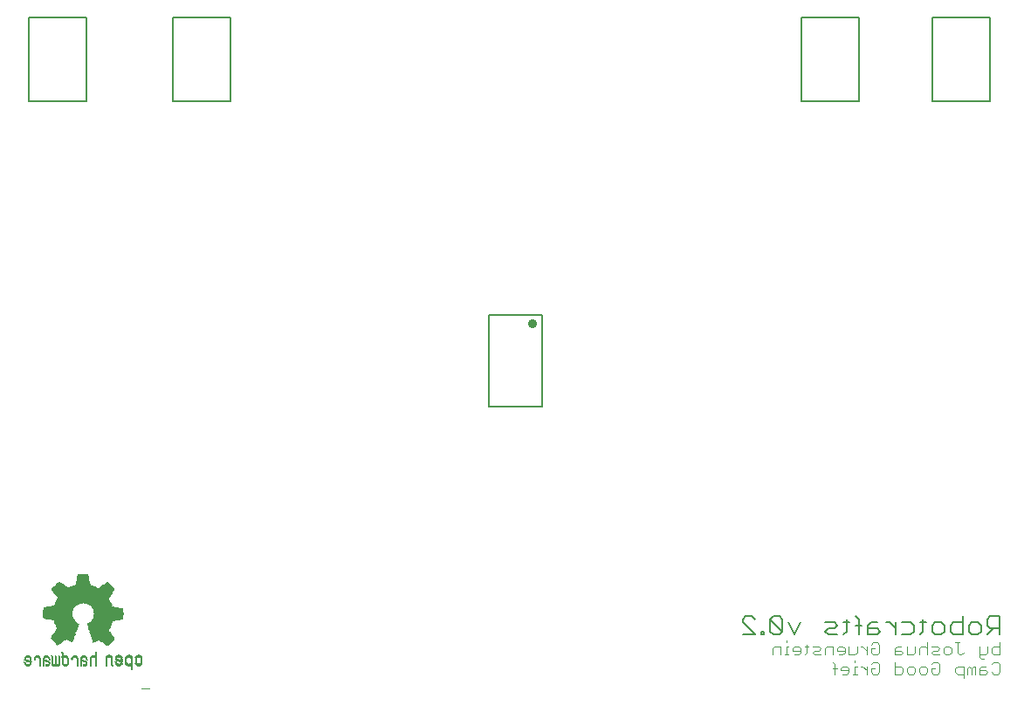
<source format=gbo>
G75*
%MOIN*%
%OFA0B0*%
%FSLAX25Y25*%
%IPPOS*%
%LPD*%
%AMOC8*
5,1,8,0,0,1.08239X$1,22.5*
%
%ADD10C,0.00600*%
%ADD11C,0.00400*%
%ADD12C,0.00800*%
%ADD13C,0.03482*%
%ADD14C,0.00000*%
%ADD15R,0.00200X0.00025*%
%ADD16R,0.00250X0.00025*%
%ADD17R,0.00300X0.00025*%
%ADD18R,0.00350X0.00025*%
%ADD19R,0.00425X0.00025*%
%ADD20R,0.00500X0.00025*%
%ADD21R,0.00600X0.00025*%
%ADD22R,0.00650X0.00025*%
%ADD23R,0.00675X0.00025*%
%ADD24R,0.00700X0.00025*%
%ADD25R,0.00725X0.00025*%
%ADD26R,0.00725X0.00025*%
%ADD27R,0.00750X0.00025*%
%ADD28R,0.00750X0.00025*%
%ADD29R,0.00125X0.00025*%
%ADD30R,0.00025X0.00025*%
%ADD31R,0.00100X0.00025*%
%ADD32R,0.00075X0.00025*%
%ADD33R,0.00025X0.00025*%
%ADD34R,0.00050X0.00025*%
%ADD35R,0.00075X0.00025*%
%ADD36R,0.00075X0.00025*%
%ADD37R,0.00825X0.00025*%
%ADD38R,0.00675X0.00025*%
%ADD39R,0.00775X0.00025*%
%ADD40R,0.00100X0.00025*%
%ADD41R,0.00050X0.00025*%
%ADD42R,0.00800X0.00025*%
%ADD43R,0.00375X0.00025*%
%ADD44R,0.00325X0.00025*%
%ADD45R,0.00425X0.00025*%
%ADD46R,0.00150X0.00025*%
%ADD47R,0.00925X0.00025*%
%ADD48R,0.00800X0.00025*%
%ADD49R,0.00900X0.00025*%
%ADD50R,0.00525X0.00025*%
%ADD51R,0.00775X0.00025*%
%ADD52R,0.00525X0.00025*%
%ADD53R,0.00175X0.00025*%
%ADD54R,0.00200X0.00025*%
%ADD55R,0.00975X0.00025*%
%ADD56R,0.01000X0.00025*%
%ADD57R,0.00850X0.00025*%
%ADD58R,0.00975X0.00025*%
%ADD59R,0.00225X0.00025*%
%ADD60R,0.00675X0.00025*%
%ADD61R,0.00775X0.00025*%
%ADD62R,0.00625X0.00025*%
%ADD63R,0.00225X0.00025*%
%ADD64R,0.00225X0.00025*%
%ADD65R,0.01050X0.00025*%
%ADD66R,0.00275X0.00025*%
%ADD67R,0.00250X0.00025*%
%ADD68R,0.01100X0.00025*%
%ADD69R,0.00925X0.00025*%
%ADD70R,0.00825X0.00025*%
%ADD71R,0.00175X0.00025*%
%ADD72R,0.00300X0.00025*%
%ADD73R,0.00275X0.00025*%
%ADD74R,0.01075X0.00025*%
%ADD75R,0.00325X0.00025*%
%ADD76R,0.01175X0.00025*%
%ADD77R,0.01125X0.00025*%
%ADD78R,0.00275X0.00025*%
%ADD79R,0.01025X0.00025*%
%ADD80R,0.00850X0.00025*%
%ADD81R,0.01025X0.00025*%
%ADD82R,0.01000X0.00025*%
%ADD83R,0.00375X0.00025*%
%ADD84R,0.00350X0.00025*%
%ADD85R,0.01175X0.00025*%
%ADD86R,0.01325X0.00025*%
%ADD87R,0.01075X0.00025*%
%ADD88R,0.01175X0.00025*%
%ADD89R,0.01275X0.00025*%
%ADD90R,0.01225X0.00025*%
%ADD91R,0.02050X0.00025*%
%ADD92R,0.01200X0.00025*%
%ADD93R,0.00400X0.00025*%
%ADD94R,0.00425X0.00025*%
%ADD95R,0.00425X0.00025*%
%ADD96R,0.01250X0.00025*%
%ADD97R,0.01425X0.00025*%
%ADD98R,0.01225X0.00025*%
%ADD99R,0.01275X0.00025*%
%ADD100R,0.00450X0.00025*%
%ADD101R,0.01350X0.00025*%
%ADD102R,0.02100X0.00025*%
%ADD103R,0.00475X0.00025*%
%ADD104R,0.00475X0.00025*%
%ADD105R,0.00450X0.00025*%
%ADD106R,0.01325X0.00025*%
%ADD107R,0.00550X0.00025*%
%ADD108R,0.01500X0.00025*%
%ADD109R,0.02625X0.00025*%
%ADD110R,0.01300X0.00025*%
%ADD111R,0.00500X0.00025*%
%ADD112R,0.01525X0.00025*%
%ADD113R,0.02150X0.00025*%
%ADD114R,0.01425X0.00025*%
%ADD115R,0.00550X0.00025*%
%ADD116R,0.00475X0.00025*%
%ADD117R,0.01350X0.00025*%
%ADD118R,0.00575X0.00025*%
%ADD119R,0.01575X0.00025*%
%ADD120R,0.02675X0.00025*%
%ADD121R,0.01325X0.00025*%
%ADD122R,0.01475X0.00025*%
%ADD123R,0.02175X0.00025*%
%ADD124R,0.01475X0.00025*%
%ADD125R,0.00575X0.00025*%
%ADD126R,0.00525X0.00025*%
%ADD127R,0.01375X0.00025*%
%ADD128R,0.00525X0.00025*%
%ADD129R,0.01625X0.00025*%
%ADD130R,0.02725X0.00025*%
%ADD131R,0.01525X0.00025*%
%ADD132R,0.02200X0.00025*%
%ADD133R,0.01525X0.00025*%
%ADD134R,0.00625X0.00025*%
%ADD135R,0.00625X0.00025*%
%ADD136R,0.01400X0.00025*%
%ADD137R,0.00600X0.00025*%
%ADD138R,0.01675X0.00025*%
%ADD139R,0.02775X0.00025*%
%ADD140R,0.01375X0.00025*%
%ADD141R,0.01650X0.00025*%
%ADD142R,0.01600X0.00025*%
%ADD143R,0.02225X0.00025*%
%ADD144R,0.01400X0.00025*%
%ADD145R,0.01725X0.00025*%
%ADD146R,0.02825X0.00025*%
%ADD147R,0.01700X0.00025*%
%ADD148R,0.02275X0.00025*%
%ADD149R,0.01675X0.00025*%
%ADD150R,0.00725X0.00025*%
%ADD151R,0.01800X0.00025*%
%ADD152R,0.02875X0.00025*%
%ADD153R,0.01775X0.00025*%
%ADD154R,0.01800X0.00025*%
%ADD155R,0.02350X0.00025*%
%ADD156R,0.01775X0.00025*%
%ADD157R,0.00775X0.00025*%
%ADD158R,0.01450X0.00025*%
%ADD159R,0.00575X0.00025*%
%ADD160R,0.01850X0.00025*%
%ADD161R,0.02925X0.00025*%
%ADD162R,0.01825X0.00025*%
%ADD163R,0.01875X0.00025*%
%ADD164R,0.02375X0.00025*%
%ADD165R,0.01825X0.00025*%
%ADD166R,0.01475X0.00025*%
%ADD167R,0.00575X0.00025*%
%ADD168R,0.01900X0.00025*%
%ADD169R,0.02950X0.00025*%
%ADD170R,0.01925X0.00025*%
%ADD171R,0.02400X0.00025*%
%ADD172R,0.01875X0.00025*%
%ADD173R,0.01950X0.00025*%
%ADD174R,0.02975X0.00025*%
%ADD175R,0.01975X0.00025*%
%ADD176R,0.02425X0.00025*%
%ADD177R,0.01925X0.00025*%
%ADD178R,0.01475X0.00025*%
%ADD179R,0.02000X0.00025*%
%ADD180R,0.03000X0.00025*%
%ADD181R,0.01500X0.00025*%
%ADD182R,0.02025X0.00025*%
%ADD183R,0.02425X0.00025*%
%ADD184R,0.01975X0.00025*%
%ADD185R,0.02050X0.00025*%
%ADD186R,0.03025X0.00025*%
%ADD187R,0.02000X0.00025*%
%ADD188R,0.02075X0.00025*%
%ADD189R,0.02450X0.00025*%
%ADD190R,0.02025X0.00025*%
%ADD191R,0.02100X0.00025*%
%ADD192R,0.03025X0.00025*%
%ADD193R,0.02025X0.00025*%
%ADD194R,0.02475X0.00025*%
%ADD195R,0.02075X0.00025*%
%ADD196R,0.01550X0.00025*%
%ADD197R,0.02150X0.00025*%
%ADD198R,0.03075X0.00025*%
%ADD199R,0.02525X0.00025*%
%ADD200R,0.02125X0.00025*%
%ADD201R,0.01550X0.00025*%
%ADD202R,0.03125X0.00025*%
%ADD203R,0.02200X0.00025*%
%ADD204R,0.02550X0.00025*%
%ADD205R,0.01575X0.00025*%
%ADD206R,0.03150X0.00025*%
%ADD207R,0.01525X0.00025*%
%ADD208R,0.02225X0.00025*%
%ADD209R,0.02575X0.00025*%
%ADD210R,0.00950X0.00025*%
%ADD211R,0.01025X0.00025*%
%ADD212R,0.03175X0.00025*%
%ADD213R,0.01075X0.00025*%
%ADD214R,0.02275X0.00025*%
%ADD215R,0.02575X0.00025*%
%ADD216R,0.02225X0.00025*%
%ADD217R,0.00950X0.00025*%
%ADD218R,0.01225X0.00025*%
%ADD219R,0.00825X0.00025*%
%ADD220R,0.00875X0.00025*%
%ADD221R,0.00975X0.00025*%
%ADD222R,0.02325X0.00025*%
%ADD223R,0.02600X0.00025*%
%ADD224R,0.00875X0.00025*%
%ADD225R,0.02375X0.00025*%
%ADD226R,0.02600X0.00025*%
%ADD227R,0.02325X0.00025*%
%ADD228R,0.00825X0.00025*%
%ADD229R,0.00725X0.00025*%
%ADD230R,0.02400X0.00025*%
%ADD231R,0.02625X0.00025*%
%ADD232R,0.00875X0.00025*%
%ADD233R,0.02450X0.00025*%
%ADD234R,0.02650X0.00025*%
%ADD235R,0.02425X0.00025*%
%ADD236R,0.00700X0.00025*%
%ADD237R,0.00650X0.00025*%
%ADD238R,0.02475X0.00025*%
%ADD239R,0.02650X0.00025*%
%ADD240R,0.02425X0.00025*%
%ADD241R,0.02500X0.00025*%
%ADD242R,0.02675X0.00025*%
%ADD243R,0.02500X0.00025*%
%ADD244R,0.02700X0.00025*%
%ADD245R,0.00675X0.00025*%
%ADD246R,0.02525X0.00025*%
%ADD247R,0.00625X0.00025*%
%ADD248R,0.01150X0.00025*%
%ADD249R,0.01300X0.00025*%
%ADD250R,0.01075X0.00025*%
%ADD251R,0.01050X0.00025*%
%ADD252R,0.01175X0.00025*%
%ADD253R,0.01150X0.00025*%
%ADD254R,0.00975X0.00025*%
%ADD255R,0.01025X0.00025*%
%ADD256R,0.01125X0.00025*%
%ADD257R,0.00900X0.00025*%
%ADD258R,0.00925X0.00025*%
%ADD259R,0.00925X0.00025*%
%ADD260R,0.00875X0.00025*%
%ADD261R,0.00125X0.00025*%
%ADD262R,0.01200X0.00025*%
%ADD263R,0.01250X0.00025*%
%ADD264R,0.01275X0.00025*%
%ADD265R,0.01275X0.00025*%
%ADD266R,0.01600X0.00025*%
%ADD267R,0.01625X0.00025*%
%ADD268R,0.01700X0.00025*%
%ADD269R,0.01450X0.00025*%
%ADD270R,0.01750X0.00025*%
%ADD271R,0.01875X0.00025*%
%ADD272R,0.01850X0.00025*%
%ADD273R,0.02075X0.00025*%
%ADD274R,0.01950X0.00025*%
%ADD275R,0.02075X0.00025*%
%ADD276R,0.01900X0.00025*%
%ADD277R,0.01875X0.00025*%
%ADD278R,0.01750X0.00025*%
%ADD279R,0.01725X0.00025*%
%ADD280R,0.01650X0.00025*%
%ADD281R,0.02350X0.00025*%
%ADD282R,0.02475X0.00025*%
%ADD283R,0.01425X0.00025*%
%ADD284R,0.02550X0.00025*%
%ADD285R,0.02750X0.00025*%
%ADD286R,0.01125X0.00025*%
%ADD287R,0.01100X0.00025*%
%ADD288R,0.00125X0.00025*%
%ADD289R,0.01775X0.00025*%
%ADD290R,0.00150X0.00025*%
%ADD291R,0.00400X0.00025*%
%ADD292R,0.00275X0.00025*%
%ADD293R,0.00475X0.00025*%
%ADD294R,0.00325X0.00025*%
%ADD295R,0.00375X0.00025*%
%ADD296R,0.01375X0.00025*%
%ADD297R,0.01225X0.00025*%
%ADD298R,0.02125X0.00025*%
%ADD299R,0.02375X0.00025*%
%ADD300R,0.02525X0.00025*%
%ADD301R,0.02575X0.00025*%
%ADD302R,0.02025X0.00025*%
%ADD303R,0.01975X0.00025*%
%ADD304R,0.01975X0.00025*%
%ADD305R,0.02300X0.00025*%
%ADD306R,0.02325X0.00025*%
%ADD307R,0.01925X0.00025*%
%ADD308R,0.02300X0.00025*%
%ADD309R,0.02225X0.00025*%
%ADD310R,0.02275X0.00025*%
%ADD311R,0.01825X0.00025*%
%ADD312R,0.02175X0.00025*%
%ADD313R,0.01725X0.00025*%
%ADD314R,0.02275X0.00025*%
%ADD315R,0.01675X0.00025*%
%ADD316R,0.02175X0.00025*%
%ADD317R,0.01675X0.00025*%
%ADD318R,0.02250X0.00025*%
%ADD319R,0.01625X0.00025*%
%ADD320R,0.01625X0.00025*%
%ADD321R,0.01575X0.00025*%
%ADD322R,0.02125X0.00025*%
%ADD323R,0.01375X0.00025*%
%ADD324R,0.01125X0.00025*%
%ADD325R,0.01925X0.00025*%
%ADD326R,0.00175X0.00025*%
%ADD327R,0.00125X0.00025*%
%ADD328R,0.00225X0.00025*%
%ADD329R,0.00375X0.00025*%
%ADD330R,0.00325X0.00025*%
%ADD331R,0.01575X0.00025*%
%ADD332R,0.02175X0.00025*%
%ADD333R,0.01775X0.00025*%
%ADD334R,0.01825X0.00025*%
%ADD335R,0.02725X0.00025*%
%ADD336R,0.02800X0.00025*%
%ADD337R,0.02850X0.00025*%
%ADD338R,0.02875X0.00025*%
%ADD339R,0.02925X0.00025*%
%ADD340R,0.02125X0.00025*%
%ADD341R,0.03000X0.00025*%
%ADD342R,0.03100X0.00025*%
%ADD343R,0.03175X0.00025*%
%ADD344R,0.03225X0.00025*%
%ADD345R,0.03275X0.00025*%
%ADD346R,0.03325X0.00025*%
%ADD347R,0.02525X0.00025*%
%ADD348R,0.03400X0.00025*%
%ADD349R,0.03450X0.00025*%
%ADD350R,0.02625X0.00025*%
%ADD351R,0.03525X0.00025*%
%ADD352R,0.02700X0.00025*%
%ADD353R,0.03600X0.00025*%
%ADD354R,0.03650X0.00025*%
%ADD355R,0.03700X0.00025*%
%ADD356R,0.03725X0.00025*%
%ADD357R,0.03800X0.00025*%
%ADD358R,0.02975X0.00025*%
%ADD359R,0.03900X0.00025*%
%ADD360R,0.03050X0.00025*%
%ADD361R,0.03975X0.00025*%
%ADD362R,0.00075X0.00025*%
%ADD363R,0.03150X0.00025*%
%ADD364R,0.04025X0.00025*%
%ADD365R,0.03200X0.00025*%
%ADD366R,0.04050X0.00025*%
%ADD367R,0.03225X0.00025*%
%ADD368R,0.04100X0.00025*%
%ADD369R,0.03275X0.00025*%
%ADD370R,0.04175X0.00025*%
%ADD371R,0.03350X0.00025*%
%ADD372R,0.04225X0.00025*%
%ADD373R,0.04300X0.00025*%
%ADD374R,0.03475X0.00025*%
%ADD375R,0.04375X0.00025*%
%ADD376R,0.03550X0.00025*%
%ADD377R,0.04450X0.00025*%
%ADD378R,0.04500X0.00025*%
%ADD379R,0.04525X0.00025*%
%ADD380R,0.03675X0.00025*%
%ADD381R,0.04575X0.00025*%
%ADD382R,0.03725X0.00025*%
%ADD383R,0.04625X0.00025*%
%ADD384R,0.04700X0.00025*%
%ADD385R,0.03850X0.00025*%
%ADD386R,0.04800X0.00025*%
%ADD387R,0.03925X0.00025*%
%ADD388R,0.04825X0.00025*%
%ADD389R,0.03975X0.00025*%
%ADD390R,0.04875X0.00025*%
%ADD391R,0.04025X0.00025*%
%ADD392R,0.04950X0.00025*%
%ADD393R,0.04050X0.00025*%
%ADD394R,0.05000X0.00025*%
%ADD395R,0.04100X0.00025*%
%ADD396R,0.05075X0.00025*%
%ADD397R,0.04175X0.00025*%
%ADD398R,0.05150X0.00025*%
%ADD399R,0.04250X0.00025*%
%ADD400R,0.05225X0.00025*%
%ADD401R,0.04300X0.00025*%
%ADD402R,0.05275X0.00025*%
%ADD403R,0.04375X0.00025*%
%ADD404R,0.05325X0.00025*%
%ADD405R,0.04425X0.00025*%
%ADD406R,0.05350X0.00025*%
%ADD407R,0.05400X0.00025*%
%ADD408R,0.05475X0.00025*%
%ADD409R,0.04575X0.00025*%
%ADD410R,0.05550X0.00025*%
%ADD411R,0.04650X0.00025*%
%ADD412R,0.05600X0.00025*%
%ADD413R,0.04725X0.00025*%
%ADD414R,0.05650X0.00025*%
%ADD415R,0.04775X0.00025*%
%ADD416R,0.05700X0.00025*%
%ADD417R,0.08175X0.00025*%
%ADD418R,0.04825X0.00025*%
%ADD419R,0.08200X0.00025*%
%ADD420R,0.04900X0.00025*%
%ADD421R,0.08250X0.00025*%
%ADD422R,0.04975X0.00025*%
%ADD423R,0.08275X0.00025*%
%ADD424R,0.05025X0.00025*%
%ADD425R,0.08300X0.00025*%
%ADD426R,0.08350X0.00025*%
%ADD427R,0.05125X0.00025*%
%ADD428R,0.08350X0.00025*%
%ADD429R,0.02250X0.00025*%
%ADD430R,0.05175X0.00025*%
%ADD431R,0.08400X0.00025*%
%ADD432R,0.05225X0.00025*%
%ADD433R,0.08400X0.00025*%
%ADD434R,0.05300X0.00025*%
%ADD435R,0.08450X0.00025*%
%ADD436R,0.05375X0.00025*%
%ADD437R,0.08450X0.00025*%
%ADD438R,0.05425X0.00025*%
%ADD439R,0.08475X0.00025*%
%ADD440R,0.05500X0.00025*%
%ADD441R,0.08500X0.00025*%
%ADD442R,0.08500X0.00025*%
%ADD443R,0.08225X0.00025*%
%ADD444R,0.08525X0.00025*%
%ADD445R,0.08525X0.00025*%
%ADD446R,0.08325X0.00025*%
%ADD447R,0.08550X0.00025*%
%ADD448R,0.08550X0.00025*%
%ADD449R,0.08375X0.00025*%
%ADD450R,0.08425X0.00025*%
%ADD451R,0.08475X0.00025*%
%ADD452R,0.08575X0.00025*%
%ADD453R,0.08600X0.00025*%
%ADD454R,0.08575X0.00025*%
%ADD455R,0.08600X0.00025*%
%ADD456R,0.08650X0.00025*%
%ADD457R,0.08650X0.00025*%
%ADD458R,0.08525X0.00025*%
%ADD459R,0.08675X0.00025*%
%ADD460R,0.08675X0.00025*%
%ADD461R,0.08700X0.00025*%
%ADD462R,0.08700X0.00025*%
%ADD463R,0.08475X0.00025*%
%ADD464R,0.08675X0.00025*%
%ADD465R,0.08425X0.00025*%
%ADD466R,0.08375X0.00025*%
%ADD467R,0.08675X0.00025*%
%ADD468R,0.08375X0.00025*%
%ADD469R,0.08375X0.00025*%
%ADD470R,0.08325X0.00025*%
%ADD471R,0.08325X0.00025*%
%ADD472R,0.08625X0.00025*%
%ADD473R,0.08300X0.00025*%
%ADD474R,0.08625X0.00025*%
%ADD475R,0.08625X0.00025*%
%ADD476R,0.08275X0.00025*%
%ADD477R,0.08575X0.00025*%
%ADD478R,0.08275X0.00025*%
%ADD479R,0.08575X0.00025*%
%ADD480R,0.08250X0.00025*%
%ADD481R,0.08225X0.00025*%
%ADD482R,0.08225X0.00025*%
%ADD483R,0.08525X0.00025*%
%ADD484R,0.08200X0.00025*%
%ADD485R,0.08175X0.00025*%
%ADD486R,0.08175X0.00025*%
%ADD487R,0.08150X0.00025*%
%ADD488R,0.08475X0.00025*%
%ADD489R,0.08150X0.00025*%
%ADD490R,0.08125X0.00025*%
%ADD491R,0.08125X0.00025*%
%ADD492R,0.08075X0.00025*%
%ADD493R,0.08050X0.00025*%
%ADD494R,0.08050X0.00025*%
%ADD495R,0.08425X0.00025*%
%ADD496R,0.08025X0.00025*%
%ADD497R,0.08025X0.00025*%
%ADD498R,0.08025X0.00025*%
%ADD499R,0.08000X0.00025*%
%ADD500R,0.08000X0.00025*%
%ADD501R,0.07975X0.00025*%
%ADD502R,0.07975X0.00025*%
%ADD503R,0.08325X0.00025*%
%ADD504R,0.07975X0.00025*%
%ADD505R,0.07950X0.00025*%
%ADD506R,0.07950X0.00025*%
%ADD507R,0.07925X0.00025*%
%ADD508R,0.07900X0.00025*%
%ADD509R,0.07875X0.00025*%
%ADD510R,0.07875X0.00025*%
%ADD511R,0.07875X0.00025*%
%ADD512R,0.07850X0.00025*%
%ADD513R,0.07850X0.00025*%
%ADD514R,0.07825X0.00025*%
%ADD515R,0.07825X0.00025*%
%ADD516R,0.08225X0.00025*%
%ADD517R,0.07800X0.00025*%
%ADD518R,0.07825X0.00025*%
%ADD519R,0.07800X0.00025*%
%ADD520R,0.07775X0.00025*%
%ADD521R,0.07775X0.00025*%
%ADD522R,0.07750X0.00025*%
%ADD523R,0.08175X0.00025*%
%ADD524R,0.07725X0.00025*%
%ADD525R,0.07725X0.00025*%
%ADD526R,0.07700X0.00025*%
%ADD527R,0.07700X0.00025*%
%ADD528R,0.07675X0.00025*%
%ADD529R,0.08125X0.00025*%
%ADD530R,0.07675X0.00025*%
%ADD531R,0.08075X0.00025*%
%ADD532R,0.07650X0.00025*%
%ADD533R,0.07650X0.00025*%
%ADD534R,0.07625X0.00025*%
%ADD535R,0.07625X0.00025*%
%ADD536R,0.07600X0.00025*%
%ADD537R,0.07600X0.00025*%
%ADD538R,0.07575X0.00025*%
%ADD539R,0.07550X0.00025*%
%ADD540R,0.08025X0.00025*%
%ADD541R,0.07550X0.00025*%
%ADD542R,0.07525X0.00025*%
%ADD543R,0.07525X0.00025*%
%ADD544R,0.07500X0.00025*%
%ADD545R,0.07500X0.00025*%
%ADD546R,0.07475X0.00025*%
%ADD547R,0.07475X0.00025*%
%ADD548R,0.07925X0.00025*%
%ADD549R,0.07450X0.00025*%
%ADD550R,0.07475X0.00025*%
%ADD551R,0.07925X0.00025*%
%ADD552R,0.07900X0.00025*%
%ADD553R,0.07450X0.00025*%
%ADD554R,0.07475X0.00025*%
%ADD555R,0.07525X0.00025*%
%ADD556R,0.07575X0.00025*%
%ADD557R,0.07825X0.00025*%
%ADD558R,0.07775X0.00025*%
%ADD559R,0.07750X0.00025*%
%ADD560R,0.07775X0.00025*%
%ADD561R,0.07875X0.00025*%
%ADD562R,0.08075X0.00025*%
%ADD563R,0.08100X0.00025*%
%ADD564R,0.07975X0.00025*%
%ADD565R,0.08275X0.00025*%
%ADD566R,0.08725X0.00025*%
%ADD567R,0.08725X0.00025*%
%ADD568R,0.08750X0.00025*%
%ADD569R,0.08800X0.00025*%
%ADD570R,0.08800X0.00025*%
%ADD571R,0.08825X0.00025*%
%ADD572R,0.08875X0.00025*%
%ADD573R,0.08875X0.00025*%
%ADD574R,0.08900X0.00025*%
%ADD575R,0.08725X0.00025*%
%ADD576R,0.08925X0.00025*%
%ADD577R,0.08750X0.00025*%
%ADD578R,0.08950X0.00025*%
%ADD579R,0.08775X0.00025*%
%ADD580R,0.08950X0.00025*%
%ADD581R,0.08975X0.00025*%
%ADD582R,0.08975X0.00025*%
%ADD583R,0.09000X0.00025*%
%ADD584R,0.08825X0.00025*%
%ADD585R,0.09025X0.00025*%
%ADD586R,0.08850X0.00025*%
%ADD587R,0.09025X0.00025*%
%ADD588R,0.08850X0.00025*%
%ADD589R,0.09050X0.00025*%
%ADD590R,0.09050X0.00025*%
%ADD591R,0.09075X0.00025*%
%ADD592R,0.08900X0.00025*%
%ADD593R,0.09100X0.00025*%
%ADD594R,0.08925X0.00025*%
%ADD595R,0.09125X0.00025*%
%ADD596R,0.09125X0.00025*%
%ADD597R,0.08975X0.00025*%
%ADD598R,0.09175X0.00025*%
%ADD599R,0.09000X0.00025*%
%ADD600R,0.09175X0.00025*%
%ADD601R,0.09025X0.00025*%
%ADD602R,0.09200X0.00025*%
%ADD603R,0.09200X0.00025*%
%ADD604R,0.09075X0.00025*%
%ADD605R,0.09225X0.00025*%
%ADD606R,0.09225X0.00025*%
%ADD607R,0.09250X0.00025*%
%ADD608R,0.09250X0.00025*%
%ADD609R,0.09225X0.00025*%
%ADD610R,0.09150X0.00025*%
%ADD611R,0.09125X0.00025*%
%ADD612R,0.08925X0.00025*%
%ADD613R,0.08775X0.00025*%
%ADD614R,0.08775X0.00025*%
%ADD615R,0.08425X0.00025*%
%ADD616R,0.08100X0.00025*%
%ADD617R,0.07925X0.00025*%
%ADD618R,0.07725X0.00025*%
%ADD619R,0.09350X0.00025*%
%ADD620R,0.09500X0.00025*%
%ADD621R,0.09600X0.00025*%
%ADD622R,0.09675X0.00025*%
%ADD623R,0.09750X0.00025*%
%ADD624R,0.09825X0.00025*%
%ADD625R,0.10000X0.00025*%
%ADD626R,0.10225X0.00025*%
%ADD627R,0.10375X0.00025*%
%ADD628R,0.10500X0.00025*%
%ADD629R,0.08775X0.00025*%
%ADD630R,0.10550X0.00025*%
%ADD631R,0.10625X0.00025*%
%ADD632R,0.08925X0.00025*%
%ADD633R,0.10750X0.00025*%
%ADD634R,0.10950X0.00025*%
%ADD635R,0.09275X0.00025*%
%ADD636R,0.11150X0.00025*%
%ADD637R,0.09500X0.00025*%
%ADD638R,0.11225X0.00025*%
%ADD639R,0.09650X0.00025*%
%ADD640R,0.11275X0.00025*%
%ADD641R,0.11300X0.00025*%
%ADD642R,0.09825X0.00025*%
%ADD643R,0.11325X0.00025*%
%ADD644R,0.09925X0.00025*%
%ADD645R,0.11350X0.00025*%
%ADD646R,0.10100X0.00025*%
%ADD647R,0.11350X0.00025*%
%ADD648R,0.10325X0.00025*%
%ADD649R,0.11375X0.00025*%
%ADD650R,0.10550X0.00025*%
%ADD651R,0.11400X0.00025*%
%ADD652R,0.10650X0.00025*%
%ADD653R,0.11400X0.00025*%
%ADD654R,0.10750X0.00025*%
%ADD655R,0.10825X0.00025*%
%ADD656R,0.10925X0.00025*%
%ADD657R,0.11375X0.00025*%
%ADD658R,0.11075X0.00025*%
%ADD659R,0.11375X0.00025*%
%ADD660R,0.11175X0.00025*%
%ADD661R,0.11375X0.00025*%
%ADD662R,0.11175X0.00025*%
%ADD663R,0.11200X0.00025*%
%ADD664R,0.11225X0.00025*%
%ADD665R,0.11225X0.00025*%
%ADD666R,0.11325X0.00025*%
%ADD667R,0.11250X0.00025*%
%ADD668R,0.11325X0.00025*%
%ADD669R,0.11275X0.00025*%
%ADD670R,0.11300X0.00025*%
%ADD671R,0.11250X0.00025*%
%ADD672R,0.11225X0.00025*%
%ADD673R,0.11275X0.00025*%
%ADD674R,0.11200X0.00025*%
%ADD675R,0.11175X0.00025*%
%ADD676R,0.11175X0.00025*%
%ADD677R,0.11150X0.00025*%
%ADD678R,0.11125X0.00025*%
%ADD679R,0.11125X0.00025*%
%ADD680R,0.11100X0.00025*%
%ADD681R,0.11100X0.00025*%
%ADD682R,0.11075X0.00025*%
%ADD683R,0.11075X0.00025*%
%ADD684R,0.11050X0.00025*%
%ADD685R,0.11050X0.00025*%
%ADD686R,0.11075X0.00025*%
%ADD687R,0.11125X0.00025*%
%ADD688R,0.11125X0.00025*%
%ADD689R,0.11275X0.00025*%
%ADD690R,0.11325X0.00025*%
%ADD691R,0.11425X0.00025*%
%ADD692R,0.11425X0.00025*%
%ADD693R,0.11450X0.00025*%
%ADD694R,0.11475X0.00025*%
%ADD695R,0.10875X0.00025*%
%ADD696R,0.10675X0.00025*%
%ADD697R,0.11475X0.00025*%
%ADD698R,0.10425X0.00025*%
%ADD699R,0.11475X0.00025*%
%ADD700R,0.10275X0.00025*%
%ADD701R,0.11450X0.00025*%
%ADD702R,0.10200X0.00025*%
%ADD703R,0.11475X0.00025*%
%ADD704R,0.10100X0.00025*%
%ADD705R,0.10025X0.00025*%
%ADD706R,0.09850X0.00025*%
%ADD707R,0.09600X0.00025*%
%ADD708R,0.11425X0.00025*%
%ADD709R,0.09450X0.00025*%
%ADD710R,0.09325X0.00025*%
%ADD711R,0.09175X0.00025*%
%ADD712R,0.10975X0.00025*%
%ADD713R,0.10650X0.00025*%
%ADD714R,0.10425X0.00025*%
%ADD715R,0.10325X0.00025*%
%ADD716R,0.10125X0.00025*%
%ADD717R,0.09925X0.00025*%
%ADD718R,0.09825X0.00025*%
%ADD719R,0.09750X0.00025*%
%ADD720R,0.09700X0.00025*%
%ADD721R,0.09625X0.00025*%
%ADD722R,0.09475X0.00025*%
%ADD723R,0.09275X0.00025*%
%ADD724R,0.09025X0.00025*%
%ADD725R,0.08625X0.00025*%
%ADD726R,0.08825X0.00025*%
%ADD727R,0.08875X0.00025*%
%ADD728R,0.08975X0.00025*%
%ADD729R,0.09125X0.00025*%
%ADD730R,0.09325X0.00025*%
%ADD731R,0.09400X0.00025*%
%ADD732R,0.09450X0.00025*%
%ADD733R,0.09475X0.00025*%
%ADD734R,0.09525X0.00025*%
%ADD735R,0.09525X0.00025*%
%ADD736R,0.09550X0.00025*%
%ADD737R,0.09575X0.00025*%
%ADD738R,0.09700X0.00025*%
%ADD739R,0.10175X0.00025*%
%ADD740R,0.10300X0.00025*%
%ADD741R,0.10350X0.00025*%
%ADD742R,0.10500X0.00025*%
%ADD743R,0.21150X0.00025*%
%ADD744R,0.21125X0.00025*%
%ADD745R,0.21100X0.00025*%
%ADD746R,0.21100X0.00025*%
%ADD747R,0.21075X0.00025*%
%ADD748R,0.21025X0.00025*%
%ADD749R,0.21000X0.00025*%
%ADD750R,0.20975X0.00025*%
%ADD751R,0.20925X0.00025*%
%ADD752R,0.20925X0.00025*%
%ADD753R,0.20900X0.00025*%
%ADD754R,0.20875X0.00025*%
%ADD755R,0.20850X0.00025*%
%ADD756R,0.20850X0.00025*%
%ADD757R,0.20800X0.00025*%
%ADD758R,0.20800X0.00025*%
%ADD759R,0.20750X0.00025*%
%ADD760R,0.20725X0.00025*%
%ADD761R,0.20700X0.00025*%
%ADD762R,0.20650X0.00025*%
%ADD763R,0.20625X0.00025*%
%ADD764R,0.20600X0.00025*%
%ADD765R,0.20550X0.00025*%
%ADD766R,0.20550X0.00025*%
%ADD767R,0.20500X0.00025*%
%ADD768R,0.20500X0.00025*%
%ADD769R,0.20475X0.00025*%
%ADD770R,0.20450X0.00025*%
%ADD771R,0.20425X0.00025*%
%ADD772R,0.20400X0.00025*%
%ADD773R,0.20375X0.00025*%
%ADD774R,0.20325X0.00025*%
%ADD775R,0.20325X0.00025*%
%ADD776R,0.20275X0.00025*%
%ADD777R,0.20250X0.00025*%
%ADD778R,0.20225X0.00025*%
%ADD779R,0.20200X0.00025*%
%ADD780R,0.20200X0.00025*%
%ADD781R,0.20150X0.00025*%
%ADD782R,0.20150X0.00025*%
%ADD783R,0.20125X0.00025*%
%ADD784R,0.20100X0.00025*%
%ADD785R,0.20075X0.00025*%
%ADD786R,0.20025X0.00025*%
%ADD787R,0.20000X0.00025*%
%ADD788R,0.19975X0.00025*%
%ADD789R,0.19925X0.00025*%
%ADD790R,0.19900X0.00025*%
%ADD791R,0.19875X0.00025*%
%ADD792R,0.19850X0.00025*%
%ADD793R,0.19850X0.00025*%
%ADD794R,0.19800X0.00025*%
%ADD795R,0.19800X0.00025*%
%ADD796R,0.19750X0.00025*%
%ADD797R,0.19725X0.00025*%
%ADD798R,0.19675X0.00025*%
%ADD799R,0.19625X0.00025*%
%ADD800R,0.19600X0.00025*%
%ADD801R,0.19575X0.00025*%
%ADD802R,0.19550X0.00025*%
%ADD803R,0.19500X0.00025*%
%ADD804R,0.19500X0.00025*%
%ADD805R,0.19475X0.00025*%
%ADD806R,0.19475X0.00025*%
%ADD807R,0.19425X0.00025*%
%ADD808R,0.19425X0.00025*%
%ADD809R,0.19400X0.00025*%
%ADD810R,0.19400X0.00025*%
%ADD811R,0.19375X0.00025*%
%ADD812R,0.19375X0.00025*%
%ADD813R,0.19450X0.00025*%
%ADD814R,0.19525X0.00025*%
%ADD815R,0.19575X0.00025*%
%ADD816R,0.19600X0.00025*%
%ADD817R,0.19650X0.00025*%
%ADD818R,0.19650X0.00025*%
%ADD819R,0.19700X0.00025*%
%ADD820R,0.19700X0.00025*%
%ADD821R,0.19825X0.00025*%
%ADD822R,0.19925X0.00025*%
%ADD823R,0.19950X0.00025*%
%ADD824R,0.20075X0.00025*%
%ADD825R,0.20175X0.00025*%
%ADD826R,0.20225X0.00025*%
%ADD827R,0.20300X0.00025*%
%ADD828R,0.20350X0.00025*%
%ADD829R,0.20375X0.00025*%
%ADD830R,0.20475X0.00025*%
%ADD831R,0.20675X0.00025*%
%ADD832R,0.20950X0.00025*%
%ADD833R,0.20975X0.00025*%
%ADD834R,0.21000X0.00025*%
%ADD835R,0.21025X0.00025*%
%ADD836R,0.21050X0.00025*%
%ADD837R,0.21125X0.00025*%
%ADD838R,0.21175X0.00025*%
%ADD839R,0.21225X0.00025*%
%ADD840R,0.21250X0.00025*%
%ADD841R,0.21300X0.00025*%
%ADD842R,0.21325X0.00025*%
%ADD843R,0.21350X0.00025*%
%ADD844R,0.21400X0.00025*%
%ADD845R,0.21425X0.00025*%
%ADD846R,0.21475X0.00025*%
%ADD847R,0.21500X0.00025*%
%ADD848R,0.21525X0.00025*%
%ADD849R,0.21575X0.00025*%
%ADD850R,0.21600X0.00025*%
%ADD851R,0.21650X0.00025*%
%ADD852R,0.21675X0.00025*%
%ADD853R,0.21700X0.00025*%
%ADD854R,0.21725X0.00025*%
%ADD855R,0.21775X0.00025*%
%ADD856R,0.21800X0.00025*%
%ADD857R,0.21850X0.00025*%
%ADD858R,0.21875X0.00025*%
%ADD859R,0.21925X0.00025*%
%ADD860R,0.21950X0.00025*%
%ADD861R,0.22000X0.00025*%
%ADD862R,0.22000X0.00025*%
%ADD863R,0.22050X0.00025*%
%ADD864R,0.22100X0.00025*%
%ADD865R,0.22150X0.00025*%
%ADD866R,0.22150X0.00025*%
%ADD867R,0.22200X0.00025*%
%ADD868R,0.22250X0.00025*%
%ADD869R,0.22275X0.00025*%
%ADD870R,0.22325X0.00025*%
%ADD871R,0.22325X0.00025*%
%ADD872R,0.22375X0.00025*%
%ADD873R,0.22425X0.00025*%
%ADD874R,0.22450X0.00025*%
%ADD875R,0.22500X0.00025*%
%ADD876R,0.22500X0.00025*%
%ADD877R,0.22550X0.00025*%
%ADD878R,0.22600X0.00025*%
%ADD879R,0.22625X0.00025*%
%ADD880R,0.22675X0.00025*%
%ADD881R,0.22675X0.00025*%
%ADD882R,0.22725X0.00025*%
%ADD883R,0.22750X0.00025*%
%ADD884R,0.22800X0.00025*%
%ADD885R,0.22825X0.00025*%
%ADD886R,0.22875X0.00025*%
%ADD887R,0.22900X0.00025*%
%ADD888R,0.22950X0.00025*%
%ADD889R,0.22975X0.00025*%
%ADD890R,0.23000X0.00025*%
%ADD891R,0.23050X0.00025*%
%ADD892R,0.23100X0.00025*%
%ADD893R,0.23125X0.00025*%
%ADD894R,0.23175X0.00025*%
%ADD895R,0.23175X0.00025*%
%ADD896R,0.23225X0.00025*%
%ADD897R,0.23250X0.00025*%
%ADD898R,0.23300X0.00025*%
%ADD899R,0.23350X0.00025*%
%ADD900R,0.23375X0.00025*%
%ADD901R,0.23425X0.00025*%
%ADD902R,0.23450X0.00025*%
%ADD903R,0.23475X0.00025*%
%ADD904R,0.23525X0.00025*%
%ADD905R,0.23525X0.00025*%
%ADD906R,0.23575X0.00025*%
%ADD907R,0.23600X0.00025*%
%ADD908R,0.23650X0.00025*%
%ADD909R,0.23675X0.00025*%
%ADD910R,0.23700X0.00025*%
%ADD911R,0.23725X0.00025*%
%ADD912R,0.23775X0.00025*%
%ADD913R,0.23800X0.00025*%
%ADD914R,0.23800X0.00025*%
%ADD915R,0.23825X0.00025*%
%ADD916R,0.23825X0.00025*%
%ADD917R,0.23775X0.00025*%
%ADD918R,0.23750X0.00025*%
%ADD919R,0.23675X0.00025*%
%ADD920R,0.23625X0.00025*%
%ADD921R,0.23550X0.00025*%
%ADD922R,0.23500X0.00025*%
%ADD923R,0.23475X0.00025*%
%ADD924R,0.23425X0.00025*%
%ADD925R,0.23400X0.00025*%
%ADD926R,0.05775X0.00025*%
%ADD927R,0.17400X0.00025*%
%ADD928R,0.05700X0.00025*%
%ADD929R,0.17325X0.00025*%
%ADD930R,0.05625X0.00025*%
%ADD931R,0.17225X0.00025*%
%ADD932R,0.05950X0.00025*%
%ADD933R,0.11000X0.00025*%
%ADD934R,0.05875X0.00025*%
%ADD935R,0.05450X0.00025*%
%ADD936R,0.10950X0.00025*%
%ADD937R,0.05825X0.00025*%
%ADD938R,0.05425X0.00025*%
%ADD939R,0.10875X0.00025*%
%ADD940R,0.05350X0.00025*%
%ADD941R,0.10800X0.00025*%
%ADD942R,0.05725X0.00025*%
%ADD943R,0.10675X0.00025*%
%ADD944R,0.05650X0.00025*%
%ADD945R,0.05200X0.00025*%
%ADD946R,0.10525X0.00025*%
%ADD947R,0.05575X0.00025*%
%ADD948R,0.10425X0.00025*%
%ADD949R,0.05125X0.00025*%
%ADD950R,0.05075X0.00025*%
%ADD951R,0.05450X0.00025*%
%ADD952R,0.05025X0.00025*%
%ADD953R,0.10225X0.00025*%
%ADD954R,0.05375X0.00025*%
%ADD955R,0.04950X0.00025*%
%ADD956R,0.10125X0.00025*%
%ADD957R,0.05325X0.00025*%
%ADD958R,0.04875X0.00025*%
%ADD959R,0.09975X0.00025*%
%ADD960R,0.04750X0.00025*%
%ADD961R,0.09725X0.00025*%
%ADD962R,0.04700X0.00025*%
%ADD963R,0.05050X0.00025*%
%ADD964R,0.04675X0.00025*%
%ADD965R,0.05000X0.00025*%
%ADD966R,0.09525X0.00025*%
%ADD967R,0.04550X0.00025*%
%ADD968R,0.09375X0.00025*%
%ADD969R,0.04400X0.00025*%
%ADD970R,0.04725X0.00025*%
%ADD971R,0.04375X0.00025*%
%ADD972R,0.04675X0.00025*%
%ADD973R,0.04325X0.00025*%
%ADD974R,0.04625X0.00025*%
%ADD975R,0.04275X0.00025*%
%ADD976R,0.04600X0.00025*%
%ADD977R,0.04200X0.00025*%
%ADD978R,0.04125X0.00025*%
%ADD979R,0.04475X0.00025*%
%ADD980R,0.04075X0.00025*%
%ADD981R,0.04000X0.00025*%
%ADD982R,0.03950X0.00025*%
%ADD983R,0.08125X0.00025*%
%ADD984R,0.04275X0.00025*%
%ADD985R,0.03900X0.00025*%
%ADD986R,0.04225X0.00025*%
%ADD987R,0.03875X0.00025*%
%ADD988R,0.04175X0.00025*%
%ADD989R,0.03650X0.00025*%
%ADD990R,0.07400X0.00025*%
%ADD991R,0.03950X0.00025*%
%ADD992R,0.03575X0.00025*%
%ADD993R,0.07275X0.00025*%
%ADD994R,0.03550X0.00025*%
%ADD995R,0.07200X0.00025*%
%ADD996R,0.03850X0.00025*%
%ADD997R,0.03500X0.00025*%
%ADD998R,0.07100X0.00025*%
%ADD999R,0.03800X0.00025*%
%ADD1000R,0.07000X0.00025*%
%ADD1001R,0.03775X0.00025*%
%ADD1002R,0.06825X0.00025*%
%ADD1003R,0.03700X0.00025*%
%ADD1004R,0.03325X0.00025*%
%ADD1005R,0.06525X0.00025*%
%ADD1006R,0.03625X0.00025*%
%ADD1007R,0.03225X0.00025*%
%ADD1008R,0.06275X0.00025*%
%ADD1009R,0.03175X0.00025*%
%ADD1010R,0.06125X0.00025*%
%ADD1011R,0.03475X0.00025*%
%ADD1012R,0.06025X0.00025*%
%ADD1013R,0.03425X0.00025*%
%ADD1014R,0.05925X0.00025*%
%ADD1015R,0.03400X0.00025*%
%ADD1016R,0.05750X0.00025*%
%ADD1017R,0.03350X0.00025*%
%ADD1018R,0.03275X0.00025*%
%ADD1019R,0.02875X0.00025*%
%ADD1020R,0.05525X0.00025*%
%ADD1021R,0.02800X0.00025*%
%ADD1022R,0.05475X0.00025*%
%ADD1023R,0.02950X0.00025*%
%ADD1024R,0.05400X0.00025*%
%ADD1025R,0.02900X0.00025*%
%ADD1026R,0.02775X0.00025*%
%ADD1027R,0.02725X0.00025*%
%ADD1028R,0.05375X0.00025*%
%ADD1029R,0.05375X0.00025*%
%ADD1030R,0.05325X0.00025*%
%ADD1031R,0.05325X0.00025*%
%ADD1032R,0.05275X0.00025*%
%ADD1033R,0.05275X0.00025*%
%ADD1034R,0.05250X0.00025*%
%ADD1035R,0.05250X0.00025*%
%ADD1036R,0.01325X0.00025*%
%ADD1037R,0.05225X0.00025*%
%ADD1038R,0.05175X0.00025*%
%ADD1039R,0.05175X0.00025*%
%ADD1040R,0.05150X0.00025*%
%ADD1041R,0.05125X0.00025*%
%ADD1042R,0.05125X0.00025*%
%ADD1043R,0.05100X0.00025*%
%ADD1044R,0.05075X0.00025*%
%ADD1045R,0.05075X0.00025*%
%ADD1046R,0.05050X0.00025*%
%ADD1047R,0.04975X0.00025*%
%ADD1048R,0.04925X0.00025*%
%ADD1049R,0.04925X0.00025*%
%ADD1050R,0.04900X0.00025*%
%ADD1051R,0.04850X0.00025*%
%ADD1052R,0.04850X0.00025*%
%ADD1053R,0.04800X0.00025*%
%ADD1054R,0.04775X0.00025*%
%ADD1055R,0.04775X0.00025*%
%ADD1056R,0.04750X0.00025*%
%ADD1057R,0.04725X0.00025*%
%ADD1058R,0.04725X0.00025*%
%ADD1059R,0.04675X0.00025*%
%ADD1060R,0.04675X0.00025*%
%ADD1061R,0.04650X0.00025*%
%ADD1062R,0.04625X0.00025*%
%ADD1063R,0.04600X0.00025*%
%ADD1064R,0.04550X0.00025*%
%ADD1065R,0.04525X0.00025*%
%ADD1066R,0.04500X0.00025*%
%ADD1067R,0.04475X0.00025*%
%ADD1068R,0.04475X0.00025*%
%ADD1069R,0.04450X0.00025*%
%ADD1070R,0.04425X0.00025*%
%ADD1071R,0.04375X0.00025*%
%ADD1072R,0.04350X0.00025*%
%ADD1073R,0.04325X0.00025*%
%ADD1074R,0.04325X0.00025*%
%ADD1075R,0.04275X0.00025*%
%ADD1076R,0.04250X0.00025*%
%ADD1077R,0.04125X0.00025*%
%ADD1078R,0.03875X0.00025*%
%ADD1079R,0.03725X0.00025*%
%ADD1080R,0.03625X0.00025*%
%ADD1081R,0.03500X0.00025*%
%ADD1082R,0.03225X0.00025*%
D10*
X0294323Y0032900D02*
X0298994Y0032900D01*
X0294323Y0037571D01*
X0294323Y0038738D01*
X0295491Y0039906D01*
X0297826Y0039906D01*
X0298994Y0038738D01*
X0301325Y0034068D02*
X0301325Y0032900D01*
X0302493Y0032900D01*
X0302493Y0034068D01*
X0301325Y0034068D01*
X0304820Y0034068D02*
X0305988Y0032900D01*
X0308323Y0032900D01*
X0309491Y0034068D01*
X0304820Y0038738D01*
X0304820Y0034068D01*
X0309491Y0034068D02*
X0309491Y0038738D01*
X0308323Y0039906D01*
X0305988Y0039906D01*
X0304820Y0038738D01*
X0311818Y0037571D02*
X0314153Y0032900D01*
X0316489Y0037571D01*
X0325814Y0037571D02*
X0329317Y0037571D01*
X0330485Y0036403D01*
X0329317Y0035235D01*
X0326982Y0035235D01*
X0325814Y0034068D01*
X0326982Y0032900D01*
X0330485Y0032900D01*
X0332815Y0032900D02*
X0333982Y0034068D01*
X0333982Y0038738D01*
X0332815Y0037571D02*
X0335150Y0037571D01*
X0337480Y0036403D02*
X0339815Y0036403D01*
X0342143Y0036403D02*
X0342143Y0032900D01*
X0345646Y0032900D01*
X0346813Y0034068D01*
X0345646Y0035235D01*
X0342143Y0035235D01*
X0342143Y0036403D02*
X0343310Y0037571D01*
X0345646Y0037571D01*
X0349142Y0037571D02*
X0350310Y0037571D01*
X0352645Y0035235D01*
X0352645Y0032900D02*
X0352645Y0037571D01*
X0354972Y0037571D02*
X0358475Y0037571D01*
X0359643Y0036403D01*
X0359643Y0034068D01*
X0358475Y0032900D01*
X0354972Y0032900D01*
X0361973Y0032900D02*
X0363140Y0034068D01*
X0363140Y0038738D01*
X0361973Y0037571D02*
X0364308Y0037571D01*
X0366635Y0036403D02*
X0366635Y0034068D01*
X0367803Y0032900D01*
X0370138Y0032900D01*
X0371306Y0034068D01*
X0371306Y0036403D01*
X0370138Y0037571D01*
X0367803Y0037571D01*
X0366635Y0036403D01*
X0373633Y0036403D02*
X0373633Y0034068D01*
X0374801Y0032900D01*
X0378304Y0032900D01*
X0378304Y0039906D01*
X0378304Y0037571D02*
X0374801Y0037571D01*
X0373633Y0036403D01*
X0380631Y0036403D02*
X0380631Y0034068D01*
X0381799Y0032900D01*
X0384134Y0032900D01*
X0385302Y0034068D01*
X0385302Y0036403D01*
X0384134Y0037571D01*
X0381799Y0037571D01*
X0380631Y0036403D01*
X0387629Y0036403D02*
X0388797Y0035235D01*
X0392300Y0035235D01*
X0392300Y0032900D02*
X0392300Y0039906D01*
X0388797Y0039906D01*
X0387629Y0038738D01*
X0387629Y0036403D01*
X0389965Y0035235D02*
X0387629Y0032900D01*
X0338648Y0032900D02*
X0338648Y0038738D01*
X0337480Y0039906D01*
X0338600Y0236600D02*
X0316600Y0236600D01*
X0316600Y0268600D01*
X0338600Y0268600D01*
X0338600Y0236600D01*
X0366600Y0236600D02*
X0366600Y0268600D01*
X0388600Y0268600D01*
X0388600Y0236600D01*
X0366600Y0236600D01*
X0098600Y0236600D02*
X0076600Y0236600D01*
X0076600Y0268600D01*
X0098600Y0268600D01*
X0098600Y0236600D01*
X0043600Y0236600D02*
X0021600Y0236600D01*
X0021600Y0268600D01*
X0043600Y0268600D01*
X0043600Y0236600D01*
D11*
X0311064Y0030671D02*
X0311064Y0029904D01*
X0311064Y0028369D02*
X0311064Y0025300D01*
X0311831Y0025300D02*
X0310297Y0025300D01*
X0308762Y0025300D02*
X0308762Y0028369D01*
X0306460Y0028369D01*
X0305693Y0027602D01*
X0305693Y0025300D01*
X0311064Y0028369D02*
X0311831Y0028369D01*
X0313366Y0027602D02*
X0313366Y0026835D01*
X0316435Y0026835D01*
X0316435Y0027602D02*
X0316435Y0026067D01*
X0315668Y0025300D01*
X0314133Y0025300D01*
X0313366Y0027602D02*
X0314133Y0028369D01*
X0315668Y0028369D01*
X0316435Y0027602D01*
X0317970Y0028369D02*
X0319505Y0028369D01*
X0318737Y0029137D02*
X0318737Y0026067D01*
X0317970Y0025300D01*
X0321039Y0026067D02*
X0321806Y0026835D01*
X0323341Y0026835D01*
X0324108Y0027602D01*
X0323341Y0028369D01*
X0321039Y0028369D01*
X0321039Y0026067D02*
X0321806Y0025300D01*
X0324108Y0025300D01*
X0325643Y0025300D02*
X0325643Y0027602D01*
X0326410Y0028369D01*
X0328712Y0028369D01*
X0328712Y0025300D01*
X0330247Y0026835D02*
X0333316Y0026835D01*
X0333316Y0027602D02*
X0333316Y0026067D01*
X0332549Y0025300D01*
X0331014Y0025300D01*
X0330247Y0026835D02*
X0330247Y0027602D01*
X0331014Y0028369D01*
X0332549Y0028369D01*
X0333316Y0027602D01*
X0334851Y0028369D02*
X0334851Y0025300D01*
X0337153Y0025300D01*
X0337920Y0026067D01*
X0337920Y0028369D01*
X0339455Y0028369D02*
X0340222Y0028369D01*
X0341757Y0026835D01*
X0341757Y0028369D02*
X0341757Y0025300D01*
X0343291Y0026067D02*
X0343291Y0027602D01*
X0344826Y0027602D01*
X0343291Y0029137D02*
X0344059Y0029904D01*
X0345593Y0029904D01*
X0346361Y0029137D01*
X0346361Y0026067D01*
X0345593Y0025300D01*
X0344059Y0025300D01*
X0343291Y0026067D01*
X0344059Y0022404D02*
X0345593Y0022404D01*
X0346361Y0021637D01*
X0346361Y0018567D01*
X0345593Y0017800D01*
X0344059Y0017800D01*
X0343291Y0018567D01*
X0343291Y0020102D01*
X0344826Y0020102D01*
X0343291Y0021637D02*
X0344059Y0022404D01*
X0341757Y0020869D02*
X0341757Y0017800D01*
X0341757Y0019335D02*
X0340222Y0020869D01*
X0339455Y0020869D01*
X0337920Y0020869D02*
X0337153Y0020869D01*
X0337153Y0017800D01*
X0337920Y0017800D02*
X0336386Y0017800D01*
X0334851Y0018567D02*
X0334851Y0020102D01*
X0334084Y0020869D01*
X0332549Y0020869D01*
X0331782Y0020102D01*
X0331782Y0019335D01*
X0334851Y0019335D01*
X0334851Y0018567D02*
X0334084Y0017800D01*
X0332549Y0017800D01*
X0329480Y0017800D02*
X0329480Y0021637D01*
X0328712Y0022404D01*
X0328712Y0020102D02*
X0330247Y0020102D01*
X0337153Y0022404D02*
X0337153Y0023171D01*
X0352499Y0022404D02*
X0352499Y0017800D01*
X0354801Y0017800D01*
X0355569Y0018567D01*
X0355569Y0020102D01*
X0354801Y0020869D01*
X0352499Y0020869D01*
X0352499Y0025300D02*
X0354801Y0025300D01*
X0355569Y0026067D01*
X0354801Y0026835D01*
X0352499Y0026835D01*
X0352499Y0027602D02*
X0352499Y0025300D01*
X0352499Y0027602D02*
X0353267Y0028369D01*
X0354801Y0028369D01*
X0357103Y0028369D02*
X0357103Y0025300D01*
X0359405Y0025300D01*
X0360173Y0026067D01*
X0360173Y0028369D01*
X0361707Y0027602D02*
X0361707Y0025300D01*
X0361707Y0027602D02*
X0362474Y0028369D01*
X0364009Y0028369D01*
X0364776Y0027602D01*
X0366311Y0028369D02*
X0368613Y0028369D01*
X0369380Y0027602D01*
X0368613Y0026835D01*
X0367078Y0026835D01*
X0366311Y0026067D01*
X0367078Y0025300D01*
X0369380Y0025300D01*
X0370915Y0026067D02*
X0370915Y0027602D01*
X0371682Y0028369D01*
X0373217Y0028369D01*
X0373984Y0027602D01*
X0373984Y0026067D01*
X0373217Y0025300D01*
X0371682Y0025300D01*
X0370915Y0026067D01*
X0368613Y0022404D02*
X0369380Y0021637D01*
X0369380Y0018567D01*
X0368613Y0017800D01*
X0367078Y0017800D01*
X0366311Y0018567D01*
X0366311Y0020102D01*
X0367846Y0020102D01*
X0366311Y0021637D02*
X0367078Y0022404D01*
X0368613Y0022404D01*
X0364776Y0020102D02*
X0364776Y0018567D01*
X0364009Y0017800D01*
X0362474Y0017800D01*
X0361707Y0018567D01*
X0361707Y0020102D01*
X0362474Y0020869D01*
X0364009Y0020869D01*
X0364776Y0020102D01*
X0360173Y0020102D02*
X0360173Y0018567D01*
X0359405Y0017800D01*
X0357871Y0017800D01*
X0357103Y0018567D01*
X0357103Y0020102D01*
X0357871Y0020869D01*
X0359405Y0020869D01*
X0360173Y0020102D01*
X0364776Y0025300D02*
X0364776Y0029904D01*
X0375519Y0029904D02*
X0377054Y0029904D01*
X0376286Y0029904D02*
X0376286Y0026067D01*
X0377054Y0025300D01*
X0377821Y0025300D01*
X0378588Y0026067D01*
X0384727Y0025300D02*
X0387029Y0025300D01*
X0387796Y0026067D01*
X0387796Y0028369D01*
X0389331Y0027602D02*
X0390098Y0028369D01*
X0392400Y0028369D01*
X0392400Y0029904D02*
X0392400Y0025300D01*
X0390098Y0025300D01*
X0389331Y0026067D01*
X0389331Y0027602D01*
X0384727Y0028369D02*
X0384727Y0024533D01*
X0385494Y0023765D01*
X0386261Y0023765D01*
X0385494Y0020869D02*
X0384727Y0020102D01*
X0384727Y0017800D01*
X0387029Y0017800D01*
X0387796Y0018567D01*
X0387029Y0019335D01*
X0384727Y0019335D01*
X0385494Y0020869D02*
X0387029Y0020869D01*
X0389331Y0021637D02*
X0390098Y0022404D01*
X0391633Y0022404D01*
X0392400Y0021637D01*
X0392400Y0018567D01*
X0391633Y0017800D01*
X0390098Y0017800D01*
X0389331Y0018567D01*
X0383192Y0017800D02*
X0383192Y0020869D01*
X0382425Y0020869D01*
X0381658Y0020102D01*
X0380890Y0020869D01*
X0380123Y0020102D01*
X0380123Y0017800D01*
X0381658Y0017800D02*
X0381658Y0020102D01*
X0378588Y0020869D02*
X0376286Y0020869D01*
X0375519Y0020102D01*
X0375519Y0018567D01*
X0376286Y0017800D01*
X0378588Y0017800D01*
X0378588Y0016265D02*
X0378588Y0020869D01*
D12*
X0217836Y0120080D02*
X0197364Y0120080D01*
X0197364Y0155120D01*
X0217836Y0155120D01*
X0217836Y0120080D01*
D13*
X0213998Y0151576D03*
D14*
X0331699Y0268640D02*
X0331716Y0268624D01*
X0331749Y0268624D01*
X0331766Y0268640D01*
X0331794Y0268640D02*
X0331811Y0268640D01*
X0331811Y0268624D01*
X0331794Y0268624D01*
X0331794Y0268640D01*
X0331794Y0268624D02*
X0331827Y0268590D01*
X0331853Y0268624D02*
X0331919Y0268624D01*
X0331853Y0268690D01*
X0331853Y0268707D01*
X0331869Y0268724D01*
X0331903Y0268724D01*
X0331919Y0268707D01*
X0331945Y0268674D02*
X0332012Y0268674D01*
X0332037Y0268674D02*
X0332037Y0268640D01*
X0332054Y0268624D01*
X0332087Y0268624D01*
X0332104Y0268640D01*
X0332129Y0268640D02*
X0332129Y0268707D01*
X0332146Y0268724D01*
X0332196Y0268724D01*
X0332196Y0268624D01*
X0332146Y0268624D01*
X0332129Y0268640D01*
X0332104Y0268674D02*
X0332070Y0268690D01*
X0332054Y0268690D01*
X0332037Y0268674D01*
X0332037Y0268724D02*
X0332104Y0268724D01*
X0332104Y0268674D01*
X0332221Y0268724D02*
X0332221Y0268624D01*
X0332288Y0268624D02*
X0332288Y0268724D01*
X0332254Y0268690D01*
X0332221Y0268724D01*
X0332313Y0268707D02*
X0332330Y0268724D01*
X0332363Y0268724D01*
X0332380Y0268707D01*
X0332380Y0268690D01*
X0332363Y0268674D01*
X0332330Y0268674D01*
X0332313Y0268657D01*
X0332313Y0268640D01*
X0332330Y0268624D01*
X0332363Y0268624D01*
X0332380Y0268640D01*
X0332405Y0268640D02*
X0332405Y0268707D01*
X0332422Y0268724D01*
X0332472Y0268724D01*
X0332472Y0268624D01*
X0332422Y0268624D01*
X0332405Y0268640D01*
X0332497Y0268624D02*
X0332497Y0268690D01*
X0332531Y0268724D01*
X0332564Y0268690D01*
X0332564Y0268624D01*
X0332564Y0268674D02*
X0332497Y0268674D01*
X0332589Y0268674D02*
X0332606Y0268657D01*
X0332656Y0268657D01*
X0332656Y0268624D02*
X0332656Y0268724D01*
X0332606Y0268724D01*
X0332589Y0268707D01*
X0332589Y0268674D01*
X0332681Y0268724D02*
X0332748Y0268724D01*
X0332748Y0268624D01*
X0332681Y0268624D01*
X0332715Y0268674D02*
X0332748Y0268674D01*
X0332774Y0268674D02*
X0332790Y0268657D01*
X0332840Y0268657D01*
X0332807Y0268657D02*
X0332774Y0268624D01*
X0332774Y0268674D02*
X0332774Y0268707D01*
X0332790Y0268724D01*
X0332840Y0268724D01*
X0332840Y0268624D01*
X0332868Y0268624D02*
X0332902Y0268624D01*
X0332885Y0268624D02*
X0332885Y0268724D01*
X0332902Y0268724D02*
X0332868Y0268724D01*
X0332927Y0268724D02*
X0332927Y0268624D01*
X0332960Y0268657D01*
X0332994Y0268624D01*
X0332994Y0268724D01*
X0331766Y0268724D02*
X0331766Y0268674D01*
X0331733Y0268690D01*
X0331716Y0268690D01*
X0331699Y0268674D01*
X0331699Y0268640D01*
X0331699Y0268724D02*
X0331766Y0268724D01*
X0381699Y0268724D02*
X0381766Y0268724D01*
X0381766Y0268674D01*
X0381733Y0268690D01*
X0381716Y0268690D01*
X0381699Y0268674D01*
X0381699Y0268640D01*
X0381716Y0268624D01*
X0381749Y0268624D01*
X0381766Y0268640D01*
X0381794Y0268640D02*
X0381811Y0268640D01*
X0381811Y0268624D01*
X0381794Y0268624D01*
X0381794Y0268640D01*
X0381794Y0268624D02*
X0381827Y0268590D01*
X0381853Y0268624D02*
X0381919Y0268624D01*
X0381853Y0268690D01*
X0381853Y0268707D01*
X0381869Y0268724D01*
X0381903Y0268724D01*
X0381919Y0268707D01*
X0381945Y0268674D02*
X0382012Y0268674D01*
X0382037Y0268674D02*
X0382037Y0268640D01*
X0382054Y0268624D01*
X0382087Y0268624D01*
X0382104Y0268640D01*
X0382129Y0268640D02*
X0382129Y0268707D01*
X0382146Y0268724D01*
X0382196Y0268724D01*
X0382196Y0268624D01*
X0382146Y0268624D01*
X0382129Y0268640D01*
X0382104Y0268674D02*
X0382070Y0268690D01*
X0382054Y0268690D01*
X0382037Y0268674D01*
X0382037Y0268724D02*
X0382104Y0268724D01*
X0382104Y0268674D01*
X0382221Y0268724D02*
X0382221Y0268624D01*
X0382288Y0268624D02*
X0382288Y0268724D01*
X0382254Y0268690D01*
X0382221Y0268724D01*
X0382313Y0268707D02*
X0382330Y0268724D01*
X0382363Y0268724D01*
X0382380Y0268707D01*
X0382380Y0268690D01*
X0382363Y0268674D01*
X0382330Y0268674D01*
X0382313Y0268657D01*
X0382313Y0268640D01*
X0382330Y0268624D01*
X0382363Y0268624D01*
X0382380Y0268640D01*
X0382405Y0268640D02*
X0382405Y0268707D01*
X0382422Y0268724D01*
X0382472Y0268724D01*
X0382472Y0268624D01*
X0382422Y0268624D01*
X0382405Y0268640D01*
X0382497Y0268624D02*
X0382497Y0268690D01*
X0382531Y0268724D01*
X0382564Y0268690D01*
X0382564Y0268624D01*
X0382564Y0268674D02*
X0382497Y0268674D01*
X0382589Y0268674D02*
X0382606Y0268657D01*
X0382656Y0268657D01*
X0382656Y0268624D02*
X0382656Y0268724D01*
X0382606Y0268724D01*
X0382589Y0268707D01*
X0382589Y0268674D01*
X0382681Y0268724D02*
X0382748Y0268724D01*
X0382748Y0268624D01*
X0382681Y0268624D01*
X0382715Y0268674D02*
X0382748Y0268674D01*
X0382774Y0268674D02*
X0382790Y0268657D01*
X0382840Y0268657D01*
X0382807Y0268657D02*
X0382774Y0268624D01*
X0382774Y0268674D02*
X0382774Y0268707D01*
X0382790Y0268724D01*
X0382840Y0268724D01*
X0382840Y0268624D01*
X0382868Y0268624D02*
X0382902Y0268624D01*
X0382885Y0268624D02*
X0382885Y0268724D01*
X0382902Y0268724D02*
X0382868Y0268724D01*
X0382927Y0268724D02*
X0382927Y0268624D01*
X0382960Y0268657D01*
X0382994Y0268624D01*
X0382994Y0268724D01*
X0092994Y0268724D02*
X0092994Y0268624D01*
X0092960Y0268657D01*
X0092927Y0268624D01*
X0092927Y0268724D01*
X0092902Y0268724D02*
X0092868Y0268724D01*
X0092885Y0268724D02*
X0092885Y0268624D01*
X0092902Y0268624D02*
X0092868Y0268624D01*
X0092840Y0268624D02*
X0092840Y0268724D01*
X0092790Y0268724D01*
X0092774Y0268707D01*
X0092774Y0268674D01*
X0092790Y0268657D01*
X0092840Y0268657D01*
X0092807Y0268657D02*
X0092774Y0268624D01*
X0092748Y0268624D02*
X0092681Y0268624D01*
X0092656Y0268624D02*
X0092656Y0268724D01*
X0092606Y0268724D01*
X0092589Y0268707D01*
X0092589Y0268674D01*
X0092606Y0268657D01*
X0092656Y0268657D01*
X0092715Y0268674D02*
X0092748Y0268674D01*
X0092748Y0268724D02*
X0092748Y0268624D01*
X0092748Y0268724D02*
X0092681Y0268724D01*
X0092564Y0268690D02*
X0092531Y0268724D01*
X0092497Y0268690D01*
X0092497Y0268624D01*
X0092472Y0268624D02*
X0092422Y0268624D01*
X0092405Y0268640D01*
X0092405Y0268707D01*
X0092422Y0268724D01*
X0092472Y0268724D01*
X0092472Y0268624D01*
X0092497Y0268674D02*
X0092564Y0268674D01*
X0092564Y0268690D02*
X0092564Y0268624D01*
X0092380Y0268640D02*
X0092363Y0268624D01*
X0092330Y0268624D01*
X0092313Y0268640D01*
X0092313Y0268657D01*
X0092330Y0268674D01*
X0092363Y0268674D01*
X0092380Y0268690D01*
X0092380Y0268707D01*
X0092363Y0268724D01*
X0092330Y0268724D01*
X0092313Y0268707D01*
X0092288Y0268724D02*
X0092254Y0268690D01*
X0092221Y0268724D01*
X0092221Y0268624D01*
X0092196Y0268624D02*
X0092146Y0268624D01*
X0092129Y0268640D01*
X0092129Y0268707D01*
X0092146Y0268724D01*
X0092196Y0268724D01*
X0092196Y0268624D01*
X0092288Y0268624D02*
X0092288Y0268724D01*
X0092104Y0268724D02*
X0092104Y0268674D01*
X0092070Y0268690D01*
X0092054Y0268690D01*
X0092037Y0268674D01*
X0092037Y0268640D01*
X0092054Y0268624D01*
X0092087Y0268624D01*
X0092104Y0268640D01*
X0092104Y0268724D02*
X0092037Y0268724D01*
X0092012Y0268674D02*
X0091945Y0268674D01*
X0091919Y0268707D02*
X0091903Y0268724D01*
X0091869Y0268724D01*
X0091853Y0268707D01*
X0091853Y0268690D01*
X0091919Y0268624D01*
X0091853Y0268624D01*
X0091811Y0268624D02*
X0091794Y0268624D01*
X0091794Y0268640D01*
X0091811Y0268640D01*
X0091811Y0268624D01*
X0091794Y0268624D02*
X0091827Y0268590D01*
X0091766Y0268640D02*
X0091749Y0268624D01*
X0091716Y0268624D01*
X0091699Y0268640D01*
X0091699Y0268674D01*
X0091716Y0268690D01*
X0091733Y0268690D01*
X0091766Y0268674D01*
X0091766Y0268724D01*
X0091699Y0268724D01*
X0037994Y0268724D02*
X0037994Y0268624D01*
X0037960Y0268657D01*
X0037927Y0268624D01*
X0037927Y0268724D01*
X0037902Y0268724D02*
X0037868Y0268724D01*
X0037885Y0268724D02*
X0037885Y0268624D01*
X0037902Y0268624D02*
X0037868Y0268624D01*
X0037840Y0268624D02*
X0037840Y0268724D01*
X0037790Y0268724D01*
X0037774Y0268707D01*
X0037774Y0268674D01*
X0037790Y0268657D01*
X0037840Y0268657D01*
X0037807Y0268657D02*
X0037774Y0268624D01*
X0037748Y0268624D02*
X0037681Y0268624D01*
X0037656Y0268624D02*
X0037656Y0268724D01*
X0037606Y0268724D01*
X0037589Y0268707D01*
X0037589Y0268674D01*
X0037606Y0268657D01*
X0037656Y0268657D01*
X0037715Y0268674D02*
X0037748Y0268674D01*
X0037748Y0268724D02*
X0037748Y0268624D01*
X0037748Y0268724D02*
X0037681Y0268724D01*
X0037564Y0268690D02*
X0037531Y0268724D01*
X0037497Y0268690D01*
X0037497Y0268624D01*
X0037472Y0268624D02*
X0037422Y0268624D01*
X0037405Y0268640D01*
X0037405Y0268707D01*
X0037422Y0268724D01*
X0037472Y0268724D01*
X0037472Y0268624D01*
X0037497Y0268674D02*
X0037564Y0268674D01*
X0037564Y0268690D02*
X0037564Y0268624D01*
X0037380Y0268640D02*
X0037363Y0268624D01*
X0037330Y0268624D01*
X0037313Y0268640D01*
X0037313Y0268657D01*
X0037330Y0268674D01*
X0037363Y0268674D01*
X0037380Y0268690D01*
X0037380Y0268707D01*
X0037363Y0268724D01*
X0037330Y0268724D01*
X0037313Y0268707D01*
X0037288Y0268724D02*
X0037254Y0268690D01*
X0037221Y0268724D01*
X0037221Y0268624D01*
X0037196Y0268624D02*
X0037146Y0268624D01*
X0037129Y0268640D01*
X0037129Y0268707D01*
X0037146Y0268724D01*
X0037196Y0268724D01*
X0037196Y0268624D01*
X0037288Y0268624D02*
X0037288Y0268724D01*
X0037104Y0268724D02*
X0037104Y0268674D01*
X0037070Y0268690D01*
X0037054Y0268690D01*
X0037037Y0268674D01*
X0037037Y0268640D01*
X0037054Y0268624D01*
X0037087Y0268624D01*
X0037104Y0268640D01*
X0037104Y0268724D02*
X0037037Y0268724D01*
X0037012Y0268674D02*
X0036945Y0268674D01*
X0036919Y0268707D02*
X0036903Y0268724D01*
X0036869Y0268724D01*
X0036853Y0268707D01*
X0036853Y0268690D01*
X0036919Y0268624D01*
X0036853Y0268624D01*
X0036811Y0268624D02*
X0036794Y0268624D01*
X0036794Y0268640D01*
X0036811Y0268640D01*
X0036811Y0268624D01*
X0036794Y0268624D02*
X0036827Y0268590D01*
X0036766Y0268640D02*
X0036749Y0268624D01*
X0036716Y0268624D01*
X0036699Y0268640D01*
X0036699Y0268674D01*
X0036716Y0268690D01*
X0036733Y0268690D01*
X0036766Y0268674D01*
X0036766Y0268724D01*
X0036699Y0268724D01*
X0064905Y0012524D02*
X0064905Y0012475D01*
X0064881Y0012475D01*
X0064872Y0012483D01*
X0064872Y0012500D01*
X0064881Y0012508D01*
X0064905Y0012508D01*
X0064920Y0012483D02*
X0064920Y0012475D01*
X0064928Y0012475D01*
X0064928Y0012483D01*
X0064920Y0012483D01*
X0064941Y0012483D02*
X0064941Y0012500D01*
X0064949Y0012508D01*
X0064966Y0012508D01*
X0064974Y0012500D01*
X0064974Y0012483D01*
X0064966Y0012475D01*
X0064949Y0012475D01*
X0064941Y0012483D01*
X0064987Y0012475D02*
X0065011Y0012475D01*
X0065020Y0012483D01*
X0065020Y0012500D01*
X0065011Y0012508D01*
X0064987Y0012508D01*
X0064987Y0012467D01*
X0064995Y0012458D01*
X0065003Y0012458D01*
X0065032Y0012483D02*
X0065032Y0012500D01*
X0065041Y0012508D01*
X0065057Y0012508D01*
X0065065Y0012500D01*
X0065065Y0012483D01*
X0065057Y0012475D01*
X0065041Y0012475D01*
X0065032Y0012483D01*
X0065078Y0012475D02*
X0065111Y0012475D01*
X0065111Y0012524D01*
X0065124Y0012524D02*
X0065124Y0012475D01*
X0065140Y0012491D01*
X0065157Y0012475D01*
X0065157Y0012524D01*
X0065169Y0012524D02*
X0065169Y0012475D01*
X0065169Y0012500D02*
X0065202Y0012500D01*
X0065215Y0012491D02*
X0065215Y0012483D01*
X0065223Y0012475D01*
X0065240Y0012475D01*
X0065248Y0012483D01*
X0065261Y0012483D02*
X0065261Y0012516D01*
X0065269Y0012524D01*
X0065285Y0012524D01*
X0065294Y0012516D01*
X0065294Y0012483D01*
X0065285Y0012475D01*
X0065269Y0012475D01*
X0065261Y0012483D01*
X0065240Y0012500D02*
X0065223Y0012500D01*
X0065215Y0012491D01*
X0065202Y0012475D02*
X0065202Y0012524D01*
X0065215Y0012516D02*
X0065223Y0012524D01*
X0065240Y0012524D01*
X0065248Y0012516D01*
X0065248Y0012508D01*
X0065240Y0012500D01*
X0065306Y0012524D02*
X0065339Y0012475D01*
X0065352Y0012491D02*
X0065385Y0012491D01*
X0065385Y0012483D02*
X0065385Y0012500D01*
X0065377Y0012508D01*
X0065360Y0012508D01*
X0065352Y0012500D01*
X0065352Y0012491D01*
X0065360Y0012475D02*
X0065377Y0012475D01*
X0065385Y0012483D01*
X0065399Y0012475D02*
X0065415Y0012475D01*
X0065407Y0012475D02*
X0065407Y0012524D01*
X0065415Y0012524D01*
X0065428Y0012508D02*
X0065453Y0012508D01*
X0065461Y0012500D01*
X0065461Y0012483D01*
X0065453Y0012475D01*
X0065428Y0012475D01*
X0065428Y0012467D02*
X0065428Y0012508D01*
X0065428Y0012467D02*
X0065436Y0012458D01*
X0065445Y0012458D01*
X0065474Y0012475D02*
X0065499Y0012475D01*
X0065507Y0012483D01*
X0065499Y0012491D01*
X0065474Y0012491D01*
X0065474Y0012500D02*
X0065474Y0012475D01*
X0065474Y0012500D02*
X0065482Y0012508D01*
X0065499Y0012508D01*
X0065519Y0012524D02*
X0065552Y0012524D01*
X0065552Y0012475D01*
X0065519Y0012475D01*
X0065536Y0012500D02*
X0065552Y0012500D01*
X0065565Y0012524D02*
X0065598Y0012475D01*
X0065611Y0012475D02*
X0065636Y0012475D01*
X0065644Y0012483D01*
X0065636Y0012491D01*
X0065611Y0012491D01*
X0065611Y0012500D02*
X0065611Y0012475D01*
X0065611Y0012500D02*
X0065619Y0012508D01*
X0065636Y0012508D01*
X0065666Y0012508D02*
X0065666Y0012475D01*
X0065674Y0012475D02*
X0065658Y0012475D01*
X0065687Y0012475D02*
X0065712Y0012475D01*
X0065720Y0012483D01*
X0065720Y0012500D01*
X0065712Y0012508D01*
X0065687Y0012508D01*
X0065674Y0012508D02*
X0065666Y0012508D01*
X0065666Y0012524D02*
X0065666Y0012533D01*
X0065687Y0012524D02*
X0065687Y0012475D01*
X0065733Y0012491D02*
X0065766Y0012491D01*
X0065766Y0012483D02*
X0065766Y0012500D01*
X0065757Y0012508D01*
X0065741Y0012508D01*
X0065733Y0012500D01*
X0065733Y0012491D01*
X0065741Y0012475D02*
X0065757Y0012475D01*
X0065766Y0012483D01*
X0065778Y0012475D02*
X0065778Y0012524D01*
X0065795Y0012508D01*
X0065811Y0012524D01*
X0065811Y0012475D01*
X0065857Y0012475D02*
X0065824Y0012524D01*
X0065870Y0012508D02*
X0065878Y0012508D01*
X0065895Y0012491D01*
X0065908Y0012491D02*
X0065941Y0012491D01*
X0065941Y0012483D02*
X0065941Y0012500D01*
X0065932Y0012508D01*
X0065916Y0012508D01*
X0065908Y0012500D01*
X0065908Y0012491D01*
X0065916Y0012475D02*
X0065932Y0012475D01*
X0065941Y0012483D01*
X0065953Y0012475D02*
X0065978Y0012475D01*
X0065986Y0012483D01*
X0065986Y0012500D01*
X0065978Y0012508D01*
X0065953Y0012508D01*
X0065953Y0012524D02*
X0065953Y0012475D01*
X0065999Y0012475D02*
X0065999Y0012500D01*
X0066007Y0012508D01*
X0066032Y0012508D01*
X0066032Y0012475D01*
X0066045Y0012483D02*
X0066045Y0012500D01*
X0066053Y0012508D01*
X0066069Y0012508D01*
X0066078Y0012500D01*
X0066078Y0012483D01*
X0066069Y0012475D01*
X0066053Y0012475D01*
X0066045Y0012483D01*
X0066090Y0012475D02*
X0066090Y0012524D01*
X0066123Y0012524D02*
X0066123Y0012475D01*
X0066107Y0012491D01*
X0066090Y0012475D01*
X0066137Y0012475D02*
X0066146Y0012483D01*
X0066146Y0012516D01*
X0066154Y0012508D02*
X0066137Y0012508D01*
X0066176Y0012508D02*
X0066176Y0012475D01*
X0066184Y0012475D02*
X0066168Y0012475D01*
X0066197Y0012483D02*
X0066205Y0012475D01*
X0066230Y0012475D01*
X0066230Y0012524D01*
X0066205Y0012524D01*
X0066197Y0012516D01*
X0066197Y0012508D01*
X0066205Y0012500D01*
X0066230Y0012500D01*
X0066205Y0012500D02*
X0066197Y0012491D01*
X0066197Y0012483D01*
X0066184Y0012508D02*
X0066176Y0012508D01*
X0066176Y0012524D02*
X0066176Y0012533D01*
X0066242Y0012524D02*
X0066242Y0012475D01*
X0066276Y0012524D01*
X0066276Y0012475D01*
X0066321Y0012475D02*
X0066288Y0012524D01*
X0066334Y0012508D02*
X0066359Y0012508D01*
X0066367Y0012500D01*
X0066359Y0012491D01*
X0066342Y0012491D01*
X0066334Y0012483D01*
X0066342Y0012475D01*
X0066367Y0012475D01*
X0066381Y0012475D02*
X0066389Y0012483D01*
X0066389Y0012516D01*
X0066397Y0012508D02*
X0066381Y0012508D01*
X0066410Y0012500D02*
X0066410Y0012475D01*
X0066410Y0012500D02*
X0066418Y0012508D01*
X0066443Y0012508D01*
X0066443Y0012475D01*
X0066456Y0012491D02*
X0066489Y0012491D01*
X0066489Y0012483D02*
X0066489Y0012500D01*
X0066480Y0012508D01*
X0066464Y0012508D01*
X0066456Y0012500D01*
X0066456Y0012491D01*
X0066464Y0012475D02*
X0066480Y0012475D01*
X0066489Y0012483D01*
X0066501Y0012475D02*
X0066501Y0012500D01*
X0066510Y0012508D01*
X0066518Y0012500D01*
X0066518Y0012475D01*
X0066534Y0012475D02*
X0066534Y0012508D01*
X0066526Y0012508D01*
X0066518Y0012500D01*
X0066547Y0012508D02*
X0066547Y0012475D01*
X0066572Y0012475D01*
X0066580Y0012483D01*
X0066580Y0012508D01*
X0066593Y0012508D02*
X0066617Y0012508D01*
X0066626Y0012500D01*
X0066626Y0012483D01*
X0066617Y0012475D01*
X0066593Y0012475D01*
X0066638Y0012483D02*
X0066638Y0012500D01*
X0066647Y0012508D01*
X0066663Y0012508D01*
X0066671Y0012500D01*
X0066671Y0012483D01*
X0066663Y0012475D01*
X0066647Y0012475D01*
X0066638Y0012483D01*
X0066684Y0012483D02*
X0066684Y0012516D01*
X0066692Y0012524D01*
X0066717Y0012524D01*
X0066717Y0012475D01*
X0066692Y0012475D01*
X0066684Y0012483D01*
X0066730Y0012524D02*
X0066763Y0012475D01*
X0066775Y0012475D02*
X0066800Y0012475D01*
X0066808Y0012483D01*
X0066808Y0012508D01*
X0066821Y0012500D02*
X0066821Y0012491D01*
X0066854Y0012491D01*
X0066854Y0012483D02*
X0066854Y0012500D01*
X0066846Y0012508D01*
X0066829Y0012508D01*
X0066821Y0012500D01*
X0066829Y0012475D02*
X0066846Y0012475D01*
X0066854Y0012483D01*
X0066868Y0012475D02*
X0066885Y0012475D01*
X0066876Y0012475D02*
X0066876Y0012524D01*
X0066885Y0012524D01*
X0066897Y0012524D02*
X0066897Y0012475D01*
X0066922Y0012475D01*
X0066930Y0012483D01*
X0066930Y0012500D01*
X0066922Y0012508D01*
X0066897Y0012508D01*
X0066943Y0012500D02*
X0066943Y0012475D01*
X0066968Y0012475D01*
X0066976Y0012483D01*
X0066968Y0012491D01*
X0066943Y0012491D01*
X0066943Y0012500D02*
X0066951Y0012508D01*
X0066968Y0012508D01*
X0066988Y0012500D02*
X0066988Y0012475D01*
X0066988Y0012500D02*
X0066997Y0012508D01*
X0067013Y0012508D01*
X0067022Y0012500D01*
X0067034Y0012500D02*
X0067034Y0012491D01*
X0067067Y0012491D01*
X0067067Y0012483D02*
X0067067Y0012500D01*
X0067059Y0012508D01*
X0067042Y0012508D01*
X0067034Y0012500D01*
X0067042Y0012475D02*
X0067059Y0012475D01*
X0067067Y0012483D01*
X0067080Y0012475D02*
X0067105Y0012475D01*
X0067113Y0012483D01*
X0067113Y0012500D01*
X0067105Y0012508D01*
X0067080Y0012508D01*
X0067080Y0012467D01*
X0067088Y0012458D01*
X0067096Y0012458D01*
X0067151Y0012475D02*
X0067151Y0012508D01*
X0067163Y0012500D02*
X0067172Y0012508D01*
X0067188Y0012508D01*
X0067197Y0012500D01*
X0067197Y0012483D01*
X0067188Y0012475D01*
X0067172Y0012475D01*
X0067163Y0012483D01*
X0067163Y0012500D01*
X0067151Y0012491D02*
X0067134Y0012508D01*
X0067126Y0012508D01*
X0067209Y0012500D02*
X0067209Y0012491D01*
X0067242Y0012491D01*
X0067242Y0012483D02*
X0067242Y0012500D01*
X0067234Y0012508D01*
X0067217Y0012508D01*
X0067209Y0012500D01*
X0067217Y0012475D02*
X0067234Y0012475D01*
X0067242Y0012483D01*
X0067255Y0012475D02*
X0067280Y0012475D01*
X0067288Y0012483D01*
X0067288Y0012500D01*
X0067280Y0012508D01*
X0067255Y0012508D01*
X0067255Y0012467D01*
X0067263Y0012458D01*
X0067271Y0012458D01*
X0067334Y0012475D02*
X0067301Y0012524D01*
X0067346Y0012508D02*
X0067371Y0012508D01*
X0067379Y0012500D01*
X0067371Y0012491D01*
X0067354Y0012491D01*
X0067346Y0012483D01*
X0067354Y0012475D01*
X0067379Y0012475D01*
X0067393Y0012508D02*
X0067401Y0012508D01*
X0067417Y0012491D01*
X0067430Y0012491D02*
X0067463Y0012491D01*
X0067463Y0012483D02*
X0067463Y0012500D01*
X0067455Y0012508D01*
X0067438Y0012508D01*
X0067430Y0012500D01*
X0067430Y0012491D01*
X0067438Y0012475D02*
X0067455Y0012475D01*
X0067463Y0012483D01*
X0067476Y0012483D02*
X0067484Y0012491D01*
X0067500Y0012491D01*
X0067509Y0012500D01*
X0067500Y0012508D01*
X0067476Y0012508D01*
X0067476Y0012483D02*
X0067484Y0012475D01*
X0067509Y0012475D01*
X0067521Y0012483D02*
X0067521Y0012524D01*
X0067554Y0012524D02*
X0067554Y0012483D01*
X0067546Y0012475D01*
X0067530Y0012475D01*
X0067521Y0012483D01*
X0067567Y0012524D02*
X0067600Y0012475D01*
X0067417Y0012475D02*
X0067417Y0012508D01*
X0067022Y0012524D02*
X0067022Y0012475D01*
X0066792Y0012458D02*
X0066784Y0012458D01*
X0066775Y0012467D01*
X0066775Y0012508D01*
X0065895Y0012475D02*
X0065895Y0012508D01*
X0064860Y0012508D02*
X0064852Y0012508D01*
X0064843Y0012500D01*
X0064835Y0012508D01*
X0064827Y0012500D01*
X0064827Y0012475D01*
X0064814Y0012475D02*
X0064789Y0012475D01*
X0064781Y0012483D01*
X0064781Y0012500D01*
X0064789Y0012508D01*
X0064814Y0012508D01*
X0064814Y0012458D01*
X0064843Y0012475D02*
X0064843Y0012500D01*
X0064860Y0012508D02*
X0064860Y0012475D01*
D15*
X0061213Y0019375D03*
X0038187Y0030025D03*
X0030587Y0024575D03*
X0020187Y0022225D03*
X0051687Y0052675D03*
D16*
X0038188Y0030050D03*
X0032862Y0028850D03*
X0034488Y0025950D03*
X0031962Y0024550D03*
X0030588Y0024550D03*
X0024962Y0024650D03*
X0021438Y0024650D03*
X0042788Y0024650D03*
X0061212Y0019400D03*
D17*
X0061213Y0019425D03*
X0054963Y0022475D03*
X0028437Y0021275D03*
X0020213Y0022175D03*
X0033463Y0052775D03*
D18*
X0038162Y0030100D03*
X0020238Y0022150D03*
X0061188Y0019450D03*
D19*
X0061175Y0019475D03*
X0047375Y0025875D03*
X0038225Y0023275D03*
X0033475Y0052725D03*
D20*
X0033487Y0052700D03*
X0032863Y0028950D03*
X0030713Y0024400D03*
X0029637Y0023250D03*
X0027513Y0020950D03*
X0027513Y0020900D03*
X0026063Y0020900D03*
X0020313Y0022100D03*
X0040337Y0020900D03*
X0041813Y0020850D03*
X0045337Y0020950D03*
X0045337Y0021000D03*
X0045337Y0021050D03*
X0047463Y0020900D03*
X0047413Y0025800D03*
X0046637Y0030000D03*
X0055037Y0022400D03*
X0061137Y0019500D03*
D21*
X0061087Y0019525D03*
X0055087Y0022325D03*
X0053587Y0020925D03*
X0047413Y0023575D03*
X0047413Y0023625D03*
X0047413Y0024525D03*
X0045413Y0023675D03*
X0045387Y0023625D03*
X0043813Y0023625D03*
X0043863Y0021875D03*
X0043863Y0021625D03*
X0041763Y0021625D03*
X0041763Y0021675D03*
X0041763Y0021725D03*
X0041763Y0021775D03*
X0041763Y0021825D03*
X0041763Y0021875D03*
X0041763Y0021925D03*
X0041763Y0021975D03*
X0041763Y0022025D03*
X0041763Y0022075D03*
X0041763Y0022125D03*
X0041763Y0022175D03*
X0041763Y0022225D03*
X0041763Y0022275D03*
X0041763Y0022325D03*
X0041763Y0022375D03*
X0041763Y0022425D03*
X0041763Y0022475D03*
X0041763Y0023375D03*
X0041763Y0023425D03*
X0041763Y0023475D03*
X0041787Y0023525D03*
X0041787Y0023575D03*
X0040287Y0023525D03*
X0040287Y0023475D03*
X0040287Y0023425D03*
X0038263Y0023625D03*
X0038237Y0023575D03*
X0036763Y0023275D03*
X0036763Y0023225D03*
X0036763Y0023175D03*
X0036763Y0023125D03*
X0036763Y0023075D03*
X0036763Y0023025D03*
X0036763Y0022975D03*
X0036763Y0022925D03*
X0036763Y0022875D03*
X0036763Y0022825D03*
X0036763Y0022775D03*
X0036763Y0022725D03*
X0036763Y0022675D03*
X0036763Y0022625D03*
X0036763Y0022575D03*
X0036763Y0022525D03*
X0036763Y0022475D03*
X0036763Y0022425D03*
X0036763Y0022375D03*
X0036763Y0022325D03*
X0036763Y0022275D03*
X0036763Y0022225D03*
X0036763Y0022175D03*
X0036763Y0022125D03*
X0036763Y0022075D03*
X0036763Y0022025D03*
X0034687Y0021675D03*
X0034663Y0021725D03*
X0034637Y0021775D03*
X0034637Y0021825D03*
X0034637Y0021875D03*
X0034637Y0021925D03*
X0034637Y0022075D03*
X0034637Y0022275D03*
X0034637Y0022625D03*
X0034637Y0022875D03*
X0034637Y0022925D03*
X0034637Y0023375D03*
X0034637Y0023425D03*
X0034637Y0023475D03*
X0034637Y0023525D03*
X0034637Y0023575D03*
X0034637Y0024575D03*
X0034637Y0024625D03*
X0034637Y0024675D03*
X0034637Y0024725D03*
X0034637Y0024875D03*
X0034637Y0025025D03*
X0034637Y0025075D03*
X0034637Y0025175D03*
X0034637Y0025275D03*
X0034637Y0025375D03*
X0034637Y0025425D03*
X0034637Y0025575D03*
X0034637Y0025625D03*
X0034637Y0025675D03*
X0032863Y0028975D03*
X0029587Y0023525D03*
X0029587Y0023475D03*
X0027563Y0023675D03*
X0027537Y0023625D03*
X0027537Y0023275D03*
X0027537Y0022625D03*
X0025963Y0023675D03*
X0023963Y0023625D03*
X0023937Y0023525D03*
X0023937Y0023475D03*
X0023937Y0023425D03*
X0022463Y0023425D03*
X0022463Y0023475D03*
X0022463Y0023375D03*
X0022463Y0023325D03*
X0022463Y0023275D03*
X0022463Y0023225D03*
X0022463Y0023175D03*
X0022463Y0023125D03*
X0022463Y0023075D03*
X0022463Y0023025D03*
X0022463Y0022975D03*
X0022463Y0022925D03*
X0022463Y0022875D03*
X0022437Y0023575D03*
X0022437Y0023625D03*
X0022463Y0021925D03*
X0022463Y0021875D03*
X0022463Y0021825D03*
X0022437Y0021725D03*
X0020363Y0023375D03*
X0020413Y0023625D03*
X0030763Y0021625D03*
X0030763Y0021575D03*
X0032137Y0021725D03*
X0032137Y0021925D03*
X0032137Y0022175D03*
X0032137Y0022225D03*
X0032137Y0022425D03*
X0032137Y0022475D03*
X0032137Y0022525D03*
X0033463Y0021575D03*
X0033463Y0021525D03*
X0041763Y0021525D03*
X0041763Y0021575D03*
X0041763Y0021475D03*
X0041763Y0021425D03*
X0041763Y0021375D03*
X0041763Y0021325D03*
X0041763Y0021275D03*
X0041763Y0021225D03*
X0041763Y0021175D03*
X0041763Y0021125D03*
X0041763Y0021075D03*
X0041763Y0021025D03*
X0041763Y0020975D03*
X0051687Y0052575D03*
D22*
X0051688Y0052550D03*
X0033488Y0052650D03*
X0036612Y0023800D03*
X0038288Y0023750D03*
X0038312Y0023800D03*
X0040212Y0023750D03*
X0041788Y0023300D03*
X0041862Y0023750D03*
X0041788Y0022550D03*
X0043812Y0021500D03*
X0045438Y0023750D03*
X0045462Y0023800D03*
X0047388Y0023700D03*
X0036638Y0021600D03*
X0036612Y0021550D03*
X0034762Y0021550D03*
X0033438Y0021400D03*
X0033412Y0021350D03*
X0032112Y0021550D03*
X0030788Y0021450D03*
X0030788Y0021400D03*
X0029588Y0021550D03*
X0029562Y0021500D03*
X0029588Y0021950D03*
X0029462Y0023800D03*
X0027612Y0023800D03*
X0025938Y0023750D03*
X0024062Y0023800D03*
X0024012Y0023750D03*
X0022338Y0023800D03*
X0020462Y0023750D03*
X0020438Y0023700D03*
X0020462Y0021550D03*
X0020488Y0021500D03*
X0022388Y0021600D03*
X0022412Y0021650D03*
X0034662Y0023650D03*
X0061062Y0019550D03*
D23*
X0061050Y0019575D03*
X0059950Y0020775D03*
X0053550Y0020975D03*
X0056200Y0024875D03*
X0043800Y0021475D03*
X0041800Y0023275D03*
X0040150Y0023825D03*
X0038300Y0023775D03*
X0036600Y0023825D03*
X0034800Y0021475D03*
X0033400Y0021325D03*
X0030800Y0021375D03*
X0029550Y0021475D03*
X0022300Y0021475D03*
D24*
X0022287Y0021450D03*
X0022413Y0022750D03*
X0022263Y0023900D03*
X0024137Y0023900D03*
X0027587Y0023200D03*
X0027663Y0023850D03*
X0029537Y0022000D03*
X0029537Y0021450D03*
X0029513Y0021400D03*
X0029463Y0021350D03*
X0032113Y0021450D03*
X0032813Y0020700D03*
X0034813Y0021450D03*
X0036563Y0021450D03*
X0036563Y0023850D03*
X0038363Y0023850D03*
X0040137Y0023850D03*
X0041813Y0023250D03*
X0041937Y0023850D03*
X0041813Y0022600D03*
X0043763Y0022050D03*
X0043713Y0023850D03*
X0043663Y0023900D03*
X0045487Y0023850D03*
X0047363Y0023750D03*
X0055137Y0022200D03*
X0055137Y0022150D03*
X0055137Y0022100D03*
X0057263Y0023200D03*
X0057263Y0023250D03*
X0057263Y0023300D03*
X0057263Y0023350D03*
X0057263Y0023400D03*
X0061037Y0019600D03*
X0020587Y0021400D03*
D25*
X0027675Y0023875D03*
X0029375Y0023925D03*
X0029525Y0022025D03*
X0032125Y0021425D03*
X0034825Y0021425D03*
X0038375Y0023875D03*
X0038425Y0023925D03*
X0041825Y0023225D03*
X0042825Y0024625D03*
X0043725Y0021325D03*
X0052425Y0024875D03*
X0061025Y0019625D03*
X0063725Y0024875D03*
D26*
X0061025Y0019650D03*
X0053525Y0021000D03*
X0045525Y0023900D03*
X0043625Y0023950D03*
X0041975Y0023900D03*
X0032875Y0029000D03*
X0029475Y0022100D03*
X0025875Y0023850D03*
X0022225Y0023950D03*
X0020425Y0023300D03*
X0020625Y0021350D03*
D27*
X0022388Y0022125D03*
X0020538Y0023875D03*
X0024188Y0023975D03*
X0024988Y0024625D03*
X0025762Y0023975D03*
X0025812Y0023925D03*
X0027712Y0023925D03*
X0027612Y0023175D03*
X0029338Y0023975D03*
X0029488Y0022075D03*
X0029438Y0021325D03*
X0034862Y0021375D03*
X0036538Y0021425D03*
X0036512Y0023925D03*
X0035688Y0024625D03*
X0034712Y0023775D03*
X0038462Y0023975D03*
X0040088Y0023925D03*
X0041988Y0023925D03*
X0045538Y0023925D03*
X0045588Y0023975D03*
X0047338Y0023825D03*
X0053488Y0023625D03*
X0055162Y0022025D03*
X0053512Y0021025D03*
X0057238Y0023525D03*
X0058888Y0023525D03*
X0058888Y0023475D03*
X0058888Y0023425D03*
X0058888Y0023375D03*
X0058888Y0023325D03*
X0058888Y0023275D03*
X0058888Y0023225D03*
X0058888Y0023175D03*
X0058888Y0023125D03*
X0058888Y0023075D03*
X0058888Y0023025D03*
X0058888Y0022975D03*
X0058888Y0022925D03*
X0058888Y0022875D03*
X0058888Y0022825D03*
X0058888Y0022775D03*
X0058888Y0022725D03*
X0058888Y0022675D03*
X0058888Y0022625D03*
X0058888Y0022575D03*
X0058888Y0022525D03*
X0058888Y0022475D03*
X0058888Y0022425D03*
X0058888Y0022375D03*
X0058888Y0022325D03*
X0058888Y0022275D03*
X0058888Y0022225D03*
X0058888Y0022175D03*
X0058888Y0022125D03*
X0061012Y0022125D03*
X0061012Y0022175D03*
X0061012Y0022225D03*
X0061012Y0022275D03*
X0061012Y0022325D03*
X0061012Y0022375D03*
X0061012Y0022425D03*
X0061012Y0022475D03*
X0061012Y0022525D03*
X0061012Y0022575D03*
X0061012Y0022625D03*
X0061012Y0022675D03*
X0061012Y0022725D03*
X0061012Y0022775D03*
X0061012Y0022825D03*
X0061012Y0022875D03*
X0061012Y0022925D03*
X0061012Y0022975D03*
X0061012Y0023025D03*
X0061012Y0023075D03*
X0061012Y0023125D03*
X0061012Y0023175D03*
X0061012Y0023225D03*
X0061012Y0023275D03*
X0061012Y0023325D03*
X0061012Y0023375D03*
X0061012Y0023425D03*
X0061012Y0023475D03*
X0061012Y0023525D03*
X0061012Y0023575D03*
X0061012Y0022075D03*
X0061012Y0020725D03*
X0061012Y0020675D03*
X0061012Y0020625D03*
X0061012Y0020575D03*
X0061012Y0020525D03*
X0061012Y0020475D03*
X0061012Y0020425D03*
X0061012Y0020375D03*
X0061012Y0020325D03*
X0061012Y0020275D03*
X0061012Y0020225D03*
X0061012Y0020175D03*
X0061012Y0020125D03*
X0061012Y0020075D03*
X0061012Y0020025D03*
X0061012Y0019975D03*
X0061012Y0019925D03*
X0061012Y0019875D03*
X0061012Y0019825D03*
X0061012Y0019775D03*
X0061012Y0019725D03*
X0061012Y0019675D03*
X0064762Y0022025D03*
X0064788Y0022075D03*
X0064788Y0022125D03*
X0064788Y0022175D03*
X0064788Y0022225D03*
X0064788Y0022275D03*
X0064788Y0022325D03*
X0064788Y0022375D03*
X0064788Y0022425D03*
X0064788Y0022475D03*
X0064788Y0022525D03*
X0064788Y0022575D03*
X0064788Y0022625D03*
X0064788Y0022675D03*
X0064788Y0022725D03*
X0064788Y0022775D03*
X0064788Y0022825D03*
X0064788Y0022875D03*
X0064788Y0022925D03*
X0064788Y0022975D03*
X0064788Y0023025D03*
X0064788Y0023075D03*
X0064788Y0023125D03*
X0064788Y0023175D03*
X0064788Y0023225D03*
X0064788Y0023275D03*
X0064788Y0023325D03*
X0064788Y0023375D03*
X0064788Y0023425D03*
X0064788Y0023475D03*
X0064788Y0023525D03*
X0064788Y0023575D03*
X0064762Y0023625D03*
X0038038Y0030225D03*
X0033488Y0052625D03*
D28*
X0034712Y0023800D03*
X0036538Y0023900D03*
X0040062Y0023950D03*
X0041838Y0023200D03*
X0042012Y0023950D03*
X0043562Y0024000D03*
X0045562Y0023950D03*
X0053512Y0021050D03*
X0055162Y0022000D03*
X0057238Y0023100D03*
X0057238Y0023550D03*
X0058888Y0023500D03*
X0058888Y0023450D03*
X0058888Y0023400D03*
X0058888Y0023350D03*
X0058888Y0023300D03*
X0058888Y0023250D03*
X0058888Y0023200D03*
X0058888Y0023150D03*
X0058888Y0023100D03*
X0058888Y0023050D03*
X0058888Y0023000D03*
X0058888Y0022950D03*
X0058888Y0022900D03*
X0058888Y0022850D03*
X0058888Y0022800D03*
X0058888Y0022750D03*
X0058888Y0022700D03*
X0058888Y0022650D03*
X0058888Y0022600D03*
X0058888Y0022550D03*
X0058888Y0022500D03*
X0058888Y0022450D03*
X0058888Y0022400D03*
X0058888Y0022350D03*
X0058888Y0022300D03*
X0058888Y0022250D03*
X0058888Y0022200D03*
X0058888Y0022150D03*
X0058888Y0022100D03*
X0061012Y0022100D03*
X0061012Y0022150D03*
X0061012Y0022200D03*
X0061012Y0022250D03*
X0061012Y0022300D03*
X0061012Y0022350D03*
X0061012Y0022400D03*
X0061012Y0022450D03*
X0061012Y0022500D03*
X0061012Y0022550D03*
X0061012Y0022600D03*
X0061012Y0022650D03*
X0061012Y0022700D03*
X0061012Y0022750D03*
X0061012Y0022800D03*
X0061012Y0022850D03*
X0061012Y0022900D03*
X0061012Y0022950D03*
X0061012Y0023000D03*
X0061012Y0023050D03*
X0061012Y0023100D03*
X0061012Y0023150D03*
X0061012Y0023200D03*
X0061012Y0023250D03*
X0061012Y0023300D03*
X0061012Y0023350D03*
X0061012Y0023400D03*
X0061012Y0023450D03*
X0061012Y0023500D03*
X0061012Y0023550D03*
X0061012Y0023600D03*
X0061012Y0022050D03*
X0061012Y0020700D03*
X0061012Y0020650D03*
X0061012Y0020600D03*
X0061012Y0020550D03*
X0061012Y0020500D03*
X0061012Y0020450D03*
X0061012Y0020400D03*
X0061012Y0020350D03*
X0061012Y0020300D03*
X0061012Y0020250D03*
X0061012Y0020200D03*
X0061012Y0020150D03*
X0061012Y0020100D03*
X0061012Y0020050D03*
X0061012Y0020000D03*
X0061012Y0019950D03*
X0061012Y0019900D03*
X0061012Y0019850D03*
X0061012Y0019800D03*
X0061012Y0019750D03*
X0061012Y0019700D03*
X0064762Y0022050D03*
X0064788Y0022100D03*
X0064788Y0022150D03*
X0064788Y0022200D03*
X0064788Y0022250D03*
X0064788Y0022300D03*
X0064788Y0022350D03*
X0064788Y0022400D03*
X0064788Y0022450D03*
X0064788Y0022500D03*
X0064788Y0022550D03*
X0064788Y0022600D03*
X0064788Y0022650D03*
X0064788Y0022700D03*
X0064788Y0022750D03*
X0064788Y0022800D03*
X0064788Y0022850D03*
X0064788Y0022900D03*
X0064788Y0022950D03*
X0064788Y0023000D03*
X0064788Y0023050D03*
X0064788Y0023100D03*
X0064788Y0023150D03*
X0064788Y0023200D03*
X0064788Y0023250D03*
X0064788Y0023300D03*
X0064788Y0023350D03*
X0064788Y0023400D03*
X0064788Y0023450D03*
X0064788Y0023500D03*
X0064788Y0023550D03*
X0064762Y0023600D03*
X0033362Y0021300D03*
X0029362Y0023950D03*
X0027688Y0023900D03*
X0025838Y0023900D03*
X0025788Y0023950D03*
X0024162Y0023950D03*
X0022238Y0021400D03*
X0020512Y0023850D03*
X0020588Y0023950D03*
D29*
X0043125Y0020675D03*
D30*
X0043000Y0020675D03*
X0035800Y0020675D03*
X0035700Y0020675D03*
D31*
X0032937Y0020675D03*
X0031287Y0020675D03*
X0029813Y0023075D03*
X0034463Y0025975D03*
X0042887Y0020675D03*
X0047637Y0020725D03*
X0047287Y0025975D03*
X0053687Y0020775D03*
X0021613Y0020675D03*
D32*
X0021275Y0020675D03*
X0028775Y0020675D03*
X0035575Y0020675D03*
X0042775Y0020675D03*
X0032875Y0028825D03*
D33*
X0032725Y0020675D03*
X0021475Y0020675D03*
D34*
X0028588Y0020675D03*
X0028688Y0020675D03*
D35*
X0021400Y0020675D03*
X0054900Y0022525D03*
D36*
X0051850Y0028550D03*
X0045500Y0020700D03*
X0040500Y0020700D03*
D37*
X0042950Y0020700D03*
X0047300Y0023900D03*
X0055200Y0023800D03*
X0055200Y0023750D03*
X0055200Y0023550D03*
X0056200Y0024850D03*
X0057200Y0023750D03*
X0057200Y0022150D03*
X0058950Y0021850D03*
X0058950Y0023800D03*
X0059950Y0024850D03*
X0060950Y0023800D03*
X0064700Y0023850D03*
X0064700Y0021850D03*
X0035700Y0020700D03*
X0029400Y0021300D03*
X0027650Y0023150D03*
X0027800Y0024000D03*
D38*
X0029425Y0023850D03*
X0030825Y0021350D03*
X0031425Y0020700D03*
X0032125Y0021500D03*
X0034775Y0021500D03*
X0034675Y0023700D03*
X0034675Y0024500D03*
X0040175Y0023800D03*
X0043775Y0021400D03*
X0055125Y0022250D03*
X0025925Y0023800D03*
X0022425Y0022050D03*
X0022325Y0021500D03*
X0020475Y0023800D03*
D39*
X0027725Y0023950D03*
X0029425Y0022150D03*
X0028675Y0020700D03*
X0030875Y0021300D03*
X0032125Y0021400D03*
X0036525Y0021400D03*
X0047325Y0023850D03*
X0051375Y0023650D03*
X0053475Y0023650D03*
X0053475Y0023700D03*
X0055175Y0021950D03*
X0057225Y0022000D03*
X0057225Y0022050D03*
X0057225Y0023600D03*
X0051375Y0021050D03*
X0062675Y0022000D03*
X0062675Y0022050D03*
X0062675Y0022100D03*
X0062675Y0022150D03*
X0062675Y0022200D03*
X0062675Y0022250D03*
X0062675Y0022300D03*
X0062675Y0022350D03*
X0062675Y0022400D03*
X0062675Y0022450D03*
X0062675Y0022500D03*
X0062675Y0022550D03*
X0062675Y0022600D03*
X0062675Y0022650D03*
X0062675Y0022700D03*
X0062675Y0022750D03*
X0062675Y0022800D03*
X0062675Y0022850D03*
X0062675Y0022900D03*
X0062675Y0022950D03*
X0062675Y0023000D03*
X0062675Y0023050D03*
X0062675Y0023100D03*
X0062675Y0023150D03*
X0062675Y0023200D03*
X0062675Y0023250D03*
X0062675Y0023300D03*
X0062675Y0023350D03*
X0062675Y0023400D03*
X0062675Y0023450D03*
X0062675Y0023500D03*
X0062675Y0023550D03*
X0062675Y0023600D03*
X0051675Y0052500D03*
D40*
X0031937Y0024600D03*
X0028387Y0021300D03*
X0027663Y0020700D03*
X0042663Y0021300D03*
D41*
X0026212Y0020700D03*
D42*
X0024213Y0024000D03*
X0022363Y0022150D03*
X0021387Y0020700D03*
X0020687Y0021300D03*
X0020663Y0024000D03*
X0029287Y0024000D03*
X0034737Y0023850D03*
X0036437Y0024000D03*
X0038513Y0024000D03*
X0040013Y0024000D03*
X0043687Y0022150D03*
X0043687Y0021300D03*
X0045637Y0024000D03*
X0051363Y0023600D03*
X0051363Y0023550D03*
X0051363Y0023500D03*
X0051363Y0023450D03*
X0051363Y0023400D03*
X0051363Y0023350D03*
X0051363Y0023300D03*
X0051363Y0023250D03*
X0051363Y0023200D03*
X0051363Y0023150D03*
X0051363Y0023100D03*
X0051363Y0023050D03*
X0051363Y0023000D03*
X0051363Y0022950D03*
X0051363Y0022900D03*
X0051363Y0022850D03*
X0051363Y0022800D03*
X0051363Y0022750D03*
X0051363Y0022700D03*
X0051363Y0022650D03*
X0051363Y0022600D03*
X0051363Y0022550D03*
X0051363Y0022500D03*
X0051363Y0022450D03*
X0051363Y0022400D03*
X0051363Y0022350D03*
X0051363Y0022300D03*
X0051363Y0022250D03*
X0051363Y0022200D03*
X0051363Y0022150D03*
X0051363Y0022100D03*
X0051363Y0022050D03*
X0051363Y0022000D03*
X0051363Y0021950D03*
X0051363Y0021900D03*
X0051363Y0021850D03*
X0051363Y0021800D03*
X0051363Y0021750D03*
X0051363Y0021700D03*
X0051363Y0021650D03*
X0051363Y0021600D03*
X0051363Y0021550D03*
X0051363Y0021500D03*
X0051363Y0021450D03*
X0051363Y0021400D03*
X0051363Y0021350D03*
X0051363Y0021300D03*
X0051363Y0021250D03*
X0051363Y0021200D03*
X0051363Y0021150D03*
X0051363Y0021100D03*
X0051387Y0023700D03*
X0051387Y0023750D03*
X0053413Y0023800D03*
X0053437Y0023750D03*
X0055187Y0023700D03*
X0055187Y0023650D03*
X0055187Y0023600D03*
X0055187Y0021900D03*
X0055187Y0021850D03*
X0056187Y0020800D03*
X0057187Y0021850D03*
X0057213Y0021900D03*
X0057213Y0021950D03*
X0057213Y0022100D03*
X0057213Y0023650D03*
X0057213Y0023700D03*
X0057187Y0023800D03*
X0058913Y0023700D03*
X0058913Y0021950D03*
X0060987Y0021900D03*
X0060987Y0020800D03*
X0062713Y0021850D03*
X0062713Y0021900D03*
X0062687Y0021950D03*
X0062687Y0023650D03*
X0062687Y0023700D03*
X0062713Y0023750D03*
X0062713Y0023800D03*
X0060987Y0023750D03*
X0064713Y0023800D03*
X0064737Y0023750D03*
X0064737Y0021950D03*
X0064713Y0021900D03*
X0038037Y0030250D03*
X0036487Y0021350D03*
X0034887Y0021350D03*
X0033487Y0052600D03*
D43*
X0027575Y0020825D03*
X0041875Y0020825D03*
X0063725Y0020725D03*
D44*
X0059950Y0020725D03*
X0051550Y0020825D03*
X0047350Y0025925D03*
X0042700Y0021275D03*
D45*
X0034550Y0025875D03*
X0024000Y0023225D03*
X0052400Y0024925D03*
X0056200Y0020725D03*
D46*
X0045488Y0020725D03*
X0041962Y0020725D03*
X0040488Y0020725D03*
X0027662Y0020725D03*
X0026212Y0020725D03*
D47*
X0027700Y0023125D03*
X0029150Y0024075D03*
X0035700Y0020725D03*
X0042950Y0020725D03*
X0047250Y0023975D03*
X0057100Y0023975D03*
X0057100Y0021675D03*
X0062800Y0023975D03*
X0021400Y0020725D03*
X0033500Y0052525D03*
D48*
X0046713Y0030125D03*
X0047313Y0023875D03*
X0051363Y0023625D03*
X0051363Y0023575D03*
X0051363Y0023525D03*
X0051363Y0023475D03*
X0051363Y0023425D03*
X0051363Y0023375D03*
X0051363Y0023325D03*
X0051363Y0023275D03*
X0051363Y0023225D03*
X0051363Y0023175D03*
X0051363Y0023125D03*
X0051363Y0023075D03*
X0051363Y0023025D03*
X0051363Y0022975D03*
X0051363Y0022925D03*
X0051363Y0022875D03*
X0051363Y0022825D03*
X0051363Y0022775D03*
X0051363Y0022725D03*
X0051363Y0022675D03*
X0051363Y0022625D03*
X0051363Y0022575D03*
X0051363Y0022525D03*
X0051363Y0022475D03*
X0051363Y0022425D03*
X0051363Y0022375D03*
X0051363Y0022325D03*
X0051363Y0022275D03*
X0051363Y0022225D03*
X0051363Y0022175D03*
X0051363Y0022125D03*
X0051363Y0022075D03*
X0051363Y0022025D03*
X0051363Y0021975D03*
X0051363Y0021925D03*
X0051363Y0021875D03*
X0051363Y0021825D03*
X0051363Y0021775D03*
X0051363Y0021725D03*
X0051363Y0021675D03*
X0051363Y0021625D03*
X0051363Y0021575D03*
X0051363Y0021525D03*
X0051363Y0021475D03*
X0051363Y0021425D03*
X0051363Y0021375D03*
X0051363Y0021325D03*
X0051363Y0021275D03*
X0051363Y0021225D03*
X0051363Y0021175D03*
X0051363Y0021125D03*
X0051363Y0021075D03*
X0051387Y0023725D03*
X0055187Y0023675D03*
X0055187Y0023625D03*
X0055187Y0021875D03*
X0057213Y0021925D03*
X0057213Y0021975D03*
X0057213Y0022125D03*
X0057213Y0023675D03*
X0057213Y0023725D03*
X0058913Y0023725D03*
X0058937Y0023775D03*
X0058913Y0021925D03*
X0058937Y0021875D03*
X0060987Y0021925D03*
X0062687Y0021925D03*
X0062687Y0021975D03*
X0062713Y0021875D03*
X0062687Y0023675D03*
X0062687Y0023725D03*
X0062713Y0023775D03*
X0060987Y0023725D03*
X0064713Y0023775D03*
X0064713Y0023825D03*
X0064737Y0023725D03*
X0064737Y0021975D03*
X0064713Y0021925D03*
X0064713Y0021875D03*
X0041863Y0023175D03*
X0034913Y0021325D03*
X0032813Y0020725D03*
X0032137Y0021375D03*
X0031437Y0020725D03*
D49*
X0028687Y0020725D03*
X0024263Y0024025D03*
X0020713Y0024025D03*
X0020737Y0021275D03*
X0039963Y0024025D03*
X0042113Y0024025D03*
X0043637Y0021275D03*
X0055287Y0021675D03*
X0057137Y0021725D03*
X0057137Y0023925D03*
X0055263Y0023925D03*
X0055237Y0023875D03*
X0060863Y0023975D03*
X0062763Y0023925D03*
X0064637Y0023975D03*
X0064637Y0021725D03*
X0062787Y0021725D03*
X0062763Y0021775D03*
X0060937Y0021775D03*
D50*
X0063725Y0020750D03*
X0045325Y0021100D03*
X0045325Y0021150D03*
X0045325Y0021200D03*
X0045325Y0021250D03*
X0045325Y0021300D03*
X0045325Y0021350D03*
X0045325Y0021400D03*
X0045325Y0021450D03*
X0045325Y0021500D03*
X0045325Y0021550D03*
X0045325Y0021600D03*
X0045325Y0021650D03*
X0045325Y0021700D03*
X0045325Y0021750D03*
X0045325Y0021800D03*
X0045325Y0021850D03*
X0045325Y0021900D03*
X0045325Y0021950D03*
X0045325Y0022000D03*
X0045325Y0022050D03*
X0045325Y0022100D03*
X0045325Y0022150D03*
X0045325Y0022200D03*
X0045325Y0022250D03*
X0045325Y0022300D03*
X0045325Y0022350D03*
X0045325Y0022400D03*
X0045325Y0022450D03*
X0045325Y0022500D03*
X0045325Y0022550D03*
X0045325Y0022600D03*
X0045325Y0022650D03*
X0045325Y0022700D03*
X0045325Y0022750D03*
X0045325Y0022800D03*
X0045325Y0022850D03*
X0045325Y0022900D03*
X0045325Y0022950D03*
X0045325Y0023000D03*
X0045325Y0023050D03*
X0045325Y0023100D03*
X0045325Y0023150D03*
X0045325Y0023200D03*
X0045325Y0023250D03*
X0045325Y0023300D03*
X0043875Y0023450D03*
X0030725Y0023450D03*
X0030725Y0023500D03*
X0030725Y0023550D03*
X0030725Y0023600D03*
X0030725Y0023650D03*
X0030725Y0023700D03*
X0030725Y0023750D03*
X0030725Y0023800D03*
X0030725Y0023850D03*
X0030725Y0023900D03*
X0030725Y0023950D03*
X0030725Y0024000D03*
X0030725Y0024050D03*
X0030725Y0024100D03*
X0030725Y0024150D03*
X0030725Y0024200D03*
X0030725Y0024250D03*
X0030725Y0024300D03*
X0030725Y0024350D03*
X0030725Y0023400D03*
X0030725Y0023350D03*
X0030725Y0023300D03*
X0030725Y0023250D03*
X0030725Y0023200D03*
X0030725Y0023150D03*
X0030725Y0023100D03*
X0030725Y0023050D03*
X0030725Y0023000D03*
X0030725Y0022950D03*
X0030725Y0022900D03*
X0030725Y0022850D03*
X0030725Y0022800D03*
X0030725Y0022750D03*
X0030725Y0022700D03*
X0030725Y0022650D03*
X0030725Y0022600D03*
X0030725Y0022550D03*
X0030725Y0022500D03*
X0030725Y0022450D03*
X0030725Y0022400D03*
X0030725Y0022350D03*
X0030725Y0022300D03*
X0030725Y0022250D03*
X0030725Y0022200D03*
X0030725Y0022150D03*
X0030725Y0022100D03*
X0030725Y0022050D03*
X0030725Y0022000D03*
X0030725Y0021950D03*
X0030725Y0021900D03*
X0030725Y0021850D03*
X0030725Y0021800D03*
X0030725Y0021750D03*
X0029625Y0023300D03*
X0026025Y0023500D03*
X0020325Y0022050D03*
D51*
X0020550Y0023900D03*
X0022200Y0021350D03*
X0034850Y0021400D03*
X0036500Y0023950D03*
X0051850Y0028750D03*
X0053500Y0023600D03*
X0053500Y0023550D03*
X0053500Y0023500D03*
X0053500Y0023450D03*
X0053500Y0023400D03*
X0053500Y0023350D03*
X0053500Y0023300D03*
X0053500Y0023250D03*
X0053500Y0023200D03*
X0053500Y0023150D03*
X0053500Y0023100D03*
X0053500Y0023050D03*
X0053500Y0023000D03*
X0053500Y0022950D03*
X0053500Y0022900D03*
X0053500Y0022850D03*
X0053500Y0022800D03*
X0053500Y0022750D03*
X0053500Y0022700D03*
X0053500Y0022650D03*
X0053500Y0022600D03*
X0053500Y0022550D03*
X0053500Y0022500D03*
X0053500Y0022450D03*
X0053500Y0022400D03*
X0053500Y0022350D03*
X0053500Y0022300D03*
X0053500Y0022250D03*
X0053500Y0022200D03*
X0053500Y0022150D03*
X0053500Y0022100D03*
X0053500Y0022050D03*
X0053500Y0022000D03*
X0053500Y0021950D03*
X0053500Y0021900D03*
X0053500Y0021850D03*
X0053500Y0021800D03*
X0053500Y0021750D03*
X0053500Y0021700D03*
X0053500Y0021650D03*
X0053500Y0021600D03*
X0053500Y0021550D03*
X0053500Y0021500D03*
X0053500Y0021450D03*
X0053500Y0021400D03*
X0053500Y0021350D03*
X0053500Y0021300D03*
X0053500Y0021250D03*
X0053500Y0021200D03*
X0053500Y0021150D03*
X0053500Y0021100D03*
X0058900Y0022000D03*
X0058900Y0022050D03*
X0058900Y0023550D03*
X0058900Y0023600D03*
X0058900Y0023650D03*
X0061000Y0023650D03*
X0061000Y0023700D03*
X0061000Y0022000D03*
X0061000Y0021950D03*
X0061000Y0020750D03*
X0064750Y0022000D03*
X0064750Y0023650D03*
X0064750Y0023700D03*
D52*
X0059950Y0020750D03*
X0056200Y0020750D03*
X0047450Y0020950D03*
X0047450Y0021000D03*
X0043900Y0023250D03*
X0043900Y0023300D03*
X0038200Y0023350D03*
X0038200Y0023400D03*
X0033500Y0024350D03*
X0033500Y0024400D03*
X0032100Y0024400D03*
X0027500Y0023450D03*
X0027500Y0023400D03*
X0027500Y0022500D03*
X0027500Y0022450D03*
X0027500Y0022400D03*
X0027500Y0022350D03*
X0027500Y0022300D03*
X0027500Y0022250D03*
X0027500Y0022200D03*
X0027500Y0022150D03*
X0027500Y0022100D03*
X0027500Y0022050D03*
X0027500Y0022000D03*
X0027500Y0021950D03*
X0027500Y0021900D03*
X0027500Y0021850D03*
X0027500Y0021800D03*
X0027500Y0021750D03*
X0027500Y0021700D03*
X0027500Y0021650D03*
X0027500Y0021600D03*
X0027500Y0021550D03*
X0027500Y0021500D03*
X0027500Y0021450D03*
X0027500Y0021400D03*
X0027500Y0021350D03*
X0027500Y0021300D03*
X0027500Y0021250D03*
X0027500Y0021200D03*
X0027500Y0021150D03*
X0027500Y0021100D03*
X0027500Y0021050D03*
X0027500Y0021000D03*
X0026050Y0021000D03*
X0026050Y0021050D03*
X0026050Y0021100D03*
X0026050Y0021150D03*
X0026050Y0021200D03*
X0026050Y0021250D03*
X0026050Y0021300D03*
X0026050Y0021350D03*
X0026050Y0021400D03*
X0026050Y0021450D03*
X0026050Y0021500D03*
X0026050Y0021550D03*
X0026050Y0021600D03*
X0026050Y0021650D03*
X0026050Y0021700D03*
X0026050Y0021750D03*
X0026050Y0021800D03*
X0026050Y0021850D03*
X0026050Y0021900D03*
X0026050Y0021950D03*
X0026050Y0022000D03*
X0026050Y0022050D03*
X0026050Y0022100D03*
X0026050Y0022150D03*
X0026050Y0022200D03*
X0026050Y0022250D03*
X0026050Y0022300D03*
X0026050Y0022350D03*
X0026050Y0022400D03*
X0026050Y0022450D03*
X0026050Y0022500D03*
X0026050Y0022550D03*
X0026050Y0022600D03*
X0026050Y0022650D03*
X0026050Y0022700D03*
X0026050Y0022750D03*
X0026050Y0022800D03*
X0026050Y0022850D03*
X0026050Y0022900D03*
X0026050Y0022950D03*
X0026050Y0023000D03*
X0026050Y0023050D03*
X0026050Y0023100D03*
X0026050Y0023150D03*
X0026050Y0023200D03*
X0026050Y0023250D03*
X0026050Y0023300D03*
X0026050Y0023350D03*
X0026050Y0023400D03*
X0023950Y0023300D03*
X0026050Y0020950D03*
D53*
X0047625Y0020750D03*
D54*
X0045487Y0020750D03*
X0041937Y0020750D03*
X0040487Y0020750D03*
X0051587Y0020800D03*
X0054913Y0022500D03*
X0024087Y0023150D03*
D55*
X0020800Y0021250D03*
X0042150Y0024050D03*
X0042950Y0020750D03*
X0051600Y0024050D03*
X0055300Y0024000D03*
X0064600Y0021650D03*
D56*
X0064563Y0024050D03*
X0062887Y0024050D03*
X0060787Y0024050D03*
X0059113Y0024050D03*
X0059113Y0021600D03*
X0057113Y0022250D03*
X0053263Y0024050D03*
X0043563Y0022250D03*
X0036263Y0024100D03*
X0034837Y0024000D03*
X0035687Y0020750D03*
X0032813Y0020800D03*
X0031437Y0020800D03*
X0029113Y0024100D03*
X0027737Y0023100D03*
X0022013Y0024100D03*
X0021413Y0020750D03*
D57*
X0022138Y0021300D03*
X0031438Y0020750D03*
X0032812Y0020750D03*
X0034762Y0023900D03*
X0042062Y0024000D03*
X0052438Y0024850D03*
X0053362Y0023900D03*
X0053388Y0023850D03*
X0055212Y0021800D03*
X0055238Y0021750D03*
X0058988Y0021800D03*
X0059012Y0021750D03*
X0059962Y0020800D03*
X0060962Y0021850D03*
X0062738Y0021800D03*
X0064688Y0021800D03*
X0064688Y0023900D03*
X0062738Y0023850D03*
X0059012Y0023900D03*
X0058988Y0023850D03*
D58*
X0055375Y0021600D03*
X0047225Y0024000D03*
X0029275Y0022250D03*
X0028675Y0020750D03*
X0022275Y0022200D03*
D59*
X0020200Y0022200D03*
X0026200Y0020750D03*
X0027650Y0020750D03*
X0033350Y0024550D03*
X0035700Y0024650D03*
D60*
X0032125Y0021475D03*
X0027575Y0023225D03*
X0027625Y0023825D03*
X0024075Y0023825D03*
X0022275Y0023875D03*
X0021425Y0024625D03*
X0022425Y0022075D03*
X0022375Y0021575D03*
X0022325Y0021525D03*
X0020525Y0021475D03*
X0038075Y0030175D03*
X0041925Y0023825D03*
X0043725Y0023825D03*
X0045475Y0023825D03*
X0047375Y0023725D03*
X0043775Y0021425D03*
X0051425Y0020975D03*
X0055125Y0022275D03*
X0063725Y0020775D03*
X0046675Y0030075D03*
D61*
X0040050Y0023975D03*
X0036500Y0021375D03*
X0027750Y0023975D03*
X0022200Y0023975D03*
X0020450Y0023275D03*
X0053450Y0023725D03*
X0053500Y0023575D03*
X0053500Y0023525D03*
X0053500Y0023475D03*
X0053500Y0023425D03*
X0053500Y0023375D03*
X0053500Y0023325D03*
X0053500Y0023275D03*
X0053500Y0023225D03*
X0053500Y0023175D03*
X0053500Y0023125D03*
X0053500Y0023075D03*
X0053500Y0023025D03*
X0053500Y0022975D03*
X0053500Y0022925D03*
X0053500Y0022875D03*
X0053500Y0022825D03*
X0053500Y0022775D03*
X0053500Y0022725D03*
X0053500Y0022675D03*
X0053500Y0022625D03*
X0053500Y0022575D03*
X0053500Y0022525D03*
X0053500Y0022475D03*
X0053500Y0022425D03*
X0053500Y0022375D03*
X0053500Y0022325D03*
X0053500Y0022275D03*
X0053500Y0022225D03*
X0053500Y0022175D03*
X0053500Y0022125D03*
X0053500Y0022075D03*
X0053500Y0022025D03*
X0053500Y0021975D03*
X0053500Y0021925D03*
X0053500Y0021875D03*
X0053500Y0021825D03*
X0053500Y0021775D03*
X0053500Y0021725D03*
X0053500Y0021675D03*
X0053500Y0021625D03*
X0053500Y0021575D03*
X0053500Y0021525D03*
X0053500Y0021475D03*
X0053500Y0021425D03*
X0053500Y0021375D03*
X0053500Y0021325D03*
X0053500Y0021275D03*
X0053500Y0021225D03*
X0053500Y0021175D03*
X0053500Y0021125D03*
X0053500Y0021075D03*
X0058900Y0021975D03*
X0058900Y0022025D03*
X0058900Y0022075D03*
X0058900Y0023575D03*
X0058900Y0023625D03*
X0058900Y0023675D03*
X0061000Y0023675D03*
X0061000Y0023625D03*
X0061000Y0022025D03*
X0061000Y0021975D03*
X0061000Y0020775D03*
X0064750Y0023675D03*
D62*
X0056200Y0020775D03*
X0047400Y0023675D03*
X0045450Y0023775D03*
X0043800Y0023675D03*
X0041850Y0023725D03*
X0041800Y0023625D03*
X0040250Y0023675D03*
X0036650Y0023675D03*
X0034650Y0023625D03*
X0034650Y0024525D03*
X0034700Y0021625D03*
X0033450Y0021475D03*
X0033450Y0021425D03*
X0036650Y0021625D03*
X0029600Y0021625D03*
X0029600Y0021675D03*
X0029600Y0021725D03*
X0029600Y0021775D03*
X0029600Y0021825D03*
X0029600Y0021875D03*
X0029600Y0021575D03*
X0029500Y0023725D03*
X0025950Y0023725D03*
X0024000Y0023725D03*
X0023950Y0023575D03*
X0022450Y0023525D03*
X0022400Y0023725D03*
X0022450Y0022825D03*
X0022450Y0021975D03*
X0022450Y0021775D03*
X0020450Y0021625D03*
X0020450Y0021575D03*
X0043850Y0021575D03*
D63*
X0047600Y0020775D03*
X0038300Y0023175D03*
X0031950Y0024575D03*
X0046550Y0029925D03*
D64*
X0044025Y0023125D03*
X0045475Y0020775D03*
D65*
X0042962Y0020775D03*
X0047188Y0024025D03*
X0051662Y0024125D03*
X0053238Y0024075D03*
X0055388Y0024075D03*
X0057088Y0022275D03*
X0056988Y0021575D03*
X0060738Y0024125D03*
X0062962Y0021525D03*
X0064488Y0024125D03*
X0028688Y0020775D03*
X0027762Y0023075D03*
X0024988Y0024575D03*
D66*
X0031975Y0024525D03*
X0041925Y0020775D03*
X0053675Y0020825D03*
D67*
X0040462Y0020775D03*
X0033362Y0024525D03*
X0029762Y0023125D03*
X0027638Y0020775D03*
X0026188Y0020775D03*
D68*
X0029187Y0022325D03*
X0031437Y0020825D03*
X0035687Y0020775D03*
X0035687Y0024525D03*
X0042013Y0023075D03*
X0043437Y0022325D03*
X0046837Y0030225D03*
X0053187Y0024125D03*
X0055437Y0024125D03*
X0059187Y0024125D03*
X0059187Y0021525D03*
X0064463Y0021525D03*
X0037913Y0030375D03*
X0022213Y0022275D03*
X0021413Y0020775D03*
X0020613Y0023125D03*
X0033513Y0052475D03*
X0051663Y0052375D03*
D69*
X0053325Y0023975D03*
X0060925Y0021725D03*
X0032825Y0020775D03*
X0032125Y0021325D03*
X0031425Y0020775D03*
D70*
X0025725Y0024000D03*
X0022175Y0024000D03*
X0020475Y0023250D03*
X0032875Y0029050D03*
X0051425Y0023800D03*
X0057175Y0023850D03*
X0058925Y0023750D03*
X0058925Y0021900D03*
X0057175Y0021800D03*
X0063725Y0020800D03*
D71*
X0053700Y0020800D03*
X0046400Y0024650D03*
X0044050Y0023100D03*
X0046550Y0029900D03*
X0029800Y0023100D03*
X0028550Y0024650D03*
D72*
X0029737Y0023150D03*
X0027613Y0020800D03*
X0033387Y0024500D03*
X0040437Y0020800D03*
X0044013Y0023150D03*
X0047587Y0020800D03*
X0046587Y0029950D03*
D73*
X0051850Y0028600D03*
X0045450Y0020800D03*
D74*
X0042975Y0020800D03*
X0039825Y0024100D03*
X0046375Y0024550D03*
X0051825Y0028850D03*
X0055325Y0023450D03*
X0055475Y0021500D03*
X0056975Y0021550D03*
X0057075Y0022300D03*
X0037925Y0030350D03*
X0021425Y0024550D03*
X0022225Y0022250D03*
D75*
X0032000Y0024500D03*
X0041900Y0020800D03*
D76*
X0043375Y0022350D03*
X0035675Y0020800D03*
X0034925Y0024050D03*
X0027825Y0023000D03*
X0021425Y0020800D03*
X0051825Y0028900D03*
X0053125Y0024150D03*
D77*
X0056900Y0021500D03*
X0063000Y0021500D03*
X0047150Y0024050D03*
X0046850Y0030250D03*
X0028700Y0020800D03*
D78*
X0026175Y0020800D03*
X0047325Y0025950D03*
D79*
X0043525Y0022275D03*
X0039875Y0024075D03*
X0062925Y0024075D03*
X0063725Y0024825D03*
X0062925Y0021575D03*
X0063725Y0020825D03*
D80*
X0060962Y0020825D03*
X0059012Y0021725D03*
X0058988Y0021775D03*
X0057162Y0021775D03*
X0057162Y0023875D03*
X0059012Y0023925D03*
X0060912Y0023875D03*
X0060938Y0023825D03*
X0064662Y0023925D03*
X0055212Y0023825D03*
X0055212Y0023525D03*
X0053388Y0023875D03*
X0053362Y0023925D03*
X0051462Y0023875D03*
X0051438Y0023825D03*
X0047288Y0023925D03*
X0045688Y0024025D03*
X0043512Y0024025D03*
X0036388Y0024025D03*
X0029238Y0024025D03*
X0029388Y0022175D03*
X0038012Y0030275D03*
D81*
X0039250Y0024575D03*
X0024350Y0024075D03*
X0022250Y0022225D03*
X0055450Y0021525D03*
X0057000Y0024075D03*
X0056200Y0024825D03*
X0059150Y0021575D03*
X0059950Y0020825D03*
X0064550Y0024075D03*
D82*
X0062863Y0021625D03*
X0060763Y0024075D03*
X0059937Y0024825D03*
X0059137Y0024075D03*
X0057063Y0021625D03*
X0056187Y0020825D03*
X0051613Y0024075D03*
X0052437Y0024825D03*
X0043587Y0022225D03*
X0042187Y0024075D03*
X0042813Y0024575D03*
X0035687Y0024575D03*
X0029263Y0022275D03*
X0027937Y0024075D03*
X0028537Y0024575D03*
X0025613Y0024075D03*
X0020787Y0024075D03*
X0032887Y0029125D03*
X0051663Y0052425D03*
D83*
X0051850Y0028625D03*
X0056200Y0024925D03*
X0063700Y0024925D03*
X0047550Y0020825D03*
X0038250Y0023225D03*
X0029700Y0023175D03*
D84*
X0026138Y0020825D03*
X0034512Y0025925D03*
X0040412Y0020825D03*
X0045412Y0020825D03*
D85*
X0043000Y0020825D03*
X0042050Y0023025D03*
X0025000Y0024525D03*
D86*
X0035675Y0020825D03*
X0042125Y0022975D03*
D87*
X0034875Y0024025D03*
X0032825Y0020825D03*
X0062975Y0024125D03*
X0064525Y0021575D03*
D88*
X0055375Y0023375D03*
X0047125Y0024075D03*
X0046875Y0030275D03*
X0037875Y0030425D03*
X0028725Y0020825D03*
D89*
X0028925Y0022475D03*
X0027875Y0022975D03*
X0021425Y0020825D03*
X0043275Y0022425D03*
X0055425Y0023325D03*
D90*
X0063725Y0024800D03*
X0063725Y0020850D03*
X0021425Y0024500D03*
D91*
X0032962Y0029550D03*
X0046688Y0024450D03*
X0052438Y0024500D03*
X0051762Y0029250D03*
X0059962Y0024500D03*
X0060362Y0020850D03*
X0063712Y0024500D03*
X0051612Y0052000D03*
D92*
X0033513Y0052450D03*
X0032913Y0029200D03*
X0029113Y0022350D03*
X0056187Y0020850D03*
X0063037Y0024150D03*
D93*
X0054987Y0022450D03*
X0053637Y0020850D03*
X0038237Y0023250D03*
X0032863Y0028900D03*
D94*
X0029675Y0023200D03*
X0040375Y0020850D03*
X0045375Y0020850D03*
X0051525Y0020850D03*
D95*
X0047500Y0020850D03*
X0027550Y0020850D03*
D96*
X0028762Y0020850D03*
X0029038Y0022400D03*
X0024988Y0024500D03*
X0037862Y0030450D03*
X0042812Y0024500D03*
X0042088Y0023000D03*
X0043312Y0022400D03*
X0043012Y0020850D03*
X0047088Y0024100D03*
X0056988Y0022350D03*
D97*
X0052425Y0024750D03*
X0043025Y0022550D03*
X0035675Y0020850D03*
X0032925Y0029300D03*
X0021275Y0022750D03*
X0021425Y0020850D03*
X0046975Y0030350D03*
X0063725Y0020900D03*
D98*
X0059950Y0024800D03*
X0056200Y0024800D03*
X0055400Y0023350D03*
X0052450Y0024800D03*
X0039250Y0024500D03*
X0035700Y0024500D03*
X0032800Y0020850D03*
X0028550Y0024500D03*
X0020700Y0023050D03*
D99*
X0028975Y0022450D03*
X0031475Y0020850D03*
X0051825Y0028950D03*
D100*
X0047388Y0025850D03*
X0042738Y0021250D03*
X0034562Y0025850D03*
X0032062Y0024450D03*
X0030688Y0024450D03*
X0026088Y0020850D03*
X0023988Y0023250D03*
D101*
X0022088Y0022375D03*
X0020812Y0022975D03*
X0028538Y0024475D03*
X0028788Y0020925D03*
X0032912Y0029275D03*
X0042812Y0024475D03*
X0052438Y0024775D03*
X0051812Y0028975D03*
X0046938Y0030325D03*
X0059962Y0024775D03*
X0063712Y0020875D03*
X0056188Y0020875D03*
X0033512Y0052375D03*
D102*
X0051763Y0029275D03*
X0056187Y0024475D03*
X0059963Y0024475D03*
X0060337Y0020875D03*
X0063713Y0021175D03*
X0063713Y0024475D03*
X0046663Y0024425D03*
X0021413Y0021175D03*
D103*
X0023975Y0023275D03*
X0027525Y0020875D03*
X0047475Y0020875D03*
X0053625Y0020875D03*
D104*
X0051500Y0020875D03*
X0047400Y0025825D03*
X0040350Y0020875D03*
X0030700Y0024425D03*
X0029650Y0023225D03*
X0051700Y0052625D03*
D105*
X0038138Y0030125D03*
X0032862Y0028925D03*
X0045362Y0020875D03*
X0055012Y0022425D03*
X0020288Y0022125D03*
D106*
X0043050Y0020875D03*
X0043200Y0022475D03*
X0056950Y0022375D03*
D107*
X0047438Y0022375D03*
X0047438Y0022425D03*
X0047438Y0022475D03*
X0047438Y0022525D03*
X0047438Y0022575D03*
X0047438Y0022625D03*
X0047438Y0022675D03*
X0047438Y0022725D03*
X0047438Y0022775D03*
X0047438Y0022825D03*
X0047438Y0022875D03*
X0047438Y0022925D03*
X0047438Y0022975D03*
X0047438Y0023025D03*
X0047438Y0023075D03*
X0047438Y0023125D03*
X0047438Y0023175D03*
X0047438Y0023225D03*
X0047438Y0023275D03*
X0047438Y0023325D03*
X0047438Y0023375D03*
X0047438Y0022325D03*
X0047438Y0022275D03*
X0047438Y0022225D03*
X0047438Y0022175D03*
X0047438Y0022125D03*
X0047438Y0022075D03*
X0047438Y0022025D03*
X0047438Y0021975D03*
X0047438Y0021925D03*
X0047438Y0021875D03*
X0047438Y0021825D03*
X0047438Y0021775D03*
X0047438Y0021725D03*
X0047438Y0021675D03*
X0047438Y0021625D03*
X0047438Y0021575D03*
X0047438Y0021525D03*
X0047438Y0021475D03*
X0047438Y0021425D03*
X0047438Y0021375D03*
X0047438Y0021325D03*
X0047438Y0021275D03*
X0047438Y0021225D03*
X0047438Y0021175D03*
X0047438Y0021125D03*
X0047438Y0021075D03*
X0045338Y0023325D03*
X0045338Y0023375D03*
X0045338Y0023425D03*
X0045338Y0023475D03*
X0045362Y0023575D03*
X0043888Y0023375D03*
X0043888Y0023325D03*
X0043862Y0023475D03*
X0043862Y0023525D03*
X0043838Y0023575D03*
X0043888Y0021775D03*
X0043888Y0021725D03*
X0041788Y0020875D03*
X0040312Y0020975D03*
X0038188Y0023425D03*
X0038212Y0023475D03*
X0036738Y0023475D03*
X0036712Y0023575D03*
X0036738Y0021825D03*
X0036712Y0021775D03*
X0033512Y0021775D03*
X0033512Y0021825D03*
X0033512Y0021875D03*
X0033512Y0021925D03*
X0033512Y0021975D03*
X0033512Y0022025D03*
X0033512Y0022075D03*
X0033512Y0022125D03*
X0033512Y0022175D03*
X0033512Y0022225D03*
X0033512Y0022275D03*
X0033512Y0022325D03*
X0033512Y0022375D03*
X0033512Y0022425D03*
X0033512Y0022475D03*
X0033512Y0022525D03*
X0033512Y0022575D03*
X0033512Y0022625D03*
X0033512Y0022675D03*
X0033512Y0022725D03*
X0033512Y0022775D03*
X0033512Y0022825D03*
X0033512Y0022875D03*
X0033512Y0022925D03*
X0033512Y0022975D03*
X0033512Y0023025D03*
X0033512Y0023075D03*
X0033512Y0023125D03*
X0033512Y0023175D03*
X0033512Y0023225D03*
X0033512Y0023275D03*
X0033512Y0023325D03*
X0033512Y0023375D03*
X0033512Y0023425D03*
X0033512Y0023475D03*
X0033512Y0023525D03*
X0033512Y0023575D03*
X0033512Y0023625D03*
X0033512Y0023675D03*
X0033512Y0023725D03*
X0033512Y0023775D03*
X0033512Y0023825D03*
X0033512Y0023875D03*
X0033512Y0023925D03*
X0033512Y0023975D03*
X0033512Y0024025D03*
X0033512Y0024075D03*
X0033512Y0024125D03*
X0033512Y0024175D03*
X0033512Y0024225D03*
X0033512Y0024275D03*
X0033512Y0024325D03*
X0032112Y0024325D03*
X0032112Y0024375D03*
X0032112Y0024275D03*
X0032112Y0024225D03*
X0032112Y0024175D03*
X0032112Y0024125D03*
X0032112Y0024075D03*
X0032112Y0024025D03*
X0032112Y0023975D03*
X0032112Y0023925D03*
X0032112Y0023875D03*
X0032112Y0023825D03*
X0032112Y0023775D03*
X0032112Y0023725D03*
X0032112Y0023675D03*
X0032112Y0023625D03*
X0032112Y0023575D03*
X0032112Y0023525D03*
X0032112Y0023475D03*
X0032112Y0023425D03*
X0032112Y0023375D03*
X0032112Y0023325D03*
X0032112Y0023275D03*
X0032112Y0023225D03*
X0032112Y0023175D03*
X0032112Y0023125D03*
X0032112Y0023075D03*
X0032112Y0023025D03*
X0032112Y0022975D03*
X0032112Y0022925D03*
X0032112Y0022875D03*
X0032112Y0022825D03*
X0033512Y0021725D03*
X0033488Y0021675D03*
X0029612Y0023325D03*
X0027512Y0023325D03*
X0027512Y0023525D03*
X0027512Y0022575D03*
X0027512Y0022525D03*
X0026038Y0023425D03*
X0026038Y0023475D03*
X0026012Y0023525D03*
X0023938Y0023325D03*
X0020388Y0023525D03*
X0020362Y0023425D03*
X0020338Y0022025D03*
X0020338Y0021975D03*
X0020338Y0021925D03*
X0020362Y0021875D03*
X0020362Y0021825D03*
X0020388Y0021775D03*
X0047438Y0024575D03*
X0047438Y0024625D03*
X0047438Y0024675D03*
X0047438Y0024725D03*
X0047438Y0024775D03*
X0047438Y0024825D03*
X0047438Y0024875D03*
X0047438Y0024925D03*
X0047438Y0024975D03*
X0047438Y0025025D03*
X0047438Y0025075D03*
X0047438Y0025125D03*
X0047438Y0025175D03*
X0047438Y0025225D03*
X0047438Y0025275D03*
X0047438Y0025325D03*
X0047438Y0025375D03*
X0047438Y0025425D03*
X0047438Y0025475D03*
X0047438Y0025525D03*
X0047438Y0025575D03*
X0047438Y0025625D03*
X0047438Y0025675D03*
X0047438Y0025725D03*
X0046662Y0030025D03*
D108*
X0056187Y0024725D03*
X0063713Y0024725D03*
X0043213Y0021125D03*
X0035687Y0020875D03*
X0027987Y0022875D03*
X0032937Y0029325D03*
D109*
X0032125Y0020875D03*
X0051725Y0029475D03*
D110*
X0037837Y0030475D03*
X0028763Y0020875D03*
D111*
X0027513Y0020925D03*
X0026063Y0020875D03*
X0029637Y0023275D03*
X0032087Y0024425D03*
X0033487Y0024425D03*
X0034587Y0025825D03*
X0038213Y0023325D03*
X0043913Y0023225D03*
X0045337Y0021025D03*
X0045337Y0020975D03*
X0045337Y0020925D03*
D112*
X0052425Y0024725D03*
X0028975Y0021175D03*
X0028925Y0021125D03*
X0021425Y0020875D03*
D113*
X0021412Y0021200D03*
X0035688Y0021200D03*
X0035412Y0024400D03*
X0056188Y0024450D03*
X0060312Y0020900D03*
X0063712Y0021200D03*
X0063712Y0024450D03*
D114*
X0059950Y0024750D03*
X0056900Y0022450D03*
X0056200Y0020900D03*
X0051800Y0029000D03*
X0043150Y0021000D03*
X0028850Y0021000D03*
D115*
X0030738Y0021700D03*
X0032112Y0022850D03*
X0032112Y0022900D03*
X0032112Y0022950D03*
X0032112Y0023000D03*
X0032112Y0023050D03*
X0032112Y0023100D03*
X0032112Y0023150D03*
X0032112Y0023200D03*
X0032112Y0023250D03*
X0032112Y0023300D03*
X0032112Y0023350D03*
X0032112Y0023400D03*
X0032112Y0023450D03*
X0032112Y0023500D03*
X0032112Y0023550D03*
X0032112Y0023600D03*
X0032112Y0023650D03*
X0032112Y0023700D03*
X0032112Y0023750D03*
X0032112Y0023800D03*
X0032112Y0023850D03*
X0032112Y0023900D03*
X0032112Y0023950D03*
X0032112Y0024000D03*
X0032112Y0024050D03*
X0032112Y0024100D03*
X0032112Y0024150D03*
X0032112Y0024200D03*
X0032112Y0024250D03*
X0032112Y0024300D03*
X0032112Y0024350D03*
X0033512Y0024300D03*
X0033512Y0024250D03*
X0033512Y0024200D03*
X0033512Y0024150D03*
X0033512Y0024100D03*
X0033512Y0024050D03*
X0033512Y0024000D03*
X0033512Y0023950D03*
X0033512Y0023900D03*
X0033512Y0023850D03*
X0033512Y0023800D03*
X0033512Y0023750D03*
X0033512Y0023700D03*
X0033512Y0023650D03*
X0033512Y0023600D03*
X0033512Y0023550D03*
X0033512Y0023500D03*
X0033512Y0023450D03*
X0033512Y0023400D03*
X0033512Y0023350D03*
X0033512Y0023300D03*
X0033512Y0023250D03*
X0033512Y0023200D03*
X0033512Y0023150D03*
X0033512Y0023100D03*
X0033512Y0023050D03*
X0033512Y0023000D03*
X0033512Y0022950D03*
X0033512Y0022900D03*
X0033512Y0022850D03*
X0033512Y0022800D03*
X0033512Y0022750D03*
X0033512Y0022700D03*
X0033512Y0022650D03*
X0033512Y0022600D03*
X0033512Y0022550D03*
X0033512Y0022500D03*
X0033512Y0022450D03*
X0033512Y0022400D03*
X0033512Y0022350D03*
X0033512Y0022300D03*
X0033512Y0022250D03*
X0033512Y0022200D03*
X0033512Y0022150D03*
X0033512Y0022100D03*
X0033512Y0022050D03*
X0033512Y0022000D03*
X0033512Y0021950D03*
X0033512Y0021900D03*
X0033512Y0021850D03*
X0033512Y0021800D03*
X0033512Y0021750D03*
X0033512Y0021700D03*
X0033488Y0021650D03*
X0036712Y0021750D03*
X0036738Y0021850D03*
X0036712Y0023550D03*
X0038188Y0023450D03*
X0038212Y0023500D03*
X0040312Y0021000D03*
X0040312Y0020950D03*
X0043888Y0021700D03*
X0043888Y0021750D03*
X0043888Y0023350D03*
X0043888Y0023400D03*
X0043862Y0023500D03*
X0043838Y0023550D03*
X0045338Y0023500D03*
X0045338Y0023450D03*
X0045338Y0023400D03*
X0045338Y0023350D03*
X0047438Y0023350D03*
X0047438Y0023300D03*
X0047438Y0023250D03*
X0047438Y0023200D03*
X0047438Y0023150D03*
X0047438Y0023100D03*
X0047438Y0023050D03*
X0047438Y0023000D03*
X0047438Y0022950D03*
X0047438Y0022900D03*
X0047438Y0022850D03*
X0047438Y0022800D03*
X0047438Y0022750D03*
X0047438Y0022700D03*
X0047438Y0022650D03*
X0047438Y0022600D03*
X0047438Y0022550D03*
X0047438Y0022500D03*
X0047438Y0022450D03*
X0047438Y0022400D03*
X0047438Y0022350D03*
X0047438Y0022300D03*
X0047438Y0022250D03*
X0047438Y0022200D03*
X0047438Y0022150D03*
X0047438Y0022100D03*
X0047438Y0022050D03*
X0047438Y0022000D03*
X0047438Y0021950D03*
X0047438Y0021900D03*
X0047438Y0021850D03*
X0047438Y0021800D03*
X0047438Y0021750D03*
X0047438Y0021700D03*
X0047438Y0021650D03*
X0047438Y0021600D03*
X0047438Y0021550D03*
X0047438Y0021500D03*
X0047438Y0021450D03*
X0047438Y0021400D03*
X0047438Y0021350D03*
X0047438Y0021300D03*
X0047438Y0021250D03*
X0047438Y0021200D03*
X0047438Y0021150D03*
X0047438Y0021100D03*
X0047438Y0021050D03*
X0047438Y0024600D03*
X0047438Y0024650D03*
X0047438Y0024700D03*
X0047438Y0024750D03*
X0047438Y0024800D03*
X0047438Y0024850D03*
X0047438Y0024900D03*
X0047438Y0024950D03*
X0047438Y0025000D03*
X0047438Y0025050D03*
X0047438Y0025100D03*
X0047438Y0025150D03*
X0047438Y0025200D03*
X0047438Y0025250D03*
X0047438Y0025300D03*
X0047438Y0025350D03*
X0047438Y0025400D03*
X0047438Y0025450D03*
X0047438Y0025500D03*
X0047438Y0025550D03*
X0047438Y0025600D03*
X0047438Y0025700D03*
X0047438Y0025750D03*
X0051488Y0020900D03*
X0053612Y0020900D03*
X0055062Y0022350D03*
X0056188Y0024900D03*
X0034612Y0025800D03*
X0029612Y0023350D03*
X0027512Y0023350D03*
X0027512Y0023500D03*
X0027512Y0023550D03*
X0027512Y0022550D03*
X0026038Y0023450D03*
X0026012Y0023550D03*
X0023938Y0023350D03*
X0020362Y0023450D03*
X0020338Y0022000D03*
X0020338Y0021950D03*
X0020338Y0021900D03*
X0020362Y0021850D03*
X0051688Y0052600D03*
D116*
X0051850Y0028650D03*
X0045350Y0020900D03*
D117*
X0043062Y0020900D03*
X0043138Y0022500D03*
X0056938Y0022400D03*
X0028862Y0022500D03*
X0027912Y0022950D03*
D118*
X0027525Y0023300D03*
X0027525Y0023600D03*
X0027525Y0022600D03*
X0029575Y0023550D03*
X0029575Y0023600D03*
X0032125Y0022800D03*
X0032125Y0022750D03*
X0032125Y0022700D03*
X0032125Y0022650D03*
X0032125Y0022600D03*
X0032125Y0022550D03*
X0032125Y0022450D03*
X0032125Y0022350D03*
X0032125Y0022250D03*
X0032125Y0022200D03*
X0032125Y0022050D03*
X0032125Y0021950D03*
X0032125Y0021850D03*
X0032125Y0021800D03*
X0032125Y0021750D03*
X0033475Y0021600D03*
X0034625Y0021950D03*
X0034625Y0022000D03*
X0034625Y0022050D03*
X0034625Y0022100D03*
X0034625Y0022300D03*
X0034625Y0022350D03*
X0034625Y0022500D03*
X0034625Y0022550D03*
X0034625Y0022600D03*
X0034625Y0022650D03*
X0034625Y0022700D03*
X0034625Y0022850D03*
X0034625Y0022900D03*
X0034625Y0022950D03*
X0034625Y0023000D03*
X0034625Y0023050D03*
X0034625Y0023150D03*
X0034625Y0023200D03*
X0034625Y0023300D03*
X0034625Y0023350D03*
X0034625Y0024800D03*
X0034625Y0024850D03*
X0034625Y0024900D03*
X0034625Y0025000D03*
X0034625Y0025050D03*
X0034625Y0025150D03*
X0034625Y0025200D03*
X0034625Y0025250D03*
X0034625Y0025300D03*
X0034625Y0025350D03*
X0034625Y0025400D03*
X0034625Y0025450D03*
X0034625Y0025500D03*
X0034625Y0025550D03*
X0034625Y0025750D03*
X0036725Y0023500D03*
X0038225Y0023550D03*
X0036725Y0021800D03*
X0041775Y0020900D03*
X0043875Y0021650D03*
X0043875Y0021800D03*
X0043825Y0023600D03*
X0045375Y0023600D03*
X0047425Y0023550D03*
X0047425Y0023500D03*
X0047425Y0023450D03*
X0047425Y0023400D03*
X0047425Y0024550D03*
X0023925Y0023400D03*
X0020375Y0023500D03*
X0020375Y0021800D03*
D119*
X0021425Y0020900D03*
X0035675Y0020900D03*
X0032925Y0029350D03*
X0047025Y0030450D03*
X0055575Y0023200D03*
X0063725Y0024700D03*
X0033525Y0052300D03*
D120*
X0056275Y0023000D03*
X0032125Y0020900D03*
D121*
X0028775Y0020900D03*
D122*
X0028625Y0022625D03*
X0056875Y0022475D03*
X0063725Y0020925D03*
X0033525Y0052325D03*
D123*
X0037550Y0030875D03*
X0039250Y0024125D03*
X0056200Y0021225D03*
X0060300Y0020925D03*
X0021400Y0024125D03*
D124*
X0028900Y0021075D03*
X0042200Y0022925D03*
X0043200Y0021075D03*
X0056200Y0020925D03*
X0059950Y0024725D03*
X0051650Y0052225D03*
D125*
X0033475Y0052675D03*
X0034625Y0025775D03*
X0034625Y0025725D03*
X0034625Y0025525D03*
X0034625Y0025475D03*
X0034625Y0025325D03*
X0034625Y0025225D03*
X0034625Y0025125D03*
X0034625Y0024975D03*
X0034625Y0024925D03*
X0034625Y0024825D03*
X0034625Y0024775D03*
X0034625Y0023325D03*
X0034625Y0023275D03*
X0034625Y0023225D03*
X0034625Y0023175D03*
X0034625Y0023125D03*
X0034625Y0023075D03*
X0034625Y0023025D03*
X0034625Y0022975D03*
X0034625Y0022825D03*
X0034625Y0022775D03*
X0034625Y0022725D03*
X0034625Y0022675D03*
X0034625Y0022575D03*
X0034625Y0022525D03*
X0034625Y0022475D03*
X0034625Y0022425D03*
X0034625Y0022375D03*
X0034625Y0022325D03*
X0034625Y0022225D03*
X0034625Y0022175D03*
X0034625Y0022125D03*
X0034625Y0022025D03*
X0034625Y0021975D03*
X0033475Y0021625D03*
X0032125Y0021775D03*
X0032125Y0021825D03*
X0032125Y0021875D03*
X0032125Y0021975D03*
X0032125Y0022025D03*
X0032125Y0022075D03*
X0032125Y0022125D03*
X0032125Y0022275D03*
X0032125Y0022325D03*
X0032125Y0022375D03*
X0032125Y0022575D03*
X0032125Y0022625D03*
X0032125Y0022675D03*
X0032125Y0022725D03*
X0032125Y0022775D03*
X0029575Y0023575D03*
X0029525Y0023675D03*
X0027525Y0023575D03*
X0025975Y0023625D03*
X0023925Y0023375D03*
X0020375Y0023475D03*
X0036675Y0023625D03*
X0036725Y0023525D03*
X0038225Y0023525D03*
X0036675Y0021675D03*
X0041775Y0020925D03*
X0043875Y0021675D03*
X0043875Y0021825D03*
X0047425Y0023425D03*
X0047425Y0023475D03*
X0047425Y0023525D03*
X0051475Y0020925D03*
D126*
X0055050Y0022375D03*
X0047450Y0021025D03*
X0047450Y0020975D03*
X0047450Y0020925D03*
X0043900Y0023275D03*
X0038200Y0023375D03*
X0033500Y0024375D03*
X0027500Y0023475D03*
X0027500Y0023425D03*
X0027500Y0023375D03*
X0027500Y0022475D03*
X0027500Y0022425D03*
X0027500Y0022375D03*
X0027500Y0022325D03*
X0027500Y0022275D03*
X0027500Y0022225D03*
X0027500Y0022175D03*
X0027500Y0022125D03*
X0027500Y0022075D03*
X0027500Y0022025D03*
X0027500Y0021975D03*
X0027500Y0021925D03*
X0027500Y0021875D03*
X0027500Y0021825D03*
X0027500Y0021775D03*
X0027500Y0021725D03*
X0027500Y0021675D03*
X0027500Y0021625D03*
X0027500Y0021575D03*
X0027500Y0021525D03*
X0027500Y0021475D03*
X0027500Y0021425D03*
X0027500Y0021375D03*
X0027500Y0021325D03*
X0027500Y0021275D03*
X0027500Y0021225D03*
X0027500Y0021175D03*
X0027500Y0021125D03*
X0027500Y0021075D03*
X0027500Y0021025D03*
X0027500Y0020975D03*
X0026050Y0020975D03*
X0026050Y0021025D03*
X0026050Y0021075D03*
X0026050Y0021125D03*
X0026050Y0021175D03*
X0026050Y0021225D03*
X0026050Y0021275D03*
X0026050Y0021325D03*
X0026050Y0021375D03*
X0026050Y0021425D03*
X0026050Y0021475D03*
X0026050Y0021525D03*
X0026050Y0021575D03*
X0026050Y0021625D03*
X0026050Y0021675D03*
X0026050Y0021725D03*
X0026050Y0021775D03*
X0026050Y0021825D03*
X0026050Y0021875D03*
X0026050Y0021925D03*
X0026050Y0021975D03*
X0026050Y0022025D03*
X0026050Y0022075D03*
X0026050Y0022125D03*
X0026050Y0022175D03*
X0026050Y0022225D03*
X0026050Y0022275D03*
X0026050Y0022325D03*
X0026050Y0022375D03*
X0026050Y0022425D03*
X0026050Y0022475D03*
X0026050Y0022525D03*
X0026050Y0022575D03*
X0026050Y0022625D03*
X0026050Y0022675D03*
X0026050Y0022725D03*
X0026050Y0022775D03*
X0026050Y0022825D03*
X0026050Y0022875D03*
X0026050Y0022925D03*
X0026050Y0022975D03*
X0026050Y0023025D03*
X0026050Y0023075D03*
X0026050Y0023125D03*
X0026050Y0023175D03*
X0026050Y0023225D03*
X0026050Y0023275D03*
X0026050Y0023325D03*
X0026050Y0023375D03*
X0026050Y0020925D03*
D127*
X0024975Y0024475D03*
X0021425Y0024475D03*
X0021125Y0022825D03*
X0043075Y0020925D03*
X0056925Y0022425D03*
X0063725Y0024775D03*
D128*
X0047425Y0025775D03*
X0045325Y0023275D03*
X0045325Y0023225D03*
X0045325Y0023175D03*
X0045325Y0023125D03*
X0045325Y0023075D03*
X0045325Y0023025D03*
X0045325Y0022975D03*
X0045325Y0022925D03*
X0045325Y0022875D03*
X0045325Y0022825D03*
X0045325Y0022775D03*
X0045325Y0022725D03*
X0045325Y0022675D03*
X0045325Y0022625D03*
X0045325Y0022575D03*
X0045325Y0022525D03*
X0045325Y0022475D03*
X0045325Y0022425D03*
X0045325Y0022375D03*
X0045325Y0022325D03*
X0045325Y0022275D03*
X0045325Y0022225D03*
X0045325Y0022175D03*
X0045325Y0022125D03*
X0045325Y0022075D03*
X0045325Y0022025D03*
X0045325Y0021975D03*
X0045325Y0021925D03*
X0045325Y0021875D03*
X0045325Y0021825D03*
X0045325Y0021775D03*
X0045325Y0021725D03*
X0045325Y0021675D03*
X0045325Y0021625D03*
X0045325Y0021575D03*
X0045325Y0021525D03*
X0045325Y0021475D03*
X0045325Y0021425D03*
X0045325Y0021375D03*
X0045325Y0021325D03*
X0045325Y0021275D03*
X0045325Y0021225D03*
X0045325Y0021175D03*
X0045325Y0021125D03*
X0045325Y0021075D03*
X0043875Y0023425D03*
X0040325Y0020925D03*
X0030725Y0021725D03*
X0030725Y0021775D03*
X0030725Y0021825D03*
X0030725Y0021875D03*
X0030725Y0021925D03*
X0030725Y0021975D03*
X0030725Y0022025D03*
X0030725Y0022075D03*
X0030725Y0022125D03*
X0030725Y0022175D03*
X0030725Y0022225D03*
X0030725Y0022275D03*
X0030725Y0022325D03*
X0030725Y0022375D03*
X0030725Y0022425D03*
X0030725Y0022475D03*
X0030725Y0022525D03*
X0030725Y0022575D03*
X0030725Y0022625D03*
X0030725Y0022675D03*
X0030725Y0022725D03*
X0030725Y0022775D03*
X0030725Y0022825D03*
X0030725Y0022875D03*
X0030725Y0022925D03*
X0030725Y0022975D03*
X0030725Y0023025D03*
X0030725Y0023075D03*
X0030725Y0023125D03*
X0030725Y0023175D03*
X0030725Y0023225D03*
X0030725Y0023275D03*
X0030725Y0023325D03*
X0030725Y0023375D03*
X0030725Y0023425D03*
X0030725Y0023475D03*
X0030725Y0023525D03*
X0030725Y0023575D03*
X0030725Y0023625D03*
X0030725Y0023675D03*
X0030725Y0023725D03*
X0030725Y0023775D03*
X0030725Y0023825D03*
X0030725Y0023875D03*
X0030725Y0023925D03*
X0030725Y0023975D03*
X0030725Y0024025D03*
X0030725Y0024075D03*
X0030725Y0024125D03*
X0030725Y0024175D03*
X0030725Y0024225D03*
X0030725Y0024275D03*
X0030725Y0024325D03*
X0030725Y0024375D03*
X0020325Y0022075D03*
D129*
X0021425Y0020925D03*
X0035675Y0020925D03*
X0052425Y0024675D03*
X0063725Y0024675D03*
D130*
X0060025Y0021475D03*
X0032125Y0020925D03*
D131*
X0029025Y0021250D03*
X0024975Y0024450D03*
X0037775Y0030550D03*
X0043225Y0021150D03*
X0063725Y0020950D03*
D132*
X0060287Y0020950D03*
X0056213Y0021250D03*
X0056513Y0022800D03*
X0047213Y0030700D03*
X0035437Y0024350D03*
X0033563Y0052050D03*
D133*
X0051650Y0052200D03*
X0056850Y0022500D03*
X0056200Y0020950D03*
X0029000Y0021200D03*
X0028950Y0021150D03*
D134*
X0030775Y0021500D03*
X0030775Y0021550D03*
X0032125Y0021600D03*
X0032125Y0021650D03*
X0034725Y0021600D03*
X0036625Y0023750D03*
X0038275Y0023700D03*
X0040275Y0023600D03*
X0041775Y0023500D03*
X0041825Y0023700D03*
X0041775Y0022500D03*
X0043825Y0021950D03*
X0043825Y0021550D03*
X0043775Y0023750D03*
X0045425Y0023700D03*
X0052425Y0024900D03*
X0046675Y0030050D03*
X0053575Y0020950D03*
X0027575Y0023700D03*
X0023975Y0023700D03*
X0023975Y0023650D03*
X0022425Y0023650D03*
X0022375Y0023750D03*
X0020425Y0023650D03*
X0020375Y0023350D03*
X0022425Y0021700D03*
D135*
X0022450Y0021750D03*
X0022450Y0021800D03*
X0022450Y0022000D03*
X0022450Y0022800D03*
X0022450Y0023550D03*
X0022400Y0023700D03*
X0023950Y0023600D03*
X0023950Y0023550D03*
X0025950Y0023700D03*
X0027600Y0023750D03*
X0027550Y0023250D03*
X0029600Y0021900D03*
X0029600Y0021850D03*
X0029600Y0021800D03*
X0029600Y0021750D03*
X0029600Y0021700D03*
X0029600Y0021650D03*
X0029600Y0021600D03*
X0033450Y0021500D03*
X0033450Y0021450D03*
X0034650Y0024550D03*
X0036650Y0023700D03*
X0040250Y0023700D03*
X0041800Y0023650D03*
X0041800Y0023600D03*
X0043800Y0023700D03*
X0045400Y0023650D03*
X0047400Y0023650D03*
X0043850Y0021900D03*
X0051450Y0020950D03*
X0055100Y0022300D03*
X0020450Y0021600D03*
D136*
X0021037Y0022850D03*
X0021187Y0022800D03*
X0020863Y0022950D03*
X0022063Y0022400D03*
X0042163Y0022950D03*
X0043087Y0020950D03*
X0033513Y0052350D03*
D137*
X0034637Y0025700D03*
X0034637Y0025650D03*
X0034637Y0025600D03*
X0034637Y0025100D03*
X0034637Y0024950D03*
X0034637Y0024750D03*
X0034637Y0024700D03*
X0034637Y0024650D03*
X0034637Y0024600D03*
X0034637Y0023600D03*
X0034637Y0023550D03*
X0034637Y0023500D03*
X0034637Y0023450D03*
X0034637Y0023400D03*
X0034637Y0023250D03*
X0034637Y0023100D03*
X0034637Y0022800D03*
X0034637Y0022750D03*
X0034637Y0022450D03*
X0034637Y0022400D03*
X0034637Y0022250D03*
X0034637Y0022200D03*
X0034637Y0022150D03*
X0034637Y0021900D03*
X0034637Y0021850D03*
X0034637Y0021800D03*
X0034663Y0021700D03*
X0034687Y0021650D03*
X0033463Y0021550D03*
X0032137Y0021700D03*
X0032137Y0021900D03*
X0032137Y0022000D03*
X0032137Y0022100D03*
X0032137Y0022150D03*
X0032137Y0022300D03*
X0032137Y0022400D03*
X0032137Y0022500D03*
X0030763Y0021600D03*
X0029587Y0023500D03*
X0029513Y0023700D03*
X0029487Y0023750D03*
X0027563Y0023650D03*
X0025963Y0023650D03*
X0023937Y0023500D03*
X0023937Y0023450D03*
X0022463Y0023450D03*
X0022463Y0023500D03*
X0022463Y0023400D03*
X0022463Y0023350D03*
X0022463Y0023300D03*
X0022463Y0023250D03*
X0022463Y0023200D03*
X0022463Y0023150D03*
X0022463Y0023100D03*
X0022463Y0023050D03*
X0022463Y0023000D03*
X0022463Y0022950D03*
X0022463Y0022900D03*
X0022463Y0022850D03*
X0022437Y0023600D03*
X0022463Y0021950D03*
X0022463Y0021900D03*
X0022463Y0021850D03*
X0020437Y0021650D03*
X0020413Y0021700D03*
X0020413Y0023600D03*
X0036663Y0023650D03*
X0036763Y0023300D03*
X0036763Y0023250D03*
X0036763Y0023200D03*
X0036763Y0023150D03*
X0036763Y0023100D03*
X0036763Y0023050D03*
X0036763Y0023000D03*
X0036763Y0022950D03*
X0036763Y0022900D03*
X0036763Y0022850D03*
X0036763Y0022800D03*
X0036763Y0022750D03*
X0036763Y0022700D03*
X0036763Y0022650D03*
X0036763Y0022600D03*
X0036763Y0022550D03*
X0036763Y0022500D03*
X0036763Y0022450D03*
X0036763Y0022400D03*
X0036763Y0022350D03*
X0036763Y0022300D03*
X0036763Y0022250D03*
X0036763Y0022200D03*
X0036763Y0022150D03*
X0036763Y0022100D03*
X0036763Y0022050D03*
X0036663Y0021650D03*
X0038237Y0023600D03*
X0038263Y0023650D03*
X0040263Y0023650D03*
X0040287Y0023550D03*
X0040287Y0023500D03*
X0040287Y0023450D03*
X0041763Y0023450D03*
X0041763Y0023400D03*
X0041763Y0023350D03*
X0041787Y0023550D03*
X0041763Y0022450D03*
X0041763Y0022400D03*
X0041763Y0022350D03*
X0041763Y0022300D03*
X0041763Y0022250D03*
X0041763Y0022200D03*
X0041763Y0022150D03*
X0041763Y0022100D03*
X0041763Y0022050D03*
X0041763Y0022000D03*
X0041763Y0021950D03*
X0041763Y0021900D03*
X0041763Y0021850D03*
X0041763Y0021800D03*
X0041763Y0021750D03*
X0041763Y0021700D03*
X0041763Y0021650D03*
X0041763Y0021600D03*
X0041763Y0021550D03*
X0041763Y0021500D03*
X0041763Y0021450D03*
X0041763Y0021400D03*
X0041763Y0021350D03*
X0041763Y0021300D03*
X0041763Y0021250D03*
X0041763Y0021200D03*
X0041763Y0021150D03*
X0041763Y0021100D03*
X0041763Y0021050D03*
X0041763Y0021000D03*
X0041763Y0020950D03*
X0043863Y0021600D03*
X0043863Y0021850D03*
X0043813Y0023650D03*
X0047413Y0023600D03*
X0059963Y0024900D03*
X0063713Y0024900D03*
D138*
X0055625Y0023150D03*
X0035675Y0020950D03*
D139*
X0032125Y0020950D03*
X0033025Y0029850D03*
X0056225Y0023050D03*
D140*
X0037800Y0030500D03*
X0028800Y0020950D03*
D141*
X0021438Y0020950D03*
X0051788Y0029100D03*
D142*
X0051787Y0029075D03*
X0056187Y0024675D03*
X0055587Y0023175D03*
X0056213Y0020975D03*
X0059963Y0024675D03*
X0063713Y0020975D03*
X0028037Y0022825D03*
D143*
X0047225Y0030725D03*
X0052425Y0024425D03*
X0060275Y0020975D03*
X0063725Y0024425D03*
D144*
X0043063Y0022525D03*
X0043113Y0020975D03*
X0028837Y0020975D03*
X0028787Y0022525D03*
X0021237Y0022775D03*
D145*
X0021425Y0020975D03*
X0035675Y0020975D03*
X0051775Y0029125D03*
D146*
X0033025Y0029875D03*
X0032125Y0020975D03*
D147*
X0028537Y0024350D03*
X0021413Y0024350D03*
X0042813Y0024350D03*
X0052437Y0024650D03*
X0056187Y0024650D03*
X0056763Y0022550D03*
X0063713Y0021000D03*
X0063713Y0024650D03*
X0051637Y0052150D03*
X0033537Y0052250D03*
D148*
X0047250Y0030750D03*
X0059950Y0024400D03*
X0060250Y0021000D03*
X0056200Y0021300D03*
D149*
X0056200Y0021000D03*
X0059950Y0024650D03*
X0032950Y0029400D03*
D150*
X0038050Y0030200D03*
X0038450Y0023950D03*
X0038400Y0023900D03*
X0040100Y0023900D03*
X0043750Y0022100D03*
X0043750Y0021350D03*
X0047350Y0023800D03*
X0051400Y0021000D03*
X0055150Y0022050D03*
X0057250Y0023150D03*
X0057250Y0023450D03*
X0057250Y0023500D03*
X0046700Y0030100D03*
X0034700Y0023750D03*
X0029400Y0023900D03*
X0029500Y0022050D03*
X0022400Y0022100D03*
D151*
X0035687Y0021000D03*
X0042813Y0024300D03*
X0051787Y0029150D03*
X0033537Y0052200D03*
D152*
X0033025Y0029900D03*
X0032125Y0021000D03*
D153*
X0021875Y0022550D03*
X0021425Y0021000D03*
X0056725Y0022600D03*
D154*
X0056713Y0022625D03*
X0052437Y0024625D03*
X0063713Y0024625D03*
X0063713Y0021025D03*
X0039263Y0024325D03*
X0037687Y0030675D03*
X0028137Y0022775D03*
X0024987Y0024325D03*
X0021863Y0022575D03*
D155*
X0032988Y0029675D03*
X0037512Y0030975D03*
X0035512Y0024225D03*
X0052438Y0024325D03*
X0060212Y0021025D03*
X0051612Y0051875D03*
D156*
X0059950Y0024625D03*
X0056200Y0021025D03*
D157*
X0055175Y0021925D03*
X0055175Y0021975D03*
X0057225Y0022025D03*
X0057225Y0022075D03*
X0057225Y0023075D03*
X0057225Y0023575D03*
X0057225Y0023625D03*
X0053475Y0023675D03*
X0051375Y0023675D03*
X0051375Y0021025D03*
X0043725Y0022125D03*
X0042025Y0023975D03*
X0036475Y0023975D03*
X0034725Y0023825D03*
X0033325Y0021275D03*
X0032875Y0029025D03*
X0022225Y0021375D03*
X0020575Y0023925D03*
X0020625Y0023975D03*
X0062675Y0023625D03*
X0062675Y0023575D03*
X0062675Y0023525D03*
X0062675Y0023475D03*
X0062675Y0023425D03*
X0062675Y0023375D03*
X0062675Y0023325D03*
X0062675Y0023275D03*
X0062675Y0023225D03*
X0062675Y0023175D03*
X0062675Y0023125D03*
X0062675Y0023075D03*
X0062675Y0023025D03*
X0062675Y0022975D03*
X0062675Y0022925D03*
X0062675Y0022875D03*
X0062675Y0022825D03*
X0062675Y0022775D03*
X0062675Y0022725D03*
X0062675Y0022675D03*
X0062675Y0022625D03*
X0062675Y0022575D03*
X0062675Y0022525D03*
X0062675Y0022475D03*
X0062675Y0022425D03*
X0062675Y0022375D03*
X0062675Y0022325D03*
X0062675Y0022275D03*
X0062675Y0022225D03*
X0062675Y0022175D03*
X0062675Y0022125D03*
X0062675Y0022075D03*
X0062675Y0022025D03*
D158*
X0055512Y0023275D03*
X0046988Y0030375D03*
X0037788Y0030525D03*
X0042988Y0022575D03*
X0043162Y0021025D03*
X0028862Y0021025D03*
X0028712Y0022575D03*
X0022038Y0022425D03*
X0020988Y0022875D03*
X0020912Y0022925D03*
D159*
X0020400Y0023575D03*
X0020400Y0021725D03*
X0026000Y0023575D03*
X0029550Y0023625D03*
X0029600Y0023425D03*
X0029600Y0023375D03*
X0030750Y0021675D03*
X0036700Y0021725D03*
X0036750Y0021875D03*
X0036750Y0021925D03*
X0036750Y0021975D03*
X0036750Y0023325D03*
X0036750Y0023375D03*
X0036750Y0023425D03*
X0040300Y0023375D03*
X0040300Y0023325D03*
X0040300Y0023275D03*
X0040300Y0023225D03*
X0040300Y0023175D03*
X0040300Y0023125D03*
X0040300Y0023075D03*
X0040300Y0023025D03*
X0040300Y0022975D03*
X0040300Y0022925D03*
X0040300Y0022875D03*
X0040300Y0022825D03*
X0040300Y0022775D03*
X0040300Y0022725D03*
X0040300Y0022675D03*
X0040300Y0022625D03*
X0040300Y0022575D03*
X0040300Y0022525D03*
X0040300Y0022475D03*
X0040300Y0022425D03*
X0040300Y0022375D03*
X0040300Y0022325D03*
X0040300Y0022275D03*
X0040300Y0022225D03*
X0040300Y0022175D03*
X0040300Y0022125D03*
X0040300Y0022075D03*
X0040300Y0022025D03*
X0040300Y0021975D03*
X0040300Y0021925D03*
X0040300Y0021875D03*
X0040300Y0021825D03*
X0040300Y0021775D03*
X0040300Y0021725D03*
X0040300Y0021675D03*
X0040300Y0021625D03*
X0040300Y0021575D03*
X0040300Y0021525D03*
X0040300Y0021475D03*
X0040300Y0021425D03*
X0040300Y0021375D03*
X0040300Y0021325D03*
X0040300Y0021275D03*
X0040300Y0021225D03*
X0040300Y0021175D03*
X0040300Y0021125D03*
X0040300Y0021075D03*
X0040300Y0021025D03*
X0045350Y0023525D03*
X0051850Y0028675D03*
D160*
X0035688Y0021025D03*
D161*
X0032125Y0021025D03*
X0033025Y0029925D03*
D162*
X0042375Y0022775D03*
X0021425Y0021025D03*
D163*
X0052425Y0024600D03*
X0063725Y0021050D03*
D164*
X0060200Y0021050D03*
X0059950Y0024300D03*
X0056200Y0021350D03*
D165*
X0056200Y0021050D03*
X0021850Y0022600D03*
X0021400Y0024300D03*
D166*
X0022025Y0022450D03*
X0028875Y0021050D03*
X0043175Y0021050D03*
D167*
X0040300Y0021050D03*
X0040300Y0021100D03*
X0040300Y0021150D03*
X0040300Y0021200D03*
X0040300Y0021250D03*
X0040300Y0021300D03*
X0040300Y0021350D03*
X0040300Y0021400D03*
X0040300Y0021450D03*
X0040300Y0021500D03*
X0040300Y0021550D03*
X0040300Y0021600D03*
X0040300Y0021650D03*
X0040300Y0021700D03*
X0040300Y0021750D03*
X0040300Y0021800D03*
X0040300Y0021850D03*
X0040300Y0021900D03*
X0040300Y0021950D03*
X0040300Y0022000D03*
X0040300Y0022050D03*
X0040300Y0022100D03*
X0040300Y0022150D03*
X0040300Y0022200D03*
X0040300Y0022250D03*
X0040300Y0022300D03*
X0040300Y0022350D03*
X0040300Y0022400D03*
X0040300Y0022450D03*
X0040300Y0022500D03*
X0040300Y0022550D03*
X0040300Y0022600D03*
X0040300Y0022650D03*
X0040300Y0022700D03*
X0040300Y0022750D03*
X0040300Y0022800D03*
X0040300Y0022850D03*
X0040300Y0022900D03*
X0040300Y0022950D03*
X0040300Y0023000D03*
X0040300Y0023050D03*
X0040300Y0023100D03*
X0040300Y0023150D03*
X0040300Y0023200D03*
X0040300Y0023250D03*
X0040300Y0023300D03*
X0040300Y0023350D03*
X0040300Y0023400D03*
X0036750Y0023400D03*
X0036750Y0023450D03*
X0036750Y0023350D03*
X0036700Y0023600D03*
X0036750Y0022000D03*
X0036750Y0021950D03*
X0036750Y0021900D03*
X0036700Y0021700D03*
X0034650Y0021750D03*
X0030750Y0021650D03*
X0029600Y0023400D03*
X0029600Y0023450D03*
X0029550Y0023650D03*
X0026000Y0023600D03*
X0020400Y0023550D03*
X0020350Y0023400D03*
X0020400Y0021750D03*
X0038100Y0030150D03*
X0045350Y0023550D03*
X0047450Y0025650D03*
D168*
X0035687Y0021050D03*
X0028187Y0022700D03*
X0021437Y0021050D03*
D169*
X0032112Y0021050D03*
D170*
X0052425Y0024575D03*
X0063725Y0024575D03*
X0063725Y0021075D03*
D171*
X0060187Y0021075D03*
X0059963Y0024275D03*
X0051737Y0029375D03*
X0046513Y0024125D03*
X0035537Y0024175D03*
D172*
X0042800Y0024275D03*
X0055750Y0023075D03*
X0056200Y0021075D03*
X0033550Y0052175D03*
D173*
X0037638Y0030775D03*
X0028212Y0022675D03*
X0021438Y0021075D03*
X0035688Y0021075D03*
X0056638Y0022675D03*
D174*
X0032125Y0021075D03*
D175*
X0021425Y0021100D03*
X0052425Y0024550D03*
X0063725Y0024550D03*
X0063725Y0021100D03*
D176*
X0060175Y0021100D03*
D177*
X0056200Y0021100D03*
X0042800Y0024250D03*
X0032950Y0029500D03*
X0037650Y0030750D03*
X0021800Y0022650D03*
D178*
X0042950Y0022600D03*
X0043200Y0021100D03*
D179*
X0035687Y0021100D03*
X0037613Y0030800D03*
D180*
X0032113Y0021100D03*
X0033613Y0051750D03*
D181*
X0046987Y0030400D03*
X0042813Y0024450D03*
X0042213Y0022900D03*
X0039263Y0024450D03*
X0028913Y0021100D03*
X0021413Y0024450D03*
X0055537Y0023250D03*
D182*
X0063725Y0024525D03*
X0063725Y0021125D03*
D183*
X0060175Y0021125D03*
X0052425Y0024275D03*
X0033575Y0051975D03*
D184*
X0042800Y0024225D03*
X0056200Y0021125D03*
D185*
X0035688Y0021125D03*
X0024988Y0024175D03*
X0033562Y0052125D03*
D186*
X0051575Y0051625D03*
X0032125Y0021125D03*
D187*
X0028537Y0024225D03*
X0021763Y0022675D03*
X0021437Y0021125D03*
X0021413Y0024225D03*
X0032963Y0029525D03*
X0039263Y0024225D03*
X0042463Y0022675D03*
X0046713Y0024475D03*
X0052437Y0024525D03*
X0051763Y0029225D03*
X0047137Y0030625D03*
X0059963Y0024525D03*
D188*
X0063725Y0021150D03*
X0047175Y0030650D03*
X0035375Y0024450D03*
D189*
X0052412Y0024250D03*
X0056188Y0024250D03*
X0059962Y0024250D03*
X0060162Y0021150D03*
X0063712Y0024250D03*
X0051738Y0029400D03*
D190*
X0056600Y0022700D03*
X0056200Y0021150D03*
X0039250Y0024200D03*
X0028250Y0022650D03*
X0021400Y0024200D03*
D191*
X0021713Y0022700D03*
X0024987Y0024150D03*
X0028537Y0024150D03*
X0035687Y0021150D03*
X0033563Y0052100D03*
D192*
X0032125Y0021150D03*
D193*
X0028525Y0024200D03*
X0024975Y0024200D03*
X0021425Y0021150D03*
X0056175Y0024500D03*
D194*
X0056200Y0021425D03*
X0060150Y0021175D03*
X0033000Y0029725D03*
D195*
X0037600Y0030825D03*
X0039250Y0024175D03*
X0056200Y0021175D03*
X0021400Y0024175D03*
D196*
X0028538Y0024425D03*
X0037762Y0030575D03*
X0042812Y0024425D03*
X0042238Y0022875D03*
X0043238Y0021175D03*
D197*
X0042538Y0022625D03*
X0042812Y0024125D03*
X0046638Y0024375D03*
X0056538Y0022775D03*
X0035688Y0021175D03*
X0024988Y0024125D03*
X0021688Y0022725D03*
X0033562Y0052075D03*
X0051612Y0051975D03*
D198*
X0032125Y0021175D03*
D199*
X0037475Y0031050D03*
X0052425Y0024200D03*
X0060125Y0021200D03*
D200*
X0056550Y0022750D03*
X0056200Y0021200D03*
X0046650Y0024400D03*
X0039250Y0024150D03*
X0021400Y0024150D03*
D201*
X0028012Y0022850D03*
X0043262Y0021200D03*
X0052438Y0024700D03*
X0056188Y0024700D03*
X0059962Y0024700D03*
D202*
X0032125Y0021200D03*
D203*
X0035687Y0021225D03*
X0032987Y0029625D03*
X0021413Y0021225D03*
X0046613Y0024325D03*
X0056187Y0024425D03*
X0063713Y0021225D03*
D204*
X0063712Y0021475D03*
X0060112Y0021225D03*
X0033012Y0029775D03*
X0033588Y0051925D03*
D205*
X0042825Y0055825D03*
X0024975Y0024425D03*
X0021425Y0024425D03*
X0043275Y0021225D03*
D206*
X0032112Y0021225D03*
X0051562Y0051575D03*
D207*
X0047000Y0030425D03*
X0051800Y0029025D03*
X0055550Y0023225D03*
X0029000Y0021225D03*
X0022000Y0022475D03*
D208*
X0056175Y0024400D03*
X0063725Y0021250D03*
D209*
X0060100Y0021250D03*
D210*
X0060912Y0021700D03*
X0062838Y0021650D03*
X0064612Y0024000D03*
X0057088Y0024000D03*
X0057088Y0021650D03*
X0043612Y0022200D03*
X0043588Y0021250D03*
X0042812Y0024600D03*
X0039912Y0024050D03*
X0038588Y0024050D03*
X0027912Y0024050D03*
X0025638Y0024050D03*
X0024988Y0024600D03*
X0024312Y0024050D03*
X0022088Y0024050D03*
X0020762Y0024050D03*
X0051662Y0052450D03*
D211*
X0051625Y0024100D03*
X0055425Y0021550D03*
X0057025Y0021600D03*
X0057025Y0024050D03*
X0056975Y0024100D03*
X0060875Y0021650D03*
X0036275Y0021250D03*
X0035075Y0021250D03*
X0032125Y0021300D03*
X0029225Y0022300D03*
X0027975Y0024100D03*
X0025575Y0024100D03*
X0020825Y0024100D03*
X0020575Y0023150D03*
D212*
X0032125Y0021250D03*
D213*
X0039250Y0024550D03*
X0032900Y0029150D03*
X0024400Y0024100D03*
X0022000Y0021250D03*
X0055400Y0024100D03*
X0064500Y0021550D03*
D214*
X0063725Y0021275D03*
X0056475Y0022825D03*
X0056175Y0024375D03*
X0046575Y0024275D03*
D215*
X0059950Y0024175D03*
X0060100Y0021275D03*
D216*
X0059950Y0024425D03*
X0056200Y0021275D03*
X0035450Y0024325D03*
D217*
X0034812Y0023975D03*
X0035012Y0021275D03*
X0036338Y0021275D03*
X0043438Y0024075D03*
X0045762Y0024075D03*
X0055262Y0023475D03*
X0055288Y0023975D03*
X0055338Y0021625D03*
X0059088Y0024025D03*
X0060812Y0024025D03*
X0062862Y0024025D03*
X0062812Y0021675D03*
X0064612Y0021675D03*
X0020538Y0023175D03*
D218*
X0020725Y0023025D03*
X0032125Y0021275D03*
X0051825Y0028925D03*
X0060775Y0021525D03*
D219*
X0060975Y0021875D03*
X0062725Y0021825D03*
X0062725Y0023825D03*
X0060975Y0023775D03*
X0058975Y0023825D03*
X0057175Y0023825D03*
X0057175Y0021825D03*
X0058975Y0021825D03*
X0055225Y0021775D03*
X0053425Y0023775D03*
X0030925Y0021275D03*
X0022175Y0021325D03*
D220*
X0020500Y0023225D03*
X0027850Y0024025D03*
X0029350Y0021275D03*
X0038550Y0024025D03*
X0043650Y0022175D03*
X0055250Y0021725D03*
X0059050Y0021675D03*
X0060950Y0021825D03*
X0062750Y0023875D03*
X0059050Y0023975D03*
D221*
X0057125Y0022225D03*
X0055325Y0024025D03*
X0053275Y0024025D03*
X0051575Y0024025D03*
X0046375Y0024575D03*
X0051825Y0028825D03*
X0038625Y0024075D03*
X0022075Y0021275D03*
X0021425Y0024575D03*
X0064575Y0021625D03*
D222*
X0063725Y0021300D03*
X0063725Y0024350D03*
X0056175Y0024350D03*
X0052425Y0024350D03*
X0033575Y0052000D03*
D223*
X0033587Y0051900D03*
X0051587Y0051800D03*
X0060087Y0021300D03*
D224*
X0060900Y0023900D03*
X0057150Y0023900D03*
X0057150Y0021750D03*
X0053350Y0023950D03*
X0051500Y0023950D03*
X0051450Y0023850D03*
X0041900Y0023150D03*
X0036400Y0021300D03*
X0034950Y0021300D03*
X0029200Y0024050D03*
X0064650Y0023950D03*
X0033500Y0052550D03*
D225*
X0046525Y0024175D03*
X0056175Y0024325D03*
X0063725Y0024325D03*
X0063725Y0021325D03*
D226*
X0060087Y0021325D03*
X0056313Y0022975D03*
D227*
X0056200Y0021325D03*
X0059950Y0024325D03*
X0046550Y0024225D03*
D228*
X0051400Y0023775D03*
X0053400Y0023825D03*
X0055200Y0023775D03*
X0055200Y0023725D03*
X0055200Y0023575D03*
X0055200Y0021825D03*
X0057200Y0021875D03*
X0057200Y0023775D03*
X0059000Y0023875D03*
X0064700Y0023875D03*
X0064700Y0021825D03*
X0051850Y0028775D03*
X0036450Y0021325D03*
X0034750Y0023875D03*
X0033500Y0052575D03*
D229*
X0051850Y0028725D03*
X0047350Y0023775D03*
X0045500Y0023875D03*
X0043650Y0023925D03*
X0043600Y0023975D03*
X0036550Y0023875D03*
X0030850Y0021325D03*
X0029450Y0022125D03*
X0028550Y0024625D03*
X0025850Y0023875D03*
X0024150Y0023925D03*
X0022250Y0023925D03*
X0022250Y0021425D03*
X0020650Y0021325D03*
X0055150Y0022075D03*
X0057250Y0023125D03*
X0057250Y0023175D03*
X0057250Y0023425D03*
X0057250Y0023475D03*
X0059950Y0024875D03*
D230*
X0056187Y0024300D03*
X0063713Y0024300D03*
X0063713Y0021350D03*
X0035537Y0024150D03*
D231*
X0060075Y0021350D03*
D232*
X0059025Y0021700D03*
X0059025Y0023950D03*
X0060875Y0023950D03*
X0060925Y0023850D03*
X0063725Y0024850D03*
X0055225Y0023850D03*
X0055225Y0023500D03*
X0051475Y0023900D03*
X0046375Y0024600D03*
X0032125Y0021350D03*
D233*
X0037488Y0031025D03*
X0056188Y0024275D03*
X0063712Y0024275D03*
X0063712Y0021375D03*
D234*
X0060062Y0021375D03*
X0051588Y0051775D03*
X0033588Y0051875D03*
D235*
X0035550Y0024125D03*
X0056200Y0021375D03*
X0056400Y0022875D03*
D236*
X0057263Y0023225D03*
X0057263Y0023275D03*
X0057263Y0023325D03*
X0057263Y0023375D03*
X0055137Y0022225D03*
X0055137Y0022175D03*
X0055137Y0022125D03*
X0046387Y0024625D03*
X0043687Y0023875D03*
X0041963Y0023875D03*
X0040113Y0023875D03*
X0039263Y0024625D03*
X0038337Y0023825D03*
X0036587Y0021475D03*
X0034687Y0023725D03*
X0029413Y0023875D03*
X0029513Y0021425D03*
X0029487Y0021375D03*
X0025887Y0023825D03*
X0024113Y0023875D03*
X0020487Y0023825D03*
X0020563Y0021425D03*
X0020613Y0021375D03*
X0043763Y0021375D03*
X0043787Y0022025D03*
X0043763Y0022075D03*
X0051687Y0052525D03*
D237*
X0043762Y0023775D03*
X0043812Y0021975D03*
X0041788Y0022575D03*
X0041888Y0023775D03*
X0040188Y0023775D03*
X0038288Y0023725D03*
X0036638Y0023725D03*
X0036612Y0023775D03*
X0034662Y0023675D03*
X0034738Y0021575D03*
X0034762Y0021525D03*
X0033438Y0021375D03*
X0032112Y0021525D03*
X0032112Y0021575D03*
X0030788Y0021425D03*
X0029588Y0021925D03*
X0029562Y0021975D03*
X0029438Y0023825D03*
X0027612Y0023775D03*
X0027588Y0023725D03*
X0025938Y0023775D03*
X0024038Y0023775D03*
X0022362Y0023775D03*
X0022312Y0023825D03*
X0022438Y0022775D03*
X0022438Y0022025D03*
X0022412Y0021625D03*
X0020388Y0023325D03*
X0020438Y0023725D03*
X0020462Y0023775D03*
X0036612Y0021525D03*
X0036638Y0021575D03*
D238*
X0056200Y0021450D03*
X0063700Y0021400D03*
D239*
X0060062Y0021400D03*
D240*
X0056200Y0021400D03*
X0037500Y0031000D03*
X0033000Y0029700D03*
X0051600Y0051850D03*
D241*
X0051587Y0051825D03*
X0051737Y0029425D03*
X0052413Y0024225D03*
X0056187Y0024225D03*
X0056363Y0022925D03*
X0059963Y0024225D03*
X0063713Y0024225D03*
X0063713Y0021425D03*
D242*
X0060050Y0021425D03*
D243*
X0063713Y0021450D03*
X0063713Y0024200D03*
X0056187Y0024200D03*
X0033587Y0051950D03*
D244*
X0051587Y0051750D03*
X0060037Y0021450D03*
D245*
X0051850Y0028700D03*
X0043750Y0023800D03*
X0043800Y0022000D03*
X0043800Y0021450D03*
X0041900Y0023800D03*
X0036600Y0021500D03*
X0024100Y0023850D03*
X0022300Y0023850D03*
X0022350Y0021550D03*
X0020550Y0021450D03*
D246*
X0056200Y0021475D03*
D247*
X0045425Y0023725D03*
X0043775Y0023725D03*
X0043825Y0021925D03*
X0043825Y0021525D03*
X0041775Y0022525D03*
X0041775Y0023325D03*
X0041825Y0023675D03*
X0040275Y0023625D03*
X0040275Y0023575D03*
X0040225Y0023725D03*
X0038275Y0023675D03*
X0032125Y0021675D03*
X0032125Y0021625D03*
X0030775Y0021525D03*
X0030775Y0021475D03*
X0029575Y0021525D03*
X0029475Y0023775D03*
X0023975Y0023675D03*
X0022425Y0023675D03*
X0022425Y0021675D03*
X0020475Y0021525D03*
X0020425Y0021675D03*
X0020425Y0023675D03*
D248*
X0022188Y0022300D03*
X0037888Y0030400D03*
X0042038Y0023050D03*
X0051712Y0024150D03*
X0055362Y0023400D03*
X0055488Y0024150D03*
X0056888Y0024150D03*
X0059238Y0021500D03*
X0064412Y0021500D03*
X0064438Y0024150D03*
X0051662Y0052350D03*
D249*
X0033513Y0052400D03*
X0032913Y0029250D03*
X0034987Y0024100D03*
X0022113Y0022350D03*
X0060737Y0021500D03*
D250*
X0060850Y0021625D03*
X0056950Y0021525D03*
X0056950Y0024125D03*
D251*
X0059162Y0024100D03*
X0059162Y0021550D03*
X0062938Y0021550D03*
X0062938Y0024100D03*
X0064512Y0024100D03*
X0053212Y0024100D03*
X0046812Y0030200D03*
X0042238Y0024100D03*
X0041988Y0023100D03*
X0043488Y0022300D03*
X0035688Y0024550D03*
X0028538Y0024550D03*
X0051662Y0052400D03*
D252*
X0059250Y0024150D03*
X0060800Y0021550D03*
X0020650Y0023100D03*
D253*
X0039238Y0024525D03*
X0042812Y0024525D03*
X0057038Y0022325D03*
X0060812Y0021575D03*
D254*
X0060900Y0021675D03*
X0059100Y0021625D03*
X0057050Y0024025D03*
X0055400Y0021575D03*
X0064600Y0024025D03*
X0046800Y0030175D03*
X0041950Y0023125D03*
X0036300Y0024075D03*
X0029300Y0022225D03*
X0022050Y0024075D03*
X0037950Y0030325D03*
D255*
X0038650Y0024100D03*
X0043400Y0024100D03*
X0045800Y0024100D03*
X0055350Y0024050D03*
X0060750Y0024100D03*
X0062900Y0021600D03*
X0064550Y0021600D03*
X0033500Y0052500D03*
D256*
X0060675Y0024150D03*
X0060825Y0021600D03*
D257*
X0060937Y0021800D03*
X0062763Y0021750D03*
X0064663Y0021750D03*
X0062763Y0023900D03*
X0062787Y0023950D03*
X0059063Y0024000D03*
X0057113Y0023950D03*
X0055263Y0021700D03*
X0059063Y0021650D03*
X0051837Y0028800D03*
X0046763Y0030150D03*
X0047263Y0023950D03*
X0039263Y0024600D03*
X0036337Y0024050D03*
X0035687Y0024600D03*
X0034787Y0023950D03*
X0028537Y0024600D03*
X0021437Y0024600D03*
X0020513Y0023200D03*
X0037987Y0030300D03*
D258*
X0051550Y0024000D03*
X0053300Y0024000D03*
X0055250Y0023900D03*
X0055300Y0021650D03*
X0057150Y0022200D03*
X0062800Y0021700D03*
D259*
X0064625Y0021700D03*
X0062825Y0024000D03*
X0060825Y0024000D03*
X0060925Y0021750D03*
X0057125Y0021700D03*
X0055275Y0023950D03*
X0045725Y0024050D03*
X0043475Y0024050D03*
X0032875Y0029100D03*
X0029325Y0022200D03*
D260*
X0025675Y0024025D03*
X0022125Y0024025D03*
X0022325Y0022175D03*
X0034775Y0023925D03*
X0032875Y0029075D03*
X0051475Y0023925D03*
X0051525Y0023975D03*
X0057175Y0022175D03*
X0060875Y0023925D03*
X0064675Y0021775D03*
X0051675Y0052475D03*
D261*
X0033425Y0052800D03*
X0020175Y0022250D03*
D262*
X0020687Y0023075D03*
X0022163Y0022325D03*
X0043337Y0022375D03*
D263*
X0032912Y0029225D03*
X0029062Y0022375D03*
X0033512Y0052425D03*
X0051662Y0052325D03*
D264*
X0029000Y0022425D03*
D265*
X0020750Y0023000D03*
X0043250Y0022450D03*
X0046900Y0030300D03*
D266*
X0037763Y0030600D03*
X0042813Y0024400D03*
X0042263Y0022850D03*
X0028537Y0024400D03*
X0021963Y0022500D03*
D267*
X0056800Y0022525D03*
X0051650Y0052175D03*
D268*
X0032937Y0029425D03*
X0021913Y0022525D03*
D269*
X0020938Y0022900D03*
X0027962Y0022900D03*
X0028688Y0022600D03*
X0028738Y0022550D03*
X0028538Y0024450D03*
X0056188Y0024750D03*
X0063712Y0024750D03*
X0051662Y0052250D03*
D270*
X0051638Y0052125D03*
X0033538Y0052225D03*
X0028538Y0024325D03*
X0021412Y0024325D03*
X0042812Y0024325D03*
X0056738Y0022575D03*
D271*
X0056175Y0024575D03*
X0051775Y0029175D03*
X0028525Y0024275D03*
X0028175Y0022725D03*
X0021825Y0022625D03*
X0051625Y0052075D03*
D272*
X0051638Y0052100D03*
X0037662Y0030700D03*
X0028162Y0022750D03*
X0024988Y0024300D03*
X0055712Y0023100D03*
X0056688Y0022650D03*
X0056188Y0024600D03*
X0063712Y0024600D03*
D273*
X0042800Y0024150D03*
X0042500Y0022650D03*
D274*
X0042438Y0022700D03*
X0046738Y0024500D03*
X0051762Y0029200D03*
X0047138Y0030600D03*
X0059962Y0024550D03*
X0028538Y0024250D03*
X0024988Y0024250D03*
X0021412Y0024250D03*
X0033562Y0052150D03*
D275*
X0032975Y0029575D03*
X0028525Y0024175D03*
X0056575Y0022725D03*
D276*
X0047113Y0030575D03*
X0037663Y0030725D03*
X0042413Y0022725D03*
X0024987Y0024275D03*
X0021413Y0024275D03*
D277*
X0039250Y0024300D03*
X0042400Y0022750D03*
X0047100Y0030550D03*
X0059950Y0024600D03*
D278*
X0047088Y0030500D03*
X0037712Y0030650D03*
X0042338Y0022800D03*
D279*
X0039250Y0024350D03*
X0028100Y0022800D03*
D280*
X0028538Y0024375D03*
X0032938Y0029375D03*
X0037738Y0030625D03*
X0042812Y0024375D03*
X0042288Y0022825D03*
X0033538Y0052275D03*
D281*
X0046538Y0024200D03*
X0056438Y0022850D03*
D282*
X0056375Y0022900D03*
D283*
X0027950Y0022925D03*
D284*
X0051738Y0029450D03*
X0056338Y0022950D03*
X0059962Y0024200D03*
D285*
X0056238Y0023025D03*
X0051588Y0051725D03*
D286*
X0032900Y0029175D03*
X0028550Y0024525D03*
X0027800Y0023025D03*
X0055350Y0023425D03*
D287*
X0042813Y0024550D03*
X0027787Y0023050D03*
X0024987Y0024550D03*
D288*
X0044050Y0023075D03*
X0046550Y0029875D03*
D289*
X0056175Y0024625D03*
X0055675Y0023125D03*
D290*
X0038338Y0023150D03*
X0030562Y0024600D03*
D291*
X0030663Y0024475D03*
X0032037Y0024475D03*
X0033437Y0024475D03*
X0043963Y0023175D03*
X0046613Y0029975D03*
X0059987Y0024925D03*
D292*
X0030600Y0024525D03*
X0024050Y0023175D03*
D293*
X0033475Y0024450D03*
X0038225Y0023300D03*
X0043925Y0023200D03*
D294*
X0038275Y0023200D03*
X0030625Y0024500D03*
D295*
X0034525Y0025900D03*
X0024025Y0023200D03*
X0033475Y0052750D03*
D296*
X0055475Y0023300D03*
D297*
X0034950Y0024075D03*
D298*
X0028525Y0024125D03*
X0052425Y0024475D03*
D299*
X0052425Y0024300D03*
X0046525Y0024150D03*
X0035525Y0024200D03*
D300*
X0056175Y0024175D03*
X0063725Y0024175D03*
D301*
X0052425Y0024175D03*
D302*
X0042800Y0024175D03*
X0035350Y0024475D03*
D303*
X0039250Y0024250D03*
X0042800Y0024200D03*
D304*
X0056175Y0024525D03*
X0024975Y0024225D03*
X0051625Y0052025D03*
D305*
X0037537Y0030950D03*
X0046563Y0024250D03*
D306*
X0051750Y0029350D03*
X0059950Y0024350D03*
X0035500Y0024250D03*
X0051600Y0051900D03*
D307*
X0059950Y0024575D03*
X0039250Y0024275D03*
D308*
X0035487Y0024275D03*
X0052437Y0024375D03*
X0063737Y0024375D03*
D309*
X0046600Y0024300D03*
X0037550Y0030900D03*
X0051600Y0051950D03*
D310*
X0032975Y0029650D03*
X0035475Y0024300D03*
X0052425Y0024400D03*
D311*
X0028525Y0024300D03*
D312*
X0046625Y0024350D03*
X0052425Y0024450D03*
X0059975Y0024450D03*
D313*
X0024975Y0024350D03*
D314*
X0051750Y0029325D03*
X0059950Y0024375D03*
X0051600Y0051925D03*
D315*
X0047050Y0030475D03*
X0039250Y0024375D03*
D316*
X0035425Y0024375D03*
D317*
X0024975Y0024375D03*
X0021425Y0024375D03*
D318*
X0063738Y0024400D03*
D319*
X0039250Y0024400D03*
D320*
X0024975Y0024400D03*
X0021425Y0024400D03*
D321*
X0039250Y0024425D03*
D322*
X0035400Y0024425D03*
X0047200Y0030675D03*
D323*
X0056200Y0024775D03*
X0039250Y0024475D03*
X0051650Y0052275D03*
D324*
X0051825Y0028875D03*
X0046375Y0024525D03*
X0021425Y0024525D03*
D325*
X0056175Y0024550D03*
X0051625Y0052050D03*
D326*
X0051850Y0028575D03*
X0033350Y0024575D03*
D327*
X0033350Y0024600D03*
D328*
X0039275Y0024650D03*
D329*
X0047350Y0025900D03*
X0051700Y0052650D03*
D330*
X0038175Y0030075D03*
X0032875Y0028875D03*
D331*
X0051800Y0029050D03*
D332*
X0051750Y0029300D03*
D333*
X0032950Y0029450D03*
D334*
X0032950Y0029475D03*
X0047100Y0030525D03*
D335*
X0051725Y0029500D03*
D336*
X0051713Y0029525D03*
D337*
X0051712Y0029550D03*
D338*
X0051700Y0029575D03*
D339*
X0051700Y0029600D03*
D340*
X0037575Y0030850D03*
X0032975Y0029600D03*
D341*
X0051713Y0029625D03*
D342*
X0051687Y0029650D03*
X0051563Y0051600D03*
X0033613Y0051700D03*
D343*
X0033625Y0051675D03*
X0051675Y0029675D03*
D344*
X0051675Y0029700D03*
D345*
X0051675Y0029725D03*
D346*
X0051675Y0029750D03*
D347*
X0033000Y0029750D03*
D348*
X0033063Y0030125D03*
X0051663Y0029775D03*
X0051537Y0051475D03*
D349*
X0051538Y0051450D03*
X0051662Y0029800D03*
D350*
X0033000Y0029800D03*
X0042650Y0055800D03*
D351*
X0051650Y0029825D03*
D352*
X0033013Y0029825D03*
D353*
X0033087Y0030200D03*
X0051637Y0029850D03*
D354*
X0051638Y0029875D03*
X0033088Y0030225D03*
D355*
X0051637Y0029900D03*
D356*
X0051625Y0029925D03*
X0051525Y0051325D03*
D357*
X0051513Y0051300D03*
X0033113Y0030300D03*
X0051613Y0029950D03*
D358*
X0033025Y0029950D03*
X0051575Y0051650D03*
D359*
X0033687Y0051375D03*
X0051613Y0029975D03*
D360*
X0033038Y0029975D03*
X0033612Y0051725D03*
D361*
X0051600Y0030000D03*
D362*
X0038175Y0030000D03*
D363*
X0033038Y0030000D03*
D364*
X0051600Y0030025D03*
X0033700Y0051325D03*
D365*
X0033037Y0030025D03*
D366*
X0051588Y0030050D03*
D367*
X0033050Y0030050D03*
D368*
X0051587Y0030075D03*
X0042513Y0055525D03*
D369*
X0033050Y0030075D03*
D370*
X0051575Y0030100D03*
X0042525Y0055300D03*
X0042525Y0055350D03*
X0042525Y0055400D03*
X0042525Y0055450D03*
D371*
X0033062Y0030100D03*
D372*
X0051575Y0030125D03*
X0042525Y0055175D03*
X0042525Y0055225D03*
D373*
X0033737Y0051200D03*
X0051563Y0030150D03*
D374*
X0033075Y0030150D03*
D375*
X0051550Y0030175D03*
X0033750Y0051175D03*
D376*
X0033662Y0051525D03*
X0033088Y0030175D03*
D377*
X0033188Y0030600D03*
X0051538Y0030200D03*
X0051438Y0051000D03*
X0042538Y0054700D03*
D378*
X0042537Y0054525D03*
X0042537Y0054475D03*
X0042537Y0054425D03*
X0033187Y0030625D03*
X0051537Y0030225D03*
D379*
X0051525Y0030250D03*
X0042525Y0054300D03*
X0042525Y0054350D03*
X0042525Y0054400D03*
D380*
X0033100Y0030250D03*
D381*
X0051525Y0030275D03*
X0042525Y0054175D03*
D382*
X0033100Y0030275D03*
D383*
X0051525Y0030300D03*
X0051425Y0050950D03*
D384*
X0042537Y0053925D03*
X0051513Y0030325D03*
D385*
X0033112Y0030325D03*
D386*
X0033213Y0030750D03*
X0051513Y0030350D03*
X0051413Y0050850D03*
X0042537Y0053550D03*
X0042537Y0053600D03*
X0042537Y0053650D03*
X0042537Y0053700D03*
X0033787Y0051000D03*
D387*
X0033125Y0030350D03*
D388*
X0051500Y0030375D03*
D389*
X0033125Y0030375D03*
D390*
X0051500Y0030400D03*
X0042550Y0053300D03*
D391*
X0033125Y0030400D03*
D392*
X0051488Y0030425D03*
X0042562Y0053075D03*
X0042562Y0053125D03*
D393*
X0042512Y0055575D03*
X0033138Y0030425D03*
D394*
X0051487Y0030450D03*
X0042563Y0052950D03*
X0042563Y0053000D03*
D395*
X0042513Y0055550D03*
X0033713Y0051300D03*
X0033137Y0030450D03*
D396*
X0033275Y0030875D03*
X0051475Y0030475D03*
X0033825Y0050875D03*
D397*
X0033150Y0030475D03*
D398*
X0051462Y0030500D03*
X0051362Y0050700D03*
X0042538Y0052550D03*
X0042538Y0052600D03*
X0033838Y0050850D03*
D399*
X0033162Y0030500D03*
D400*
X0051450Y0030525D03*
X0042550Y0052275D03*
X0042550Y0052325D03*
X0042550Y0052375D03*
X0033850Y0050825D03*
D401*
X0042513Y0055025D03*
X0033163Y0030525D03*
D402*
X0051450Y0030550D03*
X0051350Y0050650D03*
D403*
X0042525Y0054850D03*
X0042525Y0054900D03*
X0033175Y0030550D03*
D404*
X0051450Y0030575D03*
D405*
X0033175Y0030575D03*
X0042525Y0054725D03*
X0042525Y0054775D03*
D406*
X0051438Y0030600D03*
D407*
X0051437Y0030625D03*
X0042563Y0051825D03*
D408*
X0051425Y0030650D03*
D409*
X0033200Y0030650D03*
D410*
X0051412Y0030675D03*
X0051338Y0050525D03*
D411*
X0042538Y0054025D03*
X0033212Y0030675D03*
D412*
X0051413Y0030700D03*
X0042537Y0051650D03*
D413*
X0033225Y0030700D03*
D414*
X0051412Y0030725D03*
D415*
X0033225Y0030725D03*
D416*
X0051413Y0030750D03*
D417*
X0050200Y0030775D03*
X0049550Y0032525D03*
X0035650Y0033625D03*
X0035550Y0033475D03*
X0034650Y0031075D03*
X0035600Y0043775D03*
D418*
X0033225Y0030775D03*
D419*
X0035537Y0033450D03*
X0035563Y0033500D03*
X0036363Y0035600D03*
X0035637Y0037550D03*
X0035687Y0043850D03*
X0049363Y0043850D03*
X0049463Y0037600D03*
X0049637Y0032400D03*
X0049663Y0032350D03*
X0049687Y0032300D03*
X0050213Y0030800D03*
D420*
X0033237Y0030800D03*
X0042537Y0053250D03*
D421*
X0035738Y0043925D03*
X0035512Y0043725D03*
X0034838Y0038475D03*
X0035488Y0033325D03*
X0034638Y0031125D03*
X0048588Y0035375D03*
X0049412Y0037525D03*
X0049712Y0032225D03*
X0050212Y0030825D03*
D422*
X0033250Y0030825D03*
D423*
X0034625Y0031150D03*
X0035475Y0033300D03*
X0035775Y0043950D03*
X0050225Y0030850D03*
D424*
X0033275Y0030850D03*
D425*
X0035413Y0033175D03*
X0035437Y0033225D03*
X0035787Y0043975D03*
X0049287Y0043975D03*
X0049363Y0037475D03*
X0050237Y0030875D03*
D426*
X0050238Y0030900D03*
X0049838Y0032000D03*
X0048612Y0035550D03*
X0049338Y0037450D03*
X0035762Y0037400D03*
X0034612Y0031200D03*
D427*
X0033275Y0030900D03*
D428*
X0034612Y0031225D03*
X0035262Y0032925D03*
X0035288Y0032975D03*
X0035312Y0033025D03*
X0036362Y0035725D03*
X0048612Y0035525D03*
X0049812Y0032025D03*
X0050238Y0030925D03*
X0049262Y0044025D03*
D429*
X0037538Y0030925D03*
X0033562Y0052025D03*
D430*
X0033275Y0030925D03*
D431*
X0035237Y0032850D03*
X0036363Y0035750D03*
X0035787Y0037350D03*
X0048613Y0035600D03*
X0049913Y0031900D03*
X0049937Y0031850D03*
X0049963Y0031800D03*
X0050237Y0030950D03*
X0049237Y0044050D03*
D432*
X0033275Y0030950D03*
D433*
X0034613Y0031275D03*
X0035213Y0032825D03*
X0036363Y0035775D03*
X0035813Y0037325D03*
X0035863Y0044075D03*
X0049213Y0044075D03*
X0048613Y0035625D03*
X0049887Y0031925D03*
X0049937Y0031825D03*
X0050237Y0030975D03*
D434*
X0033287Y0030975D03*
X0042563Y0052125D03*
D435*
X0050088Y0038150D03*
X0048612Y0035650D03*
X0049988Y0031750D03*
X0050012Y0031700D03*
X0050238Y0031000D03*
X0036362Y0035800D03*
X0036362Y0035850D03*
X0035838Y0037300D03*
X0035112Y0032650D03*
D436*
X0033300Y0031000D03*
D437*
X0035088Y0032625D03*
X0035162Y0032725D03*
X0035188Y0032775D03*
X0036362Y0035825D03*
X0048612Y0035675D03*
X0050238Y0031025D03*
X0049188Y0044125D03*
D438*
X0042575Y0051775D03*
X0033325Y0031025D03*
D439*
X0035075Y0032600D03*
X0049225Y0037300D03*
X0050225Y0031050D03*
X0035925Y0044150D03*
D440*
X0033863Y0050700D03*
X0051337Y0050550D03*
X0033337Y0031050D03*
D441*
X0035037Y0032525D03*
X0036363Y0035875D03*
X0036363Y0035925D03*
X0035963Y0044175D03*
X0049213Y0037275D03*
X0050037Y0031625D03*
X0050063Y0031575D03*
X0050237Y0031075D03*
D442*
X0050237Y0031100D03*
X0050063Y0031600D03*
X0050037Y0031650D03*
X0048613Y0035700D03*
X0036363Y0035900D03*
X0036363Y0035950D03*
X0035863Y0037250D03*
X0035037Y0032500D03*
X0035013Y0032450D03*
D443*
X0035500Y0033350D03*
X0034650Y0031100D03*
X0035550Y0043750D03*
X0042550Y0051200D03*
D444*
X0035875Y0037225D03*
X0035025Y0032475D03*
X0034575Y0031375D03*
X0050225Y0031175D03*
X0050225Y0031125D03*
D445*
X0050225Y0031150D03*
X0050075Y0031550D03*
X0034575Y0031350D03*
D446*
X0034625Y0031175D03*
X0035325Y0033075D03*
X0035375Y0033125D03*
X0049775Y0032125D03*
D447*
X0050112Y0031500D03*
X0050188Y0031350D03*
X0050212Y0031300D03*
X0050212Y0031250D03*
X0050212Y0031200D03*
X0048612Y0035750D03*
X0049162Y0037200D03*
X0036362Y0036000D03*
X0034962Y0032350D03*
X0035988Y0044200D03*
D448*
X0036012Y0044225D03*
X0036362Y0036025D03*
X0034988Y0032375D03*
X0048612Y0035725D03*
X0049188Y0037225D03*
X0050138Y0031475D03*
X0050162Y0031425D03*
X0050188Y0031375D03*
X0050188Y0031325D03*
X0050212Y0031275D03*
X0050212Y0031225D03*
X0049112Y0044175D03*
D449*
X0049300Y0037400D03*
X0035250Y0032900D03*
X0034600Y0031250D03*
X0035850Y0044050D03*
D450*
X0049200Y0044100D03*
X0035200Y0032800D03*
X0035150Y0032700D03*
X0034600Y0031300D03*
D451*
X0034575Y0031325D03*
X0035075Y0032575D03*
X0050025Y0031675D03*
D452*
X0050175Y0031400D03*
X0034925Y0032300D03*
X0034875Y0032200D03*
X0034575Y0031400D03*
X0036025Y0044250D03*
X0049075Y0044200D03*
D453*
X0049063Y0044225D03*
X0050187Y0043175D03*
X0048613Y0035775D03*
X0036363Y0036075D03*
X0034913Y0032275D03*
X0034587Y0031425D03*
D454*
X0034900Y0032250D03*
X0036350Y0036050D03*
X0050150Y0031450D03*
X0042550Y0051150D03*
D455*
X0049037Y0044250D03*
X0048613Y0035800D03*
X0034837Y0032150D03*
X0034587Y0031450D03*
D456*
X0034588Y0031475D03*
X0034588Y0031525D03*
X0034762Y0031975D03*
X0034788Y0032025D03*
X0048612Y0035875D03*
X0050212Y0038175D03*
D457*
X0049112Y0037150D03*
X0048612Y0035850D03*
X0048988Y0044300D03*
X0035238Y0043650D03*
X0034788Y0032050D03*
X0034588Y0031500D03*
D458*
X0035000Y0032425D03*
X0036350Y0035975D03*
X0050100Y0031525D03*
D459*
X0034750Y0031950D03*
X0034600Y0031600D03*
X0034600Y0031550D03*
D460*
X0034600Y0031575D03*
X0034600Y0031625D03*
X0036350Y0036125D03*
X0034600Y0038525D03*
D461*
X0036013Y0037100D03*
X0036363Y0036150D03*
X0034687Y0031850D03*
X0034663Y0031800D03*
X0034637Y0031750D03*
X0034613Y0031700D03*
X0034613Y0031650D03*
X0048613Y0035950D03*
D462*
X0049087Y0037125D03*
X0048963Y0044325D03*
X0036113Y0044325D03*
X0035987Y0037125D03*
X0034737Y0031925D03*
X0034713Y0031875D03*
X0034663Y0031825D03*
X0034637Y0031775D03*
X0034613Y0031675D03*
D463*
X0035850Y0037275D03*
X0050000Y0031725D03*
D464*
X0048625Y0035925D03*
X0034625Y0031725D03*
D465*
X0035125Y0032675D03*
X0035375Y0043675D03*
X0049975Y0031775D03*
D466*
X0049925Y0031875D03*
X0049325Y0037425D03*
X0050025Y0043225D03*
X0035825Y0044025D03*
X0035775Y0037375D03*
D467*
X0034775Y0032000D03*
X0034725Y0031900D03*
X0048625Y0035900D03*
D468*
X0049875Y0031950D03*
X0035275Y0032950D03*
D469*
X0035250Y0032875D03*
X0048600Y0035575D03*
X0049300Y0037375D03*
X0049850Y0031975D03*
X0042550Y0051175D03*
D470*
X0035800Y0044000D03*
X0035450Y0043700D03*
X0035350Y0033100D03*
X0035300Y0033000D03*
X0048600Y0035450D03*
X0048600Y0035500D03*
X0049800Y0032050D03*
D471*
X0049800Y0032075D03*
X0048600Y0035475D03*
X0035750Y0037425D03*
D472*
X0034800Y0032075D03*
D473*
X0035387Y0033150D03*
X0035413Y0033200D03*
X0035437Y0033250D03*
X0036363Y0035700D03*
X0049387Y0037500D03*
X0049763Y0032150D03*
X0049787Y0032100D03*
X0049963Y0043250D03*
D474*
X0035950Y0037150D03*
X0036350Y0036100D03*
X0034800Y0032100D03*
D475*
X0034825Y0032125D03*
X0048625Y0035825D03*
X0049025Y0044275D03*
D476*
X0035700Y0037475D03*
X0035450Y0033275D03*
X0048600Y0035425D03*
X0049750Y0032175D03*
D477*
X0049150Y0037175D03*
X0036050Y0044275D03*
X0034950Y0032325D03*
X0034850Y0032175D03*
D478*
X0048600Y0035400D03*
X0049750Y0032200D03*
X0049300Y0043950D03*
D479*
X0035925Y0037175D03*
X0034875Y0032225D03*
D480*
X0036362Y0035650D03*
X0048588Y0035350D03*
X0049438Y0037550D03*
X0049712Y0032250D03*
X0049338Y0043900D03*
D481*
X0049350Y0043875D03*
X0049450Y0037575D03*
X0049650Y0032375D03*
X0049700Y0032275D03*
X0035650Y0037525D03*
D482*
X0036375Y0035625D03*
X0049675Y0032325D03*
D483*
X0049200Y0037250D03*
X0035900Y0037200D03*
X0035000Y0032400D03*
D484*
X0035513Y0033375D03*
X0035537Y0033425D03*
X0036363Y0035575D03*
X0035613Y0037575D03*
X0035663Y0043825D03*
X0035713Y0043875D03*
X0048587Y0035325D03*
X0049487Y0037625D03*
X0049613Y0032425D03*
X0049913Y0043275D03*
D485*
X0049900Y0038100D03*
X0049500Y0037650D03*
X0049600Y0032450D03*
X0035600Y0033550D03*
X0035600Y0037600D03*
D486*
X0035575Y0037625D03*
X0036375Y0035525D03*
X0035675Y0033675D03*
X0035625Y0033575D03*
X0035575Y0033525D03*
X0049575Y0032475D03*
X0049375Y0043825D03*
D487*
X0049412Y0043800D03*
X0049538Y0032550D03*
X0049562Y0032500D03*
X0036362Y0035500D03*
X0035712Y0033750D03*
X0035688Y0033700D03*
X0035662Y0033650D03*
X0035562Y0037650D03*
D488*
X0034700Y0038500D03*
X0035050Y0032550D03*
X0050100Y0043200D03*
X0049150Y0044150D03*
D489*
X0049512Y0037675D03*
X0049512Y0032625D03*
X0049538Y0032575D03*
X0035688Y0033725D03*
D490*
X0035725Y0033800D03*
X0036375Y0035450D03*
X0048575Y0035250D03*
X0049525Y0037700D03*
X0049525Y0032600D03*
D491*
X0049500Y0032650D03*
D492*
X0049475Y0032675D03*
X0049575Y0037775D03*
X0035825Y0033975D03*
X0035775Y0033875D03*
D493*
X0035788Y0033900D03*
X0035812Y0033950D03*
X0035838Y0034000D03*
X0035762Y0033850D03*
X0036388Y0035400D03*
X0035488Y0037750D03*
X0034938Y0038450D03*
X0048588Y0035150D03*
X0049438Y0032750D03*
X0049462Y0032700D03*
X0049588Y0037800D03*
X0049812Y0038050D03*
X0049512Y0043650D03*
X0042538Y0051250D03*
D494*
X0049488Y0043675D03*
X0048588Y0035175D03*
X0049412Y0032825D03*
X0049438Y0032775D03*
X0049462Y0032725D03*
X0035862Y0034025D03*
D495*
X0035175Y0032750D03*
X0049275Y0037350D03*
X0035875Y0044100D03*
D496*
X0035875Y0034050D03*
X0049425Y0032800D03*
D497*
X0049400Y0032850D03*
X0049350Y0032900D03*
X0036400Y0035350D03*
X0035900Y0034100D03*
D498*
X0035925Y0034125D03*
X0035475Y0037775D03*
X0049375Y0032875D03*
D499*
X0049337Y0032925D03*
X0049313Y0032975D03*
X0049287Y0033025D03*
X0048587Y0035125D03*
X0049763Y0038025D03*
X0049537Y0043625D03*
X0035463Y0037825D03*
X0035963Y0034225D03*
X0035937Y0034175D03*
D500*
X0035937Y0034150D03*
X0035463Y0037800D03*
X0048587Y0035100D03*
X0049313Y0032950D03*
X0049613Y0037850D03*
X0049637Y0037900D03*
X0049563Y0043600D03*
D501*
X0049300Y0033000D03*
X0035950Y0034200D03*
X0035450Y0037850D03*
D502*
X0035425Y0037900D03*
X0035975Y0034250D03*
X0049275Y0033050D03*
X0049725Y0038000D03*
X0049575Y0043550D03*
D503*
X0049275Y0044000D03*
X0035725Y0037450D03*
X0035325Y0033050D03*
D504*
X0035975Y0034275D03*
X0035425Y0037875D03*
X0048575Y0035075D03*
X0049275Y0033075D03*
X0049625Y0037875D03*
X0049575Y0043575D03*
D505*
X0049612Y0043500D03*
X0049662Y0037950D03*
X0048562Y0035050D03*
X0049262Y0033100D03*
X0036388Y0035300D03*
X0035988Y0034300D03*
D506*
X0035412Y0037925D03*
X0049688Y0037975D03*
X0049238Y0033125D03*
X0049612Y0043475D03*
X0042538Y0051275D03*
D507*
X0049625Y0043450D03*
X0049225Y0033150D03*
X0036125Y0034500D03*
X0036025Y0034350D03*
D508*
X0036137Y0034525D03*
X0036387Y0035225D03*
X0035387Y0037975D03*
X0048563Y0035025D03*
X0049213Y0033175D03*
D509*
X0049200Y0033200D03*
X0049150Y0033300D03*
X0049700Y0043350D03*
X0036150Y0034550D03*
D510*
X0036175Y0034575D03*
X0049175Y0033225D03*
X0049675Y0043375D03*
D511*
X0049175Y0033250D03*
X0036175Y0034600D03*
X0035375Y0038000D03*
D512*
X0035362Y0038025D03*
X0035338Y0038075D03*
X0036388Y0035175D03*
X0036188Y0034625D03*
X0049138Y0033325D03*
X0049162Y0033275D03*
D513*
X0049112Y0033350D03*
X0048538Y0034950D03*
X0036388Y0035200D03*
X0036212Y0034700D03*
X0036188Y0034650D03*
X0035338Y0038050D03*
X0035062Y0038400D03*
D514*
X0036250Y0034775D03*
X0036200Y0034675D03*
X0048550Y0034925D03*
X0049100Y0033375D03*
D515*
X0049075Y0033400D03*
X0035325Y0038100D03*
X0042525Y0051300D03*
D516*
X0035725Y0043900D03*
X0035675Y0037500D03*
X0035525Y0033400D03*
D517*
X0036287Y0034825D03*
X0036363Y0034975D03*
X0036387Y0035125D03*
X0035313Y0038125D03*
X0048537Y0034875D03*
X0049013Y0033525D03*
X0049037Y0033475D03*
X0049063Y0033425D03*
D518*
X0049050Y0033450D03*
X0036400Y0035150D03*
D519*
X0036387Y0035100D03*
X0036387Y0035050D03*
X0036337Y0034900D03*
X0036237Y0034750D03*
X0048537Y0034850D03*
X0048537Y0034900D03*
X0049037Y0033500D03*
D520*
X0049000Y0033550D03*
X0036350Y0034950D03*
X0036300Y0034850D03*
X0035300Y0038150D03*
D521*
X0035100Y0038375D03*
X0036400Y0035075D03*
X0036350Y0034925D03*
X0049000Y0033575D03*
D522*
X0048988Y0033600D03*
X0048538Y0034800D03*
X0035262Y0038200D03*
X0035238Y0038250D03*
X0035188Y0038300D03*
X0035138Y0038350D03*
D523*
X0036375Y0035550D03*
X0035625Y0033600D03*
X0035625Y0043800D03*
X0048575Y0035300D03*
D524*
X0048975Y0033625D03*
D525*
X0048950Y0033650D03*
D526*
X0048937Y0033675D03*
X0048913Y0033725D03*
X0048537Y0034775D03*
D527*
X0048913Y0033750D03*
X0048937Y0033700D03*
D528*
X0048900Y0033775D03*
X0048850Y0033825D03*
D529*
X0048575Y0035275D03*
X0049425Y0043775D03*
X0036375Y0035475D03*
X0035725Y0033775D03*
D530*
X0048875Y0033800D03*
D531*
X0035800Y0033925D03*
X0035750Y0033825D03*
X0035500Y0037725D03*
D532*
X0048538Y0034750D03*
X0048788Y0033950D03*
X0048812Y0033900D03*
X0048838Y0033850D03*
D533*
X0048812Y0033875D03*
D534*
X0048800Y0033925D03*
D535*
X0048775Y0033975D03*
X0048525Y0034725D03*
D536*
X0048763Y0034000D03*
D537*
X0048737Y0034025D03*
X0042537Y0051325D03*
D538*
X0048525Y0034700D03*
X0048725Y0034050D03*
D539*
X0048712Y0034075D03*
D540*
X0049600Y0037825D03*
X0036400Y0035375D03*
X0035900Y0034075D03*
D541*
X0048512Y0034650D03*
X0048688Y0034150D03*
X0048712Y0034100D03*
D542*
X0048700Y0034125D03*
X0048650Y0034225D03*
D543*
X0048675Y0034175D03*
X0048525Y0034625D03*
D544*
X0048513Y0034550D03*
X0048637Y0034250D03*
X0048663Y0034200D03*
D545*
X0048613Y0034275D03*
X0048513Y0034575D03*
D546*
X0048550Y0034400D03*
X0048600Y0034300D03*
D547*
X0048575Y0034325D03*
X0048525Y0034475D03*
X0048525Y0034525D03*
D548*
X0049725Y0043325D03*
X0036075Y0034425D03*
X0036025Y0034325D03*
D549*
X0048562Y0034350D03*
D550*
X0048550Y0034375D03*
D551*
X0049650Y0043425D03*
X0035000Y0038425D03*
X0036400Y0035275D03*
X0036100Y0034475D03*
X0036050Y0034375D03*
D552*
X0036063Y0034400D03*
X0036087Y0034450D03*
X0036387Y0035250D03*
X0048563Y0035000D03*
X0049663Y0043400D03*
D553*
X0048538Y0034425D03*
D554*
X0048525Y0034450D03*
X0048525Y0034500D03*
D555*
X0048525Y0034600D03*
D556*
X0048525Y0034675D03*
D557*
X0036225Y0034725D03*
D558*
X0036275Y0034800D03*
X0036375Y0035000D03*
D559*
X0035212Y0038275D03*
X0035162Y0038325D03*
X0048538Y0034825D03*
D560*
X0036375Y0035025D03*
X0036325Y0034875D03*
X0035275Y0038175D03*
D561*
X0048550Y0034975D03*
D562*
X0048575Y0035200D03*
X0049825Y0043300D03*
X0049475Y0043700D03*
D563*
X0049463Y0043725D03*
X0049837Y0038075D03*
X0049537Y0037725D03*
X0048587Y0035225D03*
X0036387Y0035425D03*
X0035537Y0037675D03*
D564*
X0036400Y0035325D03*
X0049650Y0037925D03*
X0049600Y0043525D03*
D565*
X0049325Y0043925D03*
X0049975Y0038125D03*
X0036375Y0035675D03*
D566*
X0048625Y0035975D03*
D567*
X0048625Y0036000D03*
D568*
X0048638Y0036025D03*
X0036038Y0037075D03*
D569*
X0036363Y0036250D03*
X0048637Y0036050D03*
X0049013Y0037050D03*
D570*
X0048637Y0036075D03*
X0048887Y0044375D03*
X0036163Y0044375D03*
X0036363Y0036275D03*
D571*
X0036350Y0036300D03*
X0036100Y0037000D03*
X0036200Y0044400D03*
X0042550Y0051100D03*
X0048650Y0036100D03*
D572*
X0048650Y0036125D03*
X0036350Y0036425D03*
X0036150Y0036975D03*
D573*
X0036350Y0036400D03*
X0035050Y0043600D03*
X0048850Y0044450D03*
X0048650Y0036150D03*
D574*
X0048637Y0036175D03*
X0048813Y0044475D03*
D575*
X0042550Y0051125D03*
X0036350Y0036175D03*
D576*
X0036350Y0036500D03*
X0048650Y0036200D03*
X0050400Y0038250D03*
D577*
X0050288Y0038200D03*
X0049062Y0037100D03*
X0036362Y0036200D03*
D578*
X0036212Y0036925D03*
X0034988Y0043575D03*
X0048638Y0036225D03*
D579*
X0036350Y0036225D03*
D580*
X0036188Y0036950D03*
X0048638Y0036250D03*
X0048888Y0036950D03*
D581*
X0048625Y0036275D03*
D582*
X0048625Y0036300D03*
X0036225Y0036900D03*
D583*
X0036263Y0036875D03*
X0048637Y0036325D03*
X0048813Y0036875D03*
X0048863Y0036925D03*
D584*
X0049000Y0037025D03*
X0050350Y0038225D03*
X0036350Y0036325D03*
D585*
X0036275Y0036850D03*
X0048625Y0036350D03*
D586*
X0048962Y0037000D03*
X0050338Y0043150D03*
X0036362Y0036350D03*
D587*
X0036325Y0044525D03*
X0048625Y0036375D03*
D588*
X0048862Y0044425D03*
X0036212Y0044425D03*
X0034488Y0038575D03*
X0036362Y0036375D03*
D589*
X0048638Y0036400D03*
X0048788Y0036850D03*
D590*
X0048638Y0036425D03*
X0048738Y0044525D03*
D591*
X0048650Y0036450D03*
X0036350Y0036600D03*
X0036350Y0044550D03*
D592*
X0036363Y0036450D03*
D593*
X0034887Y0043525D03*
X0036387Y0044575D03*
X0048637Y0036475D03*
D594*
X0036350Y0036475D03*
X0036250Y0044475D03*
X0042550Y0051075D03*
D595*
X0048700Y0044550D03*
X0048650Y0036500D03*
X0036350Y0036650D03*
X0036350Y0036700D03*
X0036350Y0036750D03*
D596*
X0036350Y0036725D03*
X0036350Y0036675D03*
X0048650Y0036525D03*
X0048750Y0036825D03*
D597*
X0050450Y0038275D03*
X0036350Y0036525D03*
D598*
X0048650Y0036550D03*
X0048700Y0036800D03*
X0048650Y0044600D03*
D599*
X0048763Y0044500D03*
X0048837Y0036900D03*
X0036337Y0036550D03*
D600*
X0048650Y0036575D03*
D601*
X0050450Y0043125D03*
X0036350Y0036575D03*
D602*
X0048663Y0036600D03*
X0042537Y0051000D03*
D603*
X0036463Y0044625D03*
X0048687Y0036775D03*
X0048663Y0036625D03*
D604*
X0036350Y0036625D03*
X0036300Y0036825D03*
X0034350Y0038625D03*
X0042550Y0051025D03*
D605*
X0048650Y0036650D03*
D606*
X0048650Y0036675D03*
X0048600Y0044625D03*
D607*
X0048662Y0036700D03*
D608*
X0048662Y0036725D03*
X0050588Y0043075D03*
D609*
X0048675Y0036750D03*
D610*
X0036338Y0036775D03*
D611*
X0036325Y0036800D03*
X0036425Y0044600D03*
X0050525Y0038300D03*
D612*
X0048925Y0036975D03*
D613*
X0049025Y0037075D03*
X0036075Y0037025D03*
X0035125Y0043625D03*
D614*
X0036150Y0044350D03*
X0036050Y0037050D03*
D615*
X0035900Y0044125D03*
X0049250Y0037325D03*
D616*
X0049563Y0037750D03*
X0049437Y0043750D03*
X0035513Y0037700D03*
D617*
X0035400Y0037950D03*
D618*
X0035250Y0038225D03*
D619*
X0050662Y0038325D03*
D620*
X0050763Y0038350D03*
D621*
X0050837Y0038375D03*
X0036737Y0044775D03*
X0042537Y0050925D03*
D622*
X0042550Y0050900D03*
X0050900Y0038400D03*
D623*
X0050938Y0038425D03*
X0033938Y0038725D03*
D624*
X0042550Y0050850D03*
X0051000Y0038450D03*
D625*
X0051087Y0038475D03*
X0048137Y0044825D03*
X0036937Y0044825D03*
D626*
X0051225Y0038500D03*
D627*
X0051300Y0038525D03*
X0042550Y0050725D03*
D628*
X0033963Y0043250D03*
X0051363Y0038550D03*
D629*
X0048925Y0044350D03*
X0034525Y0038550D03*
D630*
X0033912Y0043225D03*
X0051412Y0038575D03*
D631*
X0051450Y0038600D03*
D632*
X0034425Y0038600D03*
D633*
X0033788Y0043175D03*
X0051538Y0038625D03*
D634*
X0051662Y0038650D03*
D635*
X0036525Y0044650D03*
X0034225Y0038650D03*
D636*
X0032838Y0039825D03*
X0032838Y0039875D03*
X0032838Y0039925D03*
X0032862Y0041575D03*
X0032862Y0041625D03*
X0032862Y0041675D03*
X0042538Y0050525D03*
X0052188Y0041625D03*
X0052188Y0041575D03*
X0052188Y0041525D03*
X0052212Y0041375D03*
X0052212Y0041325D03*
X0052212Y0040075D03*
X0052212Y0040025D03*
X0052212Y0039975D03*
X0052212Y0039925D03*
X0052212Y0039875D03*
X0051762Y0038675D03*
D637*
X0048413Y0044725D03*
X0034087Y0038675D03*
D638*
X0032925Y0041950D03*
X0051825Y0038700D03*
X0052175Y0039550D03*
D639*
X0033988Y0038700D03*
D640*
X0032925Y0039325D03*
X0033025Y0042375D03*
X0052125Y0041975D03*
X0052125Y0039375D03*
X0051875Y0038725D03*
D641*
X0051887Y0038750D03*
X0052113Y0039250D03*
X0052113Y0039300D03*
X0052087Y0042150D03*
X0052087Y0042200D03*
X0052087Y0042250D03*
X0051887Y0042650D03*
X0032963Y0039200D03*
X0032937Y0039250D03*
X0032937Y0039300D03*
D642*
X0033875Y0038750D03*
D643*
X0033075Y0042475D03*
X0052075Y0042275D03*
X0051925Y0038775D03*
D644*
X0033825Y0038775D03*
D645*
X0033088Y0042500D03*
X0033112Y0042600D03*
X0033388Y0043050D03*
X0051938Y0042600D03*
X0052088Y0039100D03*
X0052088Y0039050D03*
X0051938Y0038800D03*
D646*
X0033737Y0038800D03*
D647*
X0033088Y0042525D03*
X0051912Y0042625D03*
X0051962Y0042525D03*
X0052038Y0042375D03*
X0052062Y0042325D03*
X0052088Y0039075D03*
X0051962Y0038825D03*
D648*
X0033600Y0038825D03*
D649*
X0033125Y0042650D03*
X0051975Y0042500D03*
X0052025Y0042400D03*
X0051975Y0038850D03*
D650*
X0033488Y0038850D03*
D651*
X0033137Y0042675D03*
X0033363Y0043025D03*
X0051987Y0038875D03*
X0052013Y0038925D03*
D652*
X0033412Y0038875D03*
D653*
X0052013Y0038900D03*
X0052037Y0038950D03*
D654*
X0033362Y0038900D03*
D655*
X0033300Y0038925D03*
D656*
X0033225Y0038950D03*
D657*
X0033100Y0042575D03*
X0051950Y0042575D03*
X0052000Y0042425D03*
X0052050Y0038975D03*
D658*
X0052275Y0040625D03*
X0033125Y0038975D03*
X0032825Y0041175D03*
X0032825Y0041225D03*
D659*
X0033100Y0042550D03*
X0051950Y0042550D03*
X0052000Y0042450D03*
X0052050Y0039000D03*
D660*
X0052175Y0041700D03*
X0052175Y0041750D03*
X0033075Y0039000D03*
X0032875Y0039550D03*
X0032875Y0039600D03*
X0032875Y0041700D03*
X0032875Y0041750D03*
D661*
X0033125Y0042625D03*
X0051975Y0042475D03*
X0052075Y0039025D03*
D662*
X0052200Y0039725D03*
X0052200Y0039775D03*
X0052200Y0039825D03*
X0033050Y0039025D03*
X0032850Y0039675D03*
X0032850Y0039725D03*
X0032850Y0039775D03*
X0032900Y0041825D03*
X0032900Y0041875D03*
D663*
X0032913Y0041900D03*
X0032863Y0039650D03*
X0032887Y0039500D03*
X0033037Y0039050D03*
X0052187Y0039600D03*
X0052187Y0039650D03*
X0052163Y0041800D03*
D664*
X0052175Y0039575D03*
X0052175Y0039525D03*
X0033025Y0039075D03*
X0032925Y0041975D03*
D665*
X0032900Y0039450D03*
X0033000Y0039100D03*
X0051800Y0042700D03*
X0052150Y0041850D03*
D666*
X0052100Y0039225D03*
X0052100Y0039175D03*
X0052100Y0039125D03*
D667*
X0052138Y0039425D03*
X0052162Y0039475D03*
X0052138Y0041925D03*
X0051838Y0042675D03*
X0033012Y0042325D03*
X0033012Y0042275D03*
X0032988Y0042225D03*
X0032988Y0042175D03*
X0032962Y0042125D03*
X0032962Y0042075D03*
X0032912Y0039375D03*
X0032988Y0039125D03*
D668*
X0052100Y0039150D03*
X0052100Y0039200D03*
X0052050Y0042350D03*
D669*
X0052125Y0041950D03*
X0052125Y0039400D03*
X0052125Y0039350D03*
X0032975Y0039150D03*
X0032925Y0039350D03*
X0033025Y0042350D03*
D670*
X0033063Y0042425D03*
X0033437Y0043075D03*
X0032937Y0039275D03*
X0032937Y0039225D03*
X0032963Y0039175D03*
X0052113Y0039275D03*
X0052113Y0039325D03*
X0052087Y0042175D03*
X0052087Y0042225D03*
D671*
X0052112Y0042000D03*
X0052138Y0041900D03*
X0052162Y0039500D03*
X0033488Y0043100D03*
X0033012Y0042300D03*
X0032988Y0042250D03*
X0032988Y0042200D03*
X0032988Y0042150D03*
X0032962Y0042100D03*
X0032962Y0042050D03*
X0032938Y0042000D03*
X0032912Y0039400D03*
D672*
X0032900Y0039425D03*
X0032950Y0042025D03*
X0052150Y0041875D03*
D673*
X0052100Y0042050D03*
X0052100Y0042100D03*
X0052150Y0039450D03*
X0033050Y0042400D03*
D674*
X0032913Y0041925D03*
X0032863Y0039625D03*
X0032887Y0039525D03*
X0032887Y0039475D03*
X0051763Y0042725D03*
X0052163Y0041825D03*
X0052187Y0039675D03*
X0052187Y0039625D03*
D675*
X0052175Y0041675D03*
X0052175Y0041725D03*
X0052175Y0041775D03*
X0032875Y0041775D03*
X0032875Y0041725D03*
X0032875Y0039575D03*
D676*
X0032850Y0039700D03*
X0032850Y0039750D03*
X0032850Y0039800D03*
X0032900Y0041850D03*
X0052200Y0039800D03*
X0052200Y0039750D03*
X0052200Y0039700D03*
D677*
X0052212Y0039850D03*
X0052212Y0039900D03*
X0052212Y0039950D03*
X0052212Y0040000D03*
X0052212Y0040050D03*
X0052212Y0041350D03*
X0052188Y0041550D03*
X0052188Y0041600D03*
X0052188Y0041650D03*
X0032888Y0041800D03*
X0032862Y0041650D03*
X0032862Y0041600D03*
X0032838Y0039900D03*
X0032838Y0039850D03*
D678*
X0032825Y0039950D03*
X0032825Y0040000D03*
X0032825Y0040050D03*
X0032825Y0040100D03*
X0051725Y0042750D03*
X0052225Y0041300D03*
X0052225Y0041250D03*
X0052225Y0041200D03*
X0052225Y0041150D03*
X0052225Y0040250D03*
X0052225Y0040200D03*
X0052225Y0040150D03*
X0052225Y0040100D03*
D679*
X0052225Y0040125D03*
X0052225Y0040175D03*
X0052225Y0040225D03*
X0052225Y0041125D03*
X0052225Y0041175D03*
X0052225Y0041225D03*
X0052225Y0041275D03*
X0032825Y0040075D03*
X0032825Y0040025D03*
X0032825Y0039975D03*
D680*
X0032813Y0040125D03*
X0032813Y0040175D03*
X0032813Y0040225D03*
X0032813Y0041125D03*
X0032837Y0041275D03*
X0032837Y0041325D03*
X0032837Y0041375D03*
X0052237Y0041075D03*
X0052237Y0041025D03*
X0052237Y0040975D03*
X0052263Y0040575D03*
X0052263Y0040525D03*
X0052263Y0040475D03*
X0052263Y0040425D03*
X0052237Y0040375D03*
X0052237Y0040325D03*
X0052237Y0040275D03*
D681*
X0052237Y0040300D03*
X0052237Y0040350D03*
X0052237Y0040400D03*
X0052263Y0040450D03*
X0052263Y0040500D03*
X0052263Y0040550D03*
X0052237Y0040950D03*
X0052237Y0041000D03*
X0052237Y0041050D03*
X0052237Y0041100D03*
X0032837Y0041250D03*
X0032837Y0041300D03*
X0032837Y0041350D03*
X0032837Y0041400D03*
X0032813Y0041150D03*
X0032813Y0041100D03*
X0032813Y0040250D03*
X0032813Y0040200D03*
X0032813Y0040150D03*
D682*
X0032800Y0040275D03*
X0032800Y0040325D03*
X0032800Y0040375D03*
X0032800Y0040425D03*
X0032800Y0040925D03*
X0032800Y0040975D03*
X0032800Y0041025D03*
X0032800Y0041075D03*
X0052250Y0040925D03*
X0052250Y0040875D03*
X0052250Y0040825D03*
D683*
X0052250Y0040850D03*
X0052250Y0040900D03*
X0052250Y0040800D03*
X0032800Y0040950D03*
X0032800Y0041000D03*
X0032800Y0041050D03*
X0032800Y0040400D03*
X0032800Y0040350D03*
X0032800Y0040300D03*
D684*
X0032788Y0040450D03*
X0032788Y0040500D03*
X0032788Y0040550D03*
X0032788Y0040600D03*
X0032788Y0040650D03*
X0032788Y0040700D03*
X0032788Y0040750D03*
X0032788Y0040800D03*
X0032788Y0040850D03*
X0032788Y0040900D03*
X0052262Y0040750D03*
X0052262Y0040700D03*
D685*
X0052262Y0040725D03*
X0052262Y0040775D03*
X0052262Y0040675D03*
X0051662Y0042775D03*
X0032788Y0040875D03*
X0032788Y0040825D03*
X0032788Y0040775D03*
X0032788Y0040725D03*
X0032788Y0040675D03*
X0032788Y0040625D03*
X0032788Y0040575D03*
X0032788Y0040525D03*
X0032788Y0040475D03*
D686*
X0032825Y0041200D03*
X0052275Y0040650D03*
X0052275Y0040600D03*
D687*
X0052200Y0041400D03*
X0052200Y0041450D03*
X0052200Y0041500D03*
X0032850Y0041500D03*
X0032850Y0041550D03*
X0032850Y0041450D03*
D688*
X0032850Y0041475D03*
X0032850Y0041525D03*
X0032850Y0041425D03*
X0033550Y0043125D03*
X0052200Y0041475D03*
X0052200Y0041425D03*
D689*
X0052100Y0042025D03*
X0052100Y0042075D03*
X0052100Y0042125D03*
D690*
X0052075Y0042300D03*
X0033075Y0042450D03*
D691*
X0033150Y0042700D03*
D692*
X0033150Y0042725D03*
X0033300Y0042975D03*
D693*
X0033262Y0042950D03*
X0033188Y0042800D03*
X0033162Y0042750D03*
D694*
X0033175Y0042775D03*
D695*
X0051575Y0042800D03*
D696*
X0051450Y0042825D03*
D697*
X0033200Y0042825D03*
D698*
X0051325Y0042850D03*
D699*
X0033200Y0042850D03*
D700*
X0051250Y0042875D03*
D701*
X0033238Y0042925D03*
X0033212Y0042875D03*
D702*
X0051187Y0042900D03*
D703*
X0033225Y0042900D03*
D704*
X0051137Y0042925D03*
D705*
X0051075Y0042950D03*
D706*
X0050962Y0042975D03*
D707*
X0050813Y0043000D03*
D708*
X0033325Y0043000D03*
D709*
X0050712Y0043025D03*
D710*
X0050625Y0043050D03*
D711*
X0050525Y0043100D03*
D712*
X0033650Y0043150D03*
D713*
X0033862Y0043200D03*
D714*
X0034025Y0043275D03*
D715*
X0034100Y0043300D03*
D716*
X0034225Y0043325D03*
D717*
X0034325Y0043350D03*
D718*
X0034400Y0043375D03*
D719*
X0034462Y0043400D03*
D720*
X0034513Y0043425D03*
D721*
X0034575Y0043450D03*
D722*
X0034675Y0043475D03*
D723*
X0034800Y0043500D03*
D724*
X0034950Y0043550D03*
D725*
X0036075Y0044300D03*
D726*
X0048875Y0044400D03*
D727*
X0036225Y0044450D03*
D728*
X0036300Y0044500D03*
X0042550Y0051050D03*
D729*
X0048675Y0044575D03*
D730*
X0048550Y0044650D03*
D731*
X0048487Y0044675D03*
X0036613Y0044675D03*
D732*
X0048438Y0044700D03*
D733*
X0036650Y0044700D03*
D734*
X0036675Y0044725D03*
D735*
X0048375Y0044750D03*
D736*
X0036712Y0044750D03*
D737*
X0048350Y0044775D03*
D738*
X0048287Y0044800D03*
X0036787Y0044800D03*
D739*
X0048025Y0044850D03*
D740*
X0042563Y0050750D03*
X0037113Y0044850D03*
D741*
X0047938Y0044875D03*
D742*
X0037213Y0044875D03*
D743*
X0042538Y0044900D03*
D744*
X0042550Y0044925D03*
D745*
X0042537Y0044950D03*
X0042587Y0047950D03*
D746*
X0042537Y0044975D03*
D747*
X0042550Y0045000D03*
D748*
X0042550Y0045025D03*
D749*
X0042563Y0045050D03*
D750*
X0042550Y0045075D03*
D751*
X0042550Y0045100D03*
D752*
X0042550Y0045125D03*
D753*
X0042537Y0045150D03*
X0042587Y0047800D03*
D754*
X0042550Y0045175D03*
D755*
X0042538Y0045200D03*
X0042538Y0045250D03*
D756*
X0042538Y0045225D03*
X0042588Y0047775D03*
D757*
X0042587Y0047725D03*
X0042537Y0045325D03*
X0042537Y0045275D03*
D758*
X0042537Y0045300D03*
X0042587Y0047750D03*
D759*
X0042588Y0047700D03*
X0042538Y0045350D03*
D760*
X0042550Y0045375D03*
X0042600Y0047675D03*
D761*
X0042537Y0045400D03*
D762*
X0042538Y0045425D03*
X0042588Y0047625D03*
D763*
X0042600Y0047600D03*
X0042550Y0045450D03*
D764*
X0042537Y0045475D03*
X0042587Y0047575D03*
D765*
X0042588Y0047550D03*
X0042538Y0045500D03*
D766*
X0042538Y0045525D03*
D767*
X0042537Y0045550D03*
X0042537Y0045600D03*
D768*
X0042537Y0045575D03*
X0042587Y0047525D03*
D769*
X0042550Y0045625D03*
D770*
X0042538Y0045650D03*
D771*
X0042550Y0045675D03*
X0042600Y0047475D03*
D772*
X0042537Y0045700D03*
D773*
X0042550Y0045725D03*
D774*
X0042550Y0045750D03*
X0042600Y0047400D03*
D775*
X0042550Y0045775D03*
D776*
X0042550Y0045800D03*
X0042600Y0047350D03*
D777*
X0042538Y0045825D03*
D778*
X0042550Y0045850D03*
D779*
X0042537Y0045875D03*
D780*
X0042537Y0045900D03*
D781*
X0042538Y0045925D03*
D782*
X0042538Y0045950D03*
D783*
X0042550Y0045975D03*
X0042600Y0047275D03*
D784*
X0042537Y0046000D03*
D785*
X0042550Y0046025D03*
X0042600Y0047225D03*
D786*
X0042600Y0047200D03*
X0042550Y0046050D03*
D787*
X0042563Y0046075D03*
X0042613Y0047175D03*
D788*
X0042600Y0047150D03*
X0042550Y0046100D03*
D789*
X0042550Y0046125D03*
D790*
X0042537Y0046150D03*
D791*
X0042550Y0046175D03*
X0042600Y0047075D03*
D792*
X0042538Y0046200D03*
D793*
X0042538Y0046225D03*
D794*
X0042537Y0046250D03*
D795*
X0042537Y0046275D03*
X0042613Y0047025D03*
D796*
X0042612Y0047000D03*
X0042538Y0046300D03*
D797*
X0042550Y0046325D03*
D798*
X0042550Y0046350D03*
D799*
X0042550Y0046375D03*
D800*
X0042537Y0046400D03*
D801*
X0042550Y0046425D03*
D802*
X0042538Y0046450D03*
D803*
X0042537Y0046475D03*
D804*
X0042537Y0046500D03*
D805*
X0042550Y0046525D03*
D806*
X0042550Y0046550D03*
D807*
X0042550Y0046575D03*
X0042600Y0046775D03*
D808*
X0042550Y0046600D03*
D809*
X0042563Y0046625D03*
X0042587Y0046675D03*
D810*
X0042587Y0046650D03*
X0042613Y0046750D03*
D811*
X0042600Y0046700D03*
D812*
X0042600Y0046725D03*
D813*
X0042612Y0046800D03*
D814*
X0042600Y0046825D03*
D815*
X0042600Y0046850D03*
D816*
X0042613Y0046875D03*
D817*
X0042612Y0046900D03*
D818*
X0042612Y0046925D03*
D819*
X0042613Y0046950D03*
D820*
X0042613Y0046975D03*
D821*
X0042600Y0047050D03*
D822*
X0042600Y0047100D03*
D823*
X0042612Y0047125D03*
D824*
X0042600Y0047250D03*
D825*
X0042600Y0047300D03*
D826*
X0042600Y0047325D03*
D827*
X0042613Y0047375D03*
D828*
X0042612Y0047425D03*
D829*
X0042600Y0047450D03*
D830*
X0042600Y0047500D03*
D831*
X0042600Y0047650D03*
D832*
X0042588Y0047825D03*
D833*
X0042600Y0047850D03*
D834*
X0042587Y0047875D03*
D835*
X0042600Y0047900D03*
D836*
X0042588Y0047925D03*
D837*
X0042575Y0047975D03*
D838*
X0042575Y0048000D03*
D839*
X0042575Y0048025D03*
D840*
X0042588Y0048050D03*
D841*
X0042587Y0048075D03*
D842*
X0042600Y0048100D03*
D843*
X0042588Y0048125D03*
D844*
X0042587Y0048150D03*
D845*
X0042575Y0048175D03*
D846*
X0042575Y0048200D03*
D847*
X0042563Y0048225D03*
D848*
X0042575Y0048250D03*
D849*
X0042575Y0048275D03*
D850*
X0042587Y0048300D03*
D851*
X0042588Y0048325D03*
D852*
X0042575Y0048350D03*
D853*
X0042587Y0048375D03*
D854*
X0042575Y0048400D03*
D855*
X0042575Y0048425D03*
D856*
X0042563Y0048450D03*
D857*
X0042562Y0048475D03*
D858*
X0042575Y0048500D03*
D859*
X0042575Y0048525D03*
D860*
X0042588Y0048550D03*
D861*
X0042587Y0048575D03*
D862*
X0042587Y0048600D03*
D863*
X0042588Y0048625D03*
D864*
X0042563Y0048650D03*
D865*
X0042562Y0048675D03*
D866*
X0042562Y0048700D03*
D867*
X0042563Y0048725D03*
D868*
X0042562Y0048750D03*
D869*
X0042575Y0048775D03*
D870*
X0042575Y0048800D03*
D871*
X0042575Y0048825D03*
D872*
X0042575Y0048850D03*
D873*
X0042575Y0048875D03*
D874*
X0042562Y0048900D03*
D875*
X0042563Y0048925D03*
D876*
X0042563Y0048950D03*
D877*
X0042562Y0048975D03*
D878*
X0042563Y0049000D03*
D879*
X0042575Y0049025D03*
D880*
X0042575Y0049050D03*
D881*
X0042575Y0049075D03*
D882*
X0042575Y0049100D03*
D883*
X0042562Y0049125D03*
D884*
X0042563Y0049150D03*
D885*
X0042550Y0049175D03*
D886*
X0042550Y0049200D03*
D887*
X0042563Y0049225D03*
D888*
X0042562Y0049250D03*
D889*
X0042575Y0049275D03*
D890*
X0042563Y0049300D03*
D891*
X0042562Y0049325D03*
D892*
X0042563Y0049350D03*
D893*
X0042550Y0049375D03*
D894*
X0042550Y0049400D03*
D895*
X0042550Y0049425D03*
D896*
X0042550Y0049450D03*
D897*
X0042562Y0049475D03*
D898*
X0042563Y0049500D03*
D899*
X0042562Y0049525D03*
X0042538Y0050425D03*
D900*
X0042550Y0049550D03*
D901*
X0042550Y0049575D03*
D902*
X0042538Y0049600D03*
D903*
X0042550Y0049625D03*
D904*
X0042550Y0049650D03*
D905*
X0042550Y0049675D03*
D906*
X0042550Y0049700D03*
D907*
X0042563Y0049725D03*
X0042537Y0050275D03*
D908*
X0042562Y0049750D03*
D909*
X0042550Y0049775D03*
D910*
X0042563Y0049800D03*
X0042537Y0050200D03*
D911*
X0042550Y0049825D03*
D912*
X0042550Y0049850D03*
D913*
X0042537Y0049875D03*
X0042537Y0049925D03*
X0042537Y0050125D03*
D914*
X0042537Y0050100D03*
X0042537Y0049950D03*
X0042537Y0049900D03*
D915*
X0042525Y0049975D03*
X0042525Y0050025D03*
X0042525Y0050075D03*
D916*
X0042525Y0050050D03*
X0042525Y0050000D03*
D917*
X0042525Y0050150D03*
D918*
X0042538Y0050175D03*
D919*
X0042525Y0050225D03*
D920*
X0042525Y0050250D03*
D921*
X0042538Y0050300D03*
D922*
X0042537Y0050325D03*
D923*
X0042525Y0050350D03*
D924*
X0042525Y0050375D03*
D925*
X0042537Y0050400D03*
D926*
X0033900Y0050600D03*
X0051300Y0050450D03*
D927*
X0039587Y0050450D03*
D928*
X0051313Y0050475D03*
D929*
X0039575Y0050475D03*
D930*
X0051325Y0050500D03*
D931*
X0039550Y0050500D03*
D932*
X0033938Y0050525D03*
D933*
X0042563Y0050550D03*
D934*
X0033900Y0050550D03*
D935*
X0033862Y0050725D03*
X0042562Y0051725D03*
X0051338Y0050575D03*
D936*
X0042562Y0050575D03*
D937*
X0033900Y0050575D03*
D938*
X0051350Y0050600D03*
D939*
X0042550Y0050600D03*
D940*
X0042588Y0051975D03*
X0051338Y0050625D03*
D941*
X0042563Y0050625D03*
D942*
X0033900Y0050625D03*
D943*
X0042550Y0050650D03*
D944*
X0033888Y0050650D03*
D945*
X0051363Y0050675D03*
D946*
X0042550Y0050675D03*
D947*
X0033875Y0050675D03*
D948*
X0042550Y0050700D03*
D949*
X0051375Y0050725D03*
D950*
X0051375Y0050750D03*
D951*
X0042562Y0051750D03*
X0033862Y0050750D03*
D952*
X0051375Y0050775D03*
D953*
X0042550Y0050775D03*
D954*
X0033850Y0050775D03*
D955*
X0033812Y0050950D03*
X0042562Y0053100D03*
X0051388Y0050800D03*
D956*
X0042550Y0050800D03*
D957*
X0033850Y0050800D03*
D958*
X0033800Y0050975D03*
X0042550Y0053275D03*
X0042550Y0053325D03*
X0051400Y0050825D03*
D959*
X0042550Y0050825D03*
D960*
X0042538Y0053775D03*
X0042538Y0053825D03*
X0051412Y0050875D03*
D961*
X0042550Y0050875D03*
D962*
X0042537Y0053900D03*
X0051413Y0050900D03*
D963*
X0042562Y0052900D03*
X0033812Y0050900D03*
D964*
X0051425Y0050925D03*
D965*
X0042563Y0052975D03*
X0042563Y0053025D03*
X0033813Y0050925D03*
D966*
X0042550Y0050950D03*
D967*
X0042538Y0054225D03*
X0042538Y0054275D03*
X0033762Y0051125D03*
X0051438Y0050975D03*
D968*
X0042550Y0050975D03*
D969*
X0042537Y0054825D03*
X0051437Y0051025D03*
D970*
X0033775Y0051025D03*
D971*
X0051450Y0051050D03*
D972*
X0033775Y0051050D03*
D973*
X0051450Y0051075D03*
D974*
X0033775Y0051075D03*
D975*
X0051450Y0051100D03*
D976*
X0042537Y0054100D03*
X0042537Y0054150D03*
X0033763Y0051100D03*
D977*
X0042513Y0055275D03*
X0051463Y0051125D03*
D978*
X0051475Y0051150D03*
X0042525Y0055500D03*
D979*
X0033750Y0051150D03*
D980*
X0051475Y0051175D03*
D981*
X0051487Y0051200D03*
X0042513Y0055600D03*
D982*
X0042512Y0055625D03*
X0051488Y0051225D03*
D983*
X0042550Y0051225D03*
D984*
X0042525Y0055075D03*
X0033725Y0051225D03*
D985*
X0051487Y0051250D03*
D986*
X0042525Y0055150D03*
X0042525Y0055200D03*
X0042525Y0055250D03*
X0033725Y0051250D03*
D987*
X0051500Y0051275D03*
D988*
X0042525Y0055325D03*
X0042525Y0055375D03*
X0042525Y0055425D03*
X0033725Y0051275D03*
D989*
X0051512Y0051350D03*
D990*
X0042537Y0051350D03*
D991*
X0033688Y0051350D03*
D992*
X0051525Y0051375D03*
D993*
X0042550Y0051375D03*
D994*
X0051538Y0051400D03*
D995*
X0042537Y0051400D03*
D996*
X0033688Y0051400D03*
D997*
X0051537Y0051425D03*
D998*
X0042537Y0051425D03*
D999*
X0042513Y0055675D03*
X0033687Y0051425D03*
D1000*
X0042537Y0051450D03*
D1001*
X0033675Y0051450D03*
D1002*
X0042550Y0051475D03*
D1003*
X0033663Y0051475D03*
D1004*
X0051550Y0051500D03*
D1005*
X0042525Y0051500D03*
D1006*
X0033650Y0051500D03*
D1007*
X0051550Y0051525D03*
D1008*
X0042525Y0051525D03*
D1009*
X0051550Y0051550D03*
D1010*
X0042525Y0051550D03*
D1011*
X0033650Y0051550D03*
D1012*
X0042525Y0051575D03*
D1013*
X0033650Y0051575D03*
D1014*
X0042525Y0051600D03*
D1015*
X0033637Y0051600D03*
D1016*
X0042538Y0051625D03*
D1017*
X0033638Y0051625D03*
D1018*
X0033625Y0051650D03*
D1019*
X0051575Y0051675D03*
D1020*
X0042550Y0051675D03*
D1021*
X0051587Y0051700D03*
D1022*
X0042550Y0051700D03*
D1023*
X0033612Y0051775D03*
D1024*
X0042563Y0051800D03*
X0042563Y0051850D03*
D1025*
X0033613Y0051800D03*
D1026*
X0033600Y0051825D03*
D1027*
X0033600Y0051850D03*
D1028*
X0042575Y0051875D03*
X0042575Y0051925D03*
D1029*
X0042575Y0051950D03*
X0042575Y0051900D03*
D1030*
X0042575Y0052000D03*
X0042575Y0052050D03*
X0042575Y0052100D03*
D1031*
X0042575Y0052075D03*
X0042575Y0052025D03*
D1032*
X0042575Y0052150D03*
D1033*
X0042575Y0052175D03*
D1034*
X0042562Y0052200D03*
X0042562Y0052250D03*
D1035*
X0042562Y0052225D03*
D1036*
X0051650Y0052300D03*
D1037*
X0042550Y0052300D03*
X0042550Y0052350D03*
D1038*
X0042550Y0052400D03*
X0042550Y0052450D03*
X0042550Y0052500D03*
D1039*
X0042550Y0052525D03*
X0042550Y0052475D03*
X0042550Y0052425D03*
D1040*
X0042538Y0052575D03*
D1041*
X0042550Y0052625D03*
X0042550Y0052675D03*
X0042550Y0052725D03*
D1042*
X0042550Y0052750D03*
X0042550Y0052700D03*
X0042550Y0052650D03*
D1043*
X0042563Y0052775D03*
D1044*
X0042550Y0052800D03*
X0042550Y0052850D03*
D1045*
X0042550Y0052825D03*
D1046*
X0042562Y0052875D03*
X0042562Y0052925D03*
D1047*
X0042550Y0053050D03*
D1048*
X0042550Y0053150D03*
X0042550Y0053200D03*
D1049*
X0042550Y0053175D03*
D1050*
X0042537Y0053225D03*
D1051*
X0042538Y0053350D03*
X0042538Y0053400D03*
X0042538Y0053450D03*
X0042538Y0053500D03*
D1052*
X0042538Y0053525D03*
X0042538Y0053475D03*
X0042538Y0053425D03*
X0042538Y0053375D03*
D1053*
X0042537Y0053575D03*
X0042537Y0053625D03*
X0042537Y0053675D03*
D1054*
X0042550Y0053725D03*
D1055*
X0042550Y0053750D03*
D1056*
X0042538Y0053800D03*
D1057*
X0042550Y0053850D03*
D1058*
X0042550Y0053875D03*
D1059*
X0042550Y0053950D03*
D1060*
X0042550Y0053975D03*
D1061*
X0042538Y0054000D03*
D1062*
X0042550Y0054050D03*
D1063*
X0042537Y0054075D03*
X0042537Y0054125D03*
D1064*
X0042538Y0054200D03*
X0042538Y0054250D03*
D1065*
X0042525Y0054325D03*
X0042525Y0054375D03*
D1066*
X0042537Y0054450D03*
X0042537Y0054500D03*
D1067*
X0042525Y0054550D03*
X0042525Y0054600D03*
X0042525Y0054650D03*
D1068*
X0042525Y0054625D03*
X0042525Y0054575D03*
D1069*
X0042538Y0054675D03*
D1070*
X0042525Y0054750D03*
X0042525Y0054800D03*
D1071*
X0042525Y0054875D03*
D1072*
X0042512Y0054925D03*
D1073*
X0042525Y0054950D03*
X0042525Y0055000D03*
D1074*
X0042525Y0054975D03*
D1075*
X0042525Y0055050D03*
X0042525Y0055100D03*
D1076*
X0042512Y0055125D03*
D1077*
X0042525Y0055475D03*
D1078*
X0042525Y0055650D03*
D1079*
X0042500Y0055700D03*
D1080*
X0042500Y0055725D03*
D1081*
X0042487Y0055750D03*
D1082*
X0042525Y0055775D03*
M02*

</source>
